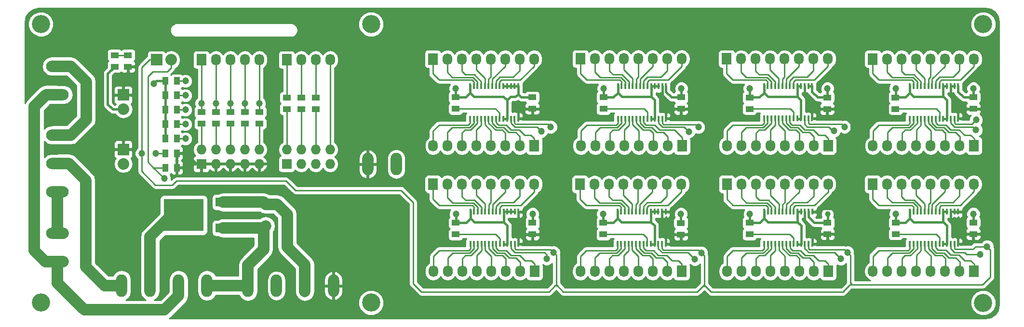
<source format=gbr>
G04 #@! TF.FileFunction,Copper,L1,Top,Signal*
%FSLAX46Y46*%
G04 Gerber Fmt 4.6, Leading zero omitted, Abs format (unit mm)*
G04 Created by KiCad (PCBNEW 0.201505162027+5655~23~ubuntu14.04.1-product) date Mo 29 Jun 2015 18:08:19 CEST*
%MOMM*%
G01*
G04 APERTURE LIST*
%ADD10C,0.100000*%
%ADD11C,3.200000*%
%ADD12R,0.400000X1.100000*%
%ADD13R,1.397000X1.000000*%
%ADD14R,1.727200X2.032000*%
%ADD15O,1.727200X2.032000*%
%ADD16O,1.981200X3.962400*%
%ADD17R,2.032000X2.032000*%
%ADD18O,2.032000X2.032000*%
%ADD19O,3.962400X1.981200*%
%ADD20R,1.000000X1.397000*%
%ADD21R,1.727200X1.727200*%
%ADD22O,1.727200X1.727200*%
%ADD23C,1.501140*%
%ADD24R,2.499360X1.501140*%
%ADD25R,7.000240X5.690000*%
%ADD26C,1.200000*%
%ADD27C,1.000000*%
%ADD28C,0.400000*%
%ADD29C,0.250000*%
%ADD30C,2.000000*%
%ADD31C,0.254000*%
G04 APERTURE END LIST*
D10*
D11*
X87071200Y-78282800D03*
D12*
X164515800Y-40157400D03*
X163865800Y-40157400D03*
X163215800Y-40157400D03*
X162565800Y-40157400D03*
X161915800Y-40157400D03*
X161265800Y-40157400D03*
X160615800Y-40157400D03*
X159965800Y-40157400D03*
X159315800Y-40157400D03*
X158665800Y-40157400D03*
X158015800Y-40157400D03*
X157365800Y-40157400D03*
X156715800Y-40157400D03*
X156065800Y-40157400D03*
X156065800Y-45857400D03*
X156715800Y-45857400D03*
X157365800Y-45857400D03*
X158015800Y-45857400D03*
X158665800Y-45857400D03*
X159315800Y-45857400D03*
X159965800Y-45857400D03*
X160615800Y-45857400D03*
X161265800Y-45857400D03*
X161915800Y-45857400D03*
X162565800Y-45857400D03*
X163215800Y-45857400D03*
X163865800Y-45857400D03*
X164515800Y-45857400D03*
D11*
X29083000Y-78282800D03*
X194576700Y-78295500D03*
X87071200Y-29260800D03*
X194576700Y-29248100D03*
D13*
X115379500Y-44132500D03*
X115379500Y-42100500D03*
X115417600Y-66243200D03*
X115417600Y-64211200D03*
X141503400Y-44145200D03*
X141503400Y-42113200D03*
X141478000Y-66268600D03*
X141478000Y-64236600D03*
X167182800Y-44170600D03*
X167182800Y-42138600D03*
X167233600Y-66217800D03*
X167233600Y-64185800D03*
X192836800Y-44145200D03*
X192836800Y-42113200D03*
X192836800Y-66192400D03*
X192836800Y-64160400D03*
D12*
X112911600Y-40164900D03*
X112261600Y-40164900D03*
X111611600Y-40164900D03*
X110961600Y-40164900D03*
X110311600Y-40164900D03*
X109661600Y-40164900D03*
X109011600Y-40164900D03*
X108361600Y-40164900D03*
X107711600Y-40164900D03*
X107061600Y-40164900D03*
X106411600Y-40164900D03*
X105761600Y-40164900D03*
X105111600Y-40164900D03*
X104461600Y-40164900D03*
X104461600Y-45864900D03*
X105111600Y-45864900D03*
X105761600Y-45864900D03*
X106411600Y-45864900D03*
X107061600Y-45864900D03*
X107711600Y-45864900D03*
X108361600Y-45864900D03*
X109011600Y-45864900D03*
X109661600Y-45864900D03*
X110311600Y-45864900D03*
X110961600Y-45864900D03*
X111611600Y-45864900D03*
X112261600Y-45864900D03*
X112911600Y-45864900D03*
X112948000Y-62255400D03*
X112298000Y-62255400D03*
X111648000Y-62255400D03*
X110998000Y-62255400D03*
X110348000Y-62255400D03*
X109698000Y-62255400D03*
X109048000Y-62255400D03*
X108398000Y-62255400D03*
X107748000Y-62255400D03*
X107098000Y-62255400D03*
X106448000Y-62255400D03*
X105798000Y-62255400D03*
X105148000Y-62255400D03*
X104498000Y-62255400D03*
X104498000Y-67955400D03*
X105148000Y-67955400D03*
X105798000Y-67955400D03*
X106448000Y-67955400D03*
X107098000Y-67955400D03*
X107748000Y-67955400D03*
X108398000Y-67955400D03*
X109048000Y-67955400D03*
X109698000Y-67955400D03*
X110348000Y-67955400D03*
X110998000Y-67955400D03*
X111648000Y-67955400D03*
X112298000Y-67955400D03*
X112948000Y-67955400D03*
X138870400Y-40177600D03*
X138220400Y-40177600D03*
X137570400Y-40177600D03*
X136920400Y-40177600D03*
X136270400Y-40177600D03*
X135620400Y-40177600D03*
X134970400Y-40177600D03*
X134320400Y-40177600D03*
X133670400Y-40177600D03*
X133020400Y-40177600D03*
X132370400Y-40177600D03*
X131720400Y-40177600D03*
X131070400Y-40177600D03*
X130420400Y-40177600D03*
X130420400Y-45877600D03*
X131070400Y-45877600D03*
X131720400Y-45877600D03*
X132370400Y-45877600D03*
X133020400Y-45877600D03*
X133670400Y-45877600D03*
X134320400Y-45877600D03*
X134970400Y-45877600D03*
X135620400Y-45877600D03*
X136270400Y-45877600D03*
X136920400Y-45877600D03*
X137570400Y-45877600D03*
X138220400Y-45877600D03*
X138870400Y-45877600D03*
X138794200Y-62250200D03*
X138144200Y-62250200D03*
X137494200Y-62250200D03*
X136844200Y-62250200D03*
X136194200Y-62250200D03*
X135544200Y-62250200D03*
X134894200Y-62250200D03*
X134244200Y-62250200D03*
X133594200Y-62250200D03*
X132944200Y-62250200D03*
X132294200Y-62250200D03*
X131644200Y-62250200D03*
X130994200Y-62250200D03*
X130344200Y-62250200D03*
X130344200Y-67950200D03*
X130994200Y-67950200D03*
X131644200Y-67950200D03*
X132294200Y-67950200D03*
X132944200Y-67950200D03*
X133594200Y-67950200D03*
X134244200Y-67950200D03*
X134894200Y-67950200D03*
X135544200Y-67950200D03*
X136194200Y-67950200D03*
X136844200Y-67950200D03*
X137494200Y-67950200D03*
X138144200Y-67950200D03*
X138794200Y-67950200D03*
X164549800Y-62255400D03*
X163899800Y-62255400D03*
X163249800Y-62255400D03*
X162599800Y-62255400D03*
X161949800Y-62255400D03*
X161299800Y-62255400D03*
X160649800Y-62255400D03*
X159999800Y-62255400D03*
X159349800Y-62255400D03*
X158699800Y-62255400D03*
X158049800Y-62255400D03*
X157399800Y-62255400D03*
X156749800Y-62255400D03*
X156099800Y-62255400D03*
X156099800Y-67955400D03*
X156749800Y-67955400D03*
X157399800Y-67955400D03*
X158049800Y-67955400D03*
X158699800Y-67955400D03*
X159349800Y-67955400D03*
X159999800Y-67955400D03*
X160649800Y-67955400D03*
X161299800Y-67955400D03*
X161949800Y-67955400D03*
X162599800Y-67955400D03*
X163249800Y-67955400D03*
X163899800Y-67955400D03*
X164549800Y-67955400D03*
X190153000Y-40177600D03*
X189503000Y-40177600D03*
X188853000Y-40177600D03*
X188203000Y-40177600D03*
X187553000Y-40177600D03*
X186903000Y-40177600D03*
X186253000Y-40177600D03*
X185603000Y-40177600D03*
X184953000Y-40177600D03*
X184303000Y-40177600D03*
X183653000Y-40177600D03*
X183003000Y-40177600D03*
X182353000Y-40177600D03*
X181703000Y-40177600D03*
X181703000Y-45877600D03*
X182353000Y-45877600D03*
X183003000Y-45877600D03*
X183653000Y-45877600D03*
X184303000Y-45877600D03*
X184953000Y-45877600D03*
X185603000Y-45877600D03*
X186253000Y-45877600D03*
X186903000Y-45877600D03*
X187553000Y-45877600D03*
X188203000Y-45877600D03*
X188853000Y-45877600D03*
X189503000Y-45877600D03*
X190153000Y-45877600D03*
X190153000Y-62250200D03*
X189503000Y-62250200D03*
X188853000Y-62250200D03*
X188203000Y-62250200D03*
X187553000Y-62250200D03*
X186903000Y-62250200D03*
X186253000Y-62250200D03*
X185603000Y-62250200D03*
X184953000Y-62250200D03*
X184303000Y-62250200D03*
X183653000Y-62250200D03*
X183003000Y-62250200D03*
X182353000Y-62250200D03*
X181703000Y-62250200D03*
X181703000Y-67950200D03*
X182353000Y-67950200D03*
X183003000Y-67950200D03*
X183653000Y-67950200D03*
X184303000Y-67950200D03*
X184953000Y-67950200D03*
X185603000Y-67950200D03*
X186253000Y-67950200D03*
X186903000Y-67950200D03*
X187553000Y-67950200D03*
X188203000Y-67950200D03*
X188853000Y-67950200D03*
X189503000Y-67950200D03*
X190153000Y-67950200D03*
D14*
X97917000Y-35369500D03*
D15*
X100457000Y-35369500D03*
X102997000Y-35369500D03*
X105537000Y-35369500D03*
X108077000Y-35369500D03*
X110617000Y-35369500D03*
X113157000Y-35369500D03*
X115697000Y-35369500D03*
D14*
X115735100Y-50673000D03*
D15*
X113195100Y-50673000D03*
X110655100Y-50673000D03*
X108115100Y-50673000D03*
X105575100Y-50673000D03*
X103035100Y-50673000D03*
X100495100Y-50673000D03*
X97955100Y-50673000D03*
D14*
X97955100Y-57416700D03*
D15*
X100495100Y-57416700D03*
X103035100Y-57416700D03*
X105575100Y-57416700D03*
X108115100Y-57416700D03*
X110655100Y-57416700D03*
X113195100Y-57416700D03*
X115735100Y-57416700D03*
D14*
X115773200Y-72771000D03*
D15*
X113233200Y-72771000D03*
X110693200Y-72771000D03*
X108153200Y-72771000D03*
X105613200Y-72771000D03*
X103073200Y-72771000D03*
X100533200Y-72771000D03*
X97993200Y-72771000D03*
D14*
X123837700Y-35344100D03*
D15*
X126377700Y-35344100D03*
X128917700Y-35344100D03*
X131457700Y-35344100D03*
X133997700Y-35344100D03*
X136537700Y-35344100D03*
X139077700Y-35344100D03*
X141617700Y-35344100D03*
D14*
X141693900Y-50673000D03*
D15*
X139153900Y-50673000D03*
X136613900Y-50673000D03*
X134073900Y-50673000D03*
X131533900Y-50673000D03*
X128993900Y-50673000D03*
X126453900Y-50673000D03*
X123913900Y-50673000D03*
D14*
X123786900Y-57429400D03*
D15*
X126326900Y-57429400D03*
X128866900Y-57429400D03*
X131406900Y-57429400D03*
X133946900Y-57429400D03*
X136486900Y-57429400D03*
X139026900Y-57429400D03*
X141566900Y-57429400D03*
D14*
X141617700Y-72771000D03*
D15*
X139077700Y-72771000D03*
X136537700Y-72771000D03*
X133997700Y-72771000D03*
X131457700Y-72771000D03*
X128917700Y-72771000D03*
X126377700Y-72771000D03*
X123837700Y-72771000D03*
D14*
X149517100Y-35356800D03*
D15*
X152057100Y-35356800D03*
X154597100Y-35356800D03*
X157137100Y-35356800D03*
X159677100Y-35356800D03*
X162217100Y-35356800D03*
X164757100Y-35356800D03*
X167297100Y-35356800D03*
D14*
X167335200Y-50647600D03*
D15*
X164795200Y-50647600D03*
X162255200Y-50647600D03*
X159715200Y-50647600D03*
X157175200Y-50647600D03*
X154635200Y-50647600D03*
X152095200Y-50647600D03*
X149555200Y-50647600D03*
D14*
X149542500Y-57416700D03*
D15*
X152082500Y-57416700D03*
X154622500Y-57416700D03*
X157162500Y-57416700D03*
X159702500Y-57416700D03*
X162242500Y-57416700D03*
X164782500Y-57416700D03*
X167322500Y-57416700D03*
D14*
X167360600Y-72745600D03*
D15*
X164820600Y-72745600D03*
X162280600Y-72745600D03*
X159740600Y-72745600D03*
X157200600Y-72745600D03*
X154660600Y-72745600D03*
X152120600Y-72745600D03*
X149580600Y-72745600D03*
D14*
X175171100Y-35382200D03*
D15*
X177711100Y-35382200D03*
X180251100Y-35382200D03*
X182791100Y-35382200D03*
X185331100Y-35382200D03*
X187871100Y-35382200D03*
X190411100Y-35382200D03*
X192951100Y-35382200D03*
D14*
X192963800Y-50647600D03*
D15*
X190423800Y-50647600D03*
X187883800Y-50647600D03*
X185343800Y-50647600D03*
X182803800Y-50647600D03*
X180263800Y-50647600D03*
X177723800Y-50647600D03*
X175183800Y-50647600D03*
D14*
X175145700Y-57416700D03*
D15*
X177685700Y-57416700D03*
X180225700Y-57416700D03*
X182765700Y-57416700D03*
X185305700Y-57416700D03*
X187845700Y-57416700D03*
X190385700Y-57416700D03*
X192925700Y-57416700D03*
D14*
X192938400Y-72720200D03*
D15*
X190398400Y-72720200D03*
X187858400Y-72720200D03*
X185318400Y-72720200D03*
X182778400Y-72720200D03*
X180238400Y-72720200D03*
X177698400Y-72720200D03*
X175158400Y-72720200D03*
D16*
X86499700Y-53898800D03*
X91499700Y-53898800D03*
D17*
X43561000Y-41706800D03*
D18*
X43561000Y-44246800D03*
D19*
X32004000Y-36656000D03*
X32004000Y-41656000D03*
D13*
X67437000Y-46748700D03*
X67437000Y-44716700D03*
D20*
X52959000Y-49415700D03*
X50927000Y-49415700D03*
D13*
X64897000Y-46748700D03*
X64897000Y-44716700D03*
D20*
X52959000Y-46875700D03*
X50927000Y-46875700D03*
D13*
X62357000Y-46748700D03*
X62357000Y-44716700D03*
D20*
X52959000Y-44335700D03*
X50927000Y-44335700D03*
D13*
X59817000Y-46748700D03*
X59817000Y-44716700D03*
D20*
X52959000Y-41795700D03*
X50927000Y-41795700D03*
D13*
X57277000Y-46748700D03*
X57277000Y-44716700D03*
D20*
X52959000Y-39255700D03*
X50927000Y-39255700D03*
D13*
X72263000Y-42176700D03*
X72263000Y-44208700D03*
X74803000Y-42176700D03*
X74803000Y-44208700D03*
X77343000Y-42176700D03*
X77343000Y-44208700D03*
D21*
X57277000Y-53860700D03*
D22*
X57277000Y-51320700D03*
X59817000Y-53860700D03*
X59817000Y-51320700D03*
X62357000Y-53860700D03*
X62357000Y-51320700D03*
X64897000Y-53860700D03*
X64897000Y-51320700D03*
X67437000Y-53860700D03*
X67437000Y-51320700D03*
D21*
X72263000Y-53860700D03*
D22*
X72263000Y-51320700D03*
X74803000Y-53860700D03*
X74803000Y-51320700D03*
X77343000Y-53860700D03*
X77343000Y-51320700D03*
X79883000Y-53860700D03*
X79883000Y-51320700D03*
D11*
X29083000Y-29235400D03*
D19*
X32004000Y-66040000D03*
X32004000Y-71040000D03*
D23*
X68554600Y-64770000D03*
X68554600Y-60960000D03*
D13*
X42037000Y-36728400D03*
X42037000Y-34696400D03*
D19*
X32004000Y-48768000D03*
X32004000Y-53768000D03*
X32004000Y-58768000D03*
D16*
X65455800Y-75285600D03*
X70455800Y-75285600D03*
X80455800Y-75285600D03*
X75455800Y-75285600D03*
D24*
X61061600Y-65143380D03*
X61061600Y-60591700D03*
D25*
X54162960Y-62867540D03*
D13*
X101917500Y-44132500D03*
X101917500Y-42100500D03*
X101930200Y-66243200D03*
X101930200Y-64211200D03*
X127889000Y-44145200D03*
X127889000Y-42113200D03*
X127863600Y-66243200D03*
X127863600Y-64211200D03*
X153543000Y-44170600D03*
X153543000Y-42138600D03*
X153543000Y-66243200D03*
X153543000Y-64211200D03*
X179171600Y-44170600D03*
X179171600Y-42138600D03*
X179197000Y-66217800D03*
X179197000Y-64185800D03*
X44373800Y-36728400D03*
X44373800Y-34696400D03*
D20*
X50927000Y-51968400D03*
X52959000Y-51968400D03*
X50927000Y-54508400D03*
X52959000Y-54508400D03*
D14*
X72263000Y-35521900D03*
D15*
X74803000Y-35521900D03*
X77343000Y-35521900D03*
X79883000Y-35521900D03*
D16*
X43256200Y-75260200D03*
X48256200Y-75260200D03*
X58256200Y-75260200D03*
X53256200Y-75260200D03*
D14*
X57277000Y-35521900D03*
D15*
X59817000Y-35521900D03*
X62357000Y-35521900D03*
X64897000Y-35521900D03*
X67437000Y-35521900D03*
D17*
X49403000Y-35521900D03*
D18*
X51943000Y-35521900D03*
D17*
X43561000Y-51308000D03*
D18*
X43561000Y-53848000D03*
D26*
X48895000Y-39712900D03*
X101917500Y-40576500D03*
X127901700Y-40576500D03*
X141566900Y-40576500D03*
X153555700Y-40576500D03*
X167220900Y-40576500D03*
X192849500Y-40576500D03*
X179184300Y-40576500D03*
X115430300Y-62674500D03*
X141490700Y-62674500D03*
X127825500Y-62674500D03*
X153581100Y-62674500D03*
D27*
X167246300Y-62674500D03*
D26*
X179184300Y-62649100D03*
X192849500Y-62649100D03*
X101968300Y-62674500D03*
X50749200Y-56438800D03*
X168351200Y-48056800D03*
X116992400Y-48107600D03*
X142900400Y-48183800D03*
X117932200Y-70535800D03*
X143891000Y-70637400D03*
X169545000Y-70561200D03*
X193294000Y-47879000D03*
X194005200Y-69748400D03*
X118618000Y-47345600D03*
X144576800Y-47371000D03*
X170230800Y-47345600D03*
X49225200Y-51968400D03*
X46786800Y-51990836D03*
X119126000Y-69443600D03*
X145084800Y-69494400D03*
X170738800Y-69418200D03*
X193319400Y-46101000D03*
X195240695Y-68391058D03*
X54483000Y-39255700D03*
X57277000Y-43192700D03*
X67437000Y-43192700D03*
X54483000Y-49415700D03*
X54483000Y-46875700D03*
X64897000Y-43192700D03*
X54483000Y-44335700D03*
X62357000Y-43192700D03*
X54483000Y-41795700D03*
X59817000Y-43192700D03*
D28*
X115379500Y-44132500D02*
X113538000Y-44132500D01*
X112911600Y-44758900D02*
X112911600Y-45864900D01*
X113538000Y-44132500D02*
X112911600Y-44758900D01*
X148314474Y-33274000D02*
X169037000Y-33274000D01*
X145923000Y-35687000D02*
X145923000Y-35665474D01*
X145923000Y-35665474D02*
X148314474Y-33274000D01*
X169037000Y-33274000D02*
X171450000Y-35687000D01*
X120116600Y-35560000D02*
X119875265Y-35318665D01*
X120142000Y-35560000D02*
X120394763Y-35307237D01*
X120394763Y-35307237D02*
X122428000Y-33274000D01*
X120383335Y-35318665D02*
X120394763Y-35307237D01*
X119875265Y-35318665D02*
X120383335Y-35318665D01*
X143510000Y-33274000D02*
X145923000Y-35687000D01*
X122428000Y-33274000D02*
X143510000Y-33274000D01*
X120116600Y-35560000D02*
X120142000Y-35560000D01*
X52959000Y-54508400D02*
X52959000Y-51968400D01*
X57162700Y-53746400D02*
X57277000Y-53860700D01*
X56388000Y-53746400D02*
X57162700Y-53746400D01*
X52959000Y-51968400D02*
X54610000Y-51968400D01*
X54610000Y-51968400D02*
X56388000Y-53746400D01*
X139652800Y-44145200D02*
X141503400Y-44145200D01*
X138870400Y-44927600D02*
X139652800Y-44145200D01*
X138870400Y-45877600D02*
X138870400Y-44927600D01*
X138220400Y-44277600D02*
X138870400Y-44927600D01*
X138220400Y-40177600D02*
X138220400Y-44277600D01*
X164524400Y-44927600D02*
X165306800Y-44145200D01*
X165306800Y-44145200D02*
X167157400Y-44145200D01*
X164524400Y-45877600D02*
X164524400Y-44927600D01*
X163874400Y-44277600D02*
X164524400Y-44927600D01*
X163215800Y-40157400D02*
X163215800Y-41524400D01*
X163874400Y-42183000D02*
X163874400Y-44277600D01*
X163215800Y-41524400D02*
X163874400Y-42183000D01*
X190153000Y-44927600D02*
X190935400Y-44145200D01*
X189503000Y-44277600D02*
X190153000Y-44927600D01*
X190153000Y-45877600D02*
X190153000Y-44927600D01*
X189503000Y-42183000D02*
X189503000Y-44277600D01*
X188844400Y-40157400D02*
X188844400Y-41524400D01*
X188844400Y-41524400D02*
X189503000Y-42183000D01*
X190935400Y-44145200D02*
X192786000Y-44145200D01*
X189503000Y-40177600D02*
X188853000Y-40177600D01*
X115430300Y-66230500D02*
X113588800Y-66230500D01*
X113588800Y-66230500D02*
X112962400Y-66856900D01*
X112962400Y-66856900D02*
X112962400Y-67962900D01*
X112948000Y-67955400D02*
X112948000Y-62255400D01*
X138794200Y-67975600D02*
X138794200Y-67025600D01*
X138144200Y-66375600D02*
X138794200Y-67025600D01*
X138144200Y-62275600D02*
X138144200Y-66375600D01*
X139576600Y-66243200D02*
X141427200Y-66243200D01*
X138794200Y-67025600D02*
X139576600Y-66243200D01*
X138144200Y-62250200D02*
X138794200Y-62250200D01*
X165332200Y-66243200D02*
X167182800Y-66243200D01*
X164549800Y-67975600D02*
X164549800Y-67025600D01*
X164549800Y-67025600D02*
X165332200Y-66243200D01*
X165149800Y-62255400D02*
X165708600Y-61696600D01*
X164549800Y-62255400D02*
X165149800Y-62255400D01*
X165708600Y-61696600D02*
X167944800Y-61696600D01*
X167944800Y-61696600D02*
X168706800Y-62458600D01*
X168706800Y-62458600D02*
X168706800Y-65887600D01*
X168376600Y-66217800D02*
X167233600Y-66217800D01*
X164549800Y-65388200D02*
X164549800Y-67025600D01*
X163249800Y-64088200D02*
X164549800Y-65388200D01*
X163249800Y-62255400D02*
X163249800Y-64088200D01*
X188844400Y-63597000D02*
X189503000Y-64255600D01*
X189503000Y-62250200D02*
X188853000Y-62250200D01*
X188844400Y-62230000D02*
X188844400Y-63597000D01*
X189503000Y-64255600D02*
X189503000Y-66350200D01*
X190153000Y-67950200D02*
X190153000Y-67000200D01*
X189503000Y-66350200D02*
X190153000Y-67000200D01*
X190153000Y-67000200D02*
X190935400Y-66217800D01*
X190935400Y-66217800D02*
X192786000Y-66217800D01*
X189503000Y-62250200D02*
X190153000Y-62250200D01*
X118694200Y-66243200D02*
X115417600Y-66243200D01*
X120116600Y-64820800D02*
X118694200Y-66243200D01*
X120116600Y-47324533D02*
X120116600Y-64820800D01*
X118745499Y-44132500D02*
X120116600Y-42761399D01*
X115379500Y-44132500D02*
X118745499Y-44132500D01*
X120116600Y-42761399D02*
X120116600Y-35560000D01*
X118789785Y-44132500D02*
X120116600Y-45459315D01*
X118745499Y-44132500D02*
X118789785Y-44132500D01*
X120116600Y-47324533D02*
X120116600Y-45459315D01*
X141185900Y-44132500D02*
X144551899Y-44132500D01*
X144735349Y-44132500D02*
X145923000Y-42944849D01*
X144596185Y-44132500D02*
X144735349Y-44132500D01*
X145923000Y-35687000D02*
X145923000Y-42944849D01*
X144735349Y-44132500D02*
X144735349Y-44151349D01*
X144735349Y-44151349D02*
X145897600Y-45313600D01*
X145897600Y-45313600D02*
X145897600Y-65074800D01*
X144703800Y-66268600D02*
X141478000Y-66268600D01*
X145897600Y-65074800D02*
X144703800Y-66268600D01*
X170149714Y-44170600D02*
X171450000Y-42870314D01*
X167182800Y-44170600D02*
X170149714Y-44170600D01*
X171450000Y-35687000D02*
X171450000Y-42870314D01*
X171450000Y-65049400D02*
X170281600Y-66217800D01*
X171450000Y-45405109D02*
X171450000Y-65049400D01*
X170215491Y-44170600D02*
X171450000Y-45405109D01*
X170149714Y-44170600D02*
X170215491Y-44170600D01*
X168706800Y-65887600D02*
X168376600Y-66217800D01*
X169037000Y-66217800D02*
X168706800Y-65887600D01*
X169113338Y-66217800D02*
X169037000Y-66217800D01*
X170281600Y-66217800D02*
X169113338Y-66217800D01*
X169113338Y-66217800D02*
X168376600Y-66217800D01*
X194411600Y-66192400D02*
X192836800Y-66192400D01*
X195453000Y-65151000D02*
X194411600Y-66192400D01*
X194965112Y-44145200D02*
X195453000Y-44633088D01*
X194962065Y-44145200D02*
X194965112Y-44145200D01*
X195453000Y-44633088D02*
X195453000Y-65151000D01*
X194962065Y-44145200D02*
X192836800Y-44145200D01*
X117678200Y-33121600D02*
X96545400Y-33121600D01*
X96545400Y-33121600D02*
X95250000Y-34417000D01*
X119875265Y-35318665D02*
X117678200Y-33121600D01*
X130420400Y-41329900D02*
X130420400Y-40164900D01*
X130420400Y-40164900D02*
X130420400Y-39945600D01*
X136920400Y-45864900D02*
X136270400Y-45864900D01*
X136920400Y-42622900D02*
X136296400Y-41998900D01*
X136920400Y-45864900D02*
X136920400Y-42622900D01*
X136920400Y-42622900D02*
X136920400Y-42619500D01*
X136296400Y-41998900D02*
X131089400Y-41998900D01*
X131089400Y-41998900D02*
X130420400Y-41329900D01*
X136920400Y-40164900D02*
X137570400Y-40164900D01*
X136270400Y-40164900D02*
X136920400Y-40164900D01*
X50927000Y-39255700D02*
X49352200Y-39255700D01*
X49352200Y-39255700D02*
X48895000Y-39712900D01*
X110311600Y-40164900D02*
X110961600Y-40164900D01*
X101917500Y-42100500D02*
X101917500Y-40576500D01*
X115379500Y-42100500D02*
X113453600Y-42100500D01*
X113453600Y-42100500D02*
X112911600Y-41558500D01*
X104461600Y-41329900D02*
X104461600Y-41334400D01*
X103695500Y-42100500D02*
X101917500Y-42100500D01*
X104461600Y-41334400D02*
X103695500Y-42100500D01*
X110961600Y-45864900D02*
X110311600Y-45864900D01*
X110961600Y-42622900D02*
X110961600Y-42619500D01*
X112911600Y-41558500D02*
X112911600Y-40164900D01*
X112433100Y-42037000D02*
X112911600Y-41558500D01*
X111544100Y-42037000D02*
X112433100Y-42037000D01*
X110961600Y-42619500D02*
X111544100Y-42037000D01*
X112261600Y-40164900D02*
X112911600Y-40164900D01*
X111611600Y-40164900D02*
X112261600Y-40164900D01*
X110961600Y-40164900D02*
X111611600Y-40164900D01*
X104461600Y-40164900D02*
X104461600Y-39945600D01*
X50927000Y-46875700D02*
X50927000Y-49415700D01*
X50927000Y-44335700D02*
X50927000Y-46875700D01*
X50927000Y-41795700D02*
X50927000Y-44335700D01*
X50927000Y-39255700D02*
X50927000Y-41795700D01*
X110961600Y-45864900D02*
X110961600Y-42622900D01*
X104461600Y-41329900D02*
X104461600Y-40164900D01*
X105130600Y-41998900D02*
X104461600Y-41329900D01*
X110337600Y-41998900D02*
X105130600Y-41998900D01*
X110961600Y-42622900D02*
X110337600Y-41998900D01*
X70455800Y-74295000D02*
X70455800Y-75285600D01*
X136270400Y-41972900D02*
X136296400Y-41998900D01*
X136270400Y-40177600D02*
X136270400Y-41972900D01*
X138870400Y-41127600D02*
X139856000Y-42113200D01*
X138870400Y-40177600D02*
X138870400Y-41127600D01*
X139856000Y-42113200D02*
X141503400Y-42113200D01*
X129641600Y-42113200D02*
X127889000Y-42113200D01*
X130420400Y-41334400D02*
X129641600Y-42113200D01*
X130420400Y-41329900D02*
X130420400Y-41334400D01*
X127901700Y-42100500D02*
X127901700Y-40576500D01*
X141566900Y-42100500D02*
X141566900Y-40576500D01*
X164524400Y-41127600D02*
X165510000Y-42113200D01*
X164524400Y-40177600D02*
X164524400Y-41127600D01*
X165510000Y-42113200D02*
X167157400Y-42113200D01*
X167220900Y-42100500D02*
X167220900Y-40576500D01*
X161924400Y-40164900D02*
X162574400Y-40164900D01*
X162574400Y-45864900D02*
X161924400Y-45864900D01*
X162574400Y-45864900D02*
X162574400Y-42622900D01*
X162574400Y-42622900D02*
X161950400Y-41998900D01*
X162574400Y-42622900D02*
X162574400Y-42619500D01*
X161950400Y-41998900D02*
X156743400Y-41998900D01*
X161924400Y-41972900D02*
X161950400Y-41998900D01*
X161924400Y-40177600D02*
X161924400Y-41972900D01*
X156074400Y-40164900D02*
X156074400Y-39945600D01*
X156074400Y-41329900D02*
X156074400Y-40164900D01*
X156743400Y-41998900D02*
X156074400Y-41329900D01*
X156074400Y-41334400D02*
X155295600Y-42113200D01*
X155295600Y-42113200D02*
X153543000Y-42113200D01*
X156074400Y-41329900D02*
X156074400Y-41334400D01*
X153555700Y-42100500D02*
X153555700Y-40576500D01*
X163865800Y-40157400D02*
X164515800Y-40157400D01*
X188203000Y-45864900D02*
X188203000Y-42622900D01*
X188203000Y-45864900D02*
X187553000Y-45864900D01*
X190153000Y-40177600D02*
X190153000Y-41127600D01*
X187553000Y-41972900D02*
X187579000Y-41998900D01*
X188203000Y-42622900D02*
X188203000Y-42619500D01*
X187553000Y-40164900D02*
X188203000Y-40164900D01*
X187553000Y-40177600D02*
X187553000Y-41972900D01*
X188203000Y-42622900D02*
X187579000Y-41998900D01*
X182372000Y-41998900D02*
X181703000Y-41329900D01*
X180924200Y-42113200D02*
X179171600Y-42113200D01*
X181703000Y-41334400D02*
X180924200Y-42113200D01*
X181703000Y-41329900D02*
X181703000Y-40164900D01*
X179184300Y-42100500D02*
X179184300Y-40576500D01*
X181703000Y-41329900D02*
X181703000Y-41334400D01*
X181703000Y-40164900D02*
X181703000Y-39945600D01*
X190153000Y-41127600D02*
X191138600Y-42113200D01*
X192849500Y-42100500D02*
X192849500Y-40576500D01*
X191138600Y-42113200D02*
X192786000Y-42113200D01*
X187579000Y-41998900D02*
X182372000Y-41998900D01*
X104512400Y-62262900D02*
X104512400Y-62043600D01*
X104512400Y-63427900D02*
X104512400Y-62262900D01*
X110388400Y-64096900D02*
X105181400Y-64096900D01*
X105181400Y-64096900D02*
X104512400Y-63427900D01*
X110362400Y-62262900D02*
X111012400Y-62262900D01*
X111012400Y-64720900D02*
X110388400Y-64096900D01*
X111012400Y-67962900D02*
X111012400Y-64720900D01*
X111012400Y-67962900D02*
X110362400Y-67962900D01*
X111012400Y-64720900D02*
X111012400Y-64717500D01*
X101968300Y-64198500D02*
X101968300Y-62674500D01*
X103746300Y-64198500D02*
X101968300Y-64198500D01*
X104512400Y-63432400D02*
X103746300Y-64198500D01*
X104512400Y-63427900D02*
X104512400Y-63432400D01*
X111012400Y-62262900D02*
X111662400Y-62262900D01*
X115430300Y-64198500D02*
X115430300Y-62674500D01*
X110348000Y-64056500D02*
X110388400Y-64096900D01*
X110348000Y-62255400D02*
X110348000Y-64056500D01*
X111648000Y-62255400D02*
X112298000Y-62255400D01*
X130344200Y-63427900D02*
X130344200Y-63432400D01*
X130344200Y-63432400D02*
X129565400Y-64211200D01*
X129565400Y-64211200D02*
X127812800Y-64211200D01*
X130344200Y-63427900D02*
X130344200Y-62262900D01*
X127825500Y-64198500D02*
X127825500Y-62674500D01*
X131013200Y-64096900D02*
X130344200Y-63427900D01*
X130344200Y-62262900D02*
X130344200Y-62043600D01*
X136194200Y-62262900D02*
X136844200Y-62262900D01*
X136844200Y-62262900D02*
X137494200Y-62262900D01*
X136194200Y-62275600D02*
X136194200Y-64070900D01*
X136194200Y-64070900D02*
X136220200Y-64096900D01*
X136844200Y-67962900D02*
X136194200Y-67962900D01*
X136844200Y-67962900D02*
X136844200Y-64720900D01*
X136220200Y-64096900D02*
X131013200Y-64096900D01*
X136844200Y-64720900D02*
X136844200Y-64717500D01*
X136844200Y-64720900D02*
X136220200Y-64096900D01*
X141490700Y-64198500D02*
X141490700Y-62674500D01*
X167246300Y-64198500D02*
X167246300Y-62674500D01*
X161949800Y-64070900D02*
X161975800Y-64096900D01*
X162599800Y-64720900D02*
X161975800Y-64096900D01*
X162599800Y-67962900D02*
X162599800Y-64720900D01*
X162599800Y-67962900D02*
X161949800Y-67962900D01*
X162599800Y-64720900D02*
X162599800Y-64717500D01*
X156099800Y-63427900D02*
X156099800Y-62262900D01*
X156099800Y-63427900D02*
X156099800Y-63432400D01*
X156099800Y-62262900D02*
X156099800Y-62043600D01*
X156768800Y-64096900D02*
X156099800Y-63427900D01*
X156099800Y-63432400D02*
X155321000Y-64211200D01*
X161975800Y-64096900D02*
X156768800Y-64096900D01*
X161949800Y-62275600D02*
X161949800Y-64070900D01*
X161949800Y-62262900D02*
X162599800Y-62262900D01*
X153581100Y-64198500D02*
X153581100Y-62674500D01*
X155321000Y-64211200D02*
X153568400Y-64211200D01*
X166135100Y-64185800D02*
X167233600Y-64185800D01*
X164880200Y-64185800D02*
X166135100Y-64185800D01*
X163899800Y-63205400D02*
X164880200Y-64185800D01*
X163899800Y-62255400D02*
X163899800Y-63205400D01*
X181703000Y-63402500D02*
X181703000Y-63407000D01*
X182372000Y-64071500D02*
X181703000Y-63402500D01*
X192849500Y-64173100D02*
X192849500Y-62649100D01*
X187553000Y-62237500D02*
X188203000Y-62237500D01*
X187553000Y-62250200D02*
X187553000Y-64045500D01*
X188203000Y-64695500D02*
X187579000Y-64071500D01*
X187553000Y-64045500D02*
X187579000Y-64071500D01*
X188203000Y-64695500D02*
X188203000Y-64692100D01*
X188203000Y-67937500D02*
X188203000Y-64695500D01*
X188203000Y-67937500D02*
X187553000Y-67937500D01*
X187579000Y-64071500D02*
X182372000Y-64071500D01*
X180924200Y-64185800D02*
X179171600Y-64185800D01*
X181703000Y-62237500D02*
X181703000Y-62018200D01*
X181703000Y-63402500D02*
X181703000Y-62237500D01*
X181703000Y-63407000D02*
X180924200Y-64185800D01*
X179184300Y-64173100D02*
X179184300Y-62649100D01*
X41732200Y-44246800D02*
X40817800Y-43332400D01*
X40817800Y-43332400D02*
X40817800Y-37947600D01*
X40817800Y-37947600D02*
X42037000Y-36728400D01*
X43561000Y-44246800D02*
X41732200Y-44246800D01*
D29*
X115697000Y-35369500D02*
X115697000Y-36635500D01*
X115697000Y-36635500D02*
X113280000Y-39052500D01*
X113280000Y-39052500D02*
X109974000Y-39052500D01*
X109974000Y-39052500D02*
X109661600Y-39364900D01*
X109661600Y-39364900D02*
X109661600Y-40164900D01*
X113157000Y-35369500D02*
X113157000Y-37401500D01*
X113157000Y-37401500D02*
X112014000Y-38544500D01*
X112014000Y-38544500D02*
X109664500Y-38544500D01*
X109664500Y-38544500D02*
X109011600Y-39197400D01*
X109011600Y-39197400D02*
X109011600Y-40164900D01*
X110617000Y-35369500D02*
X110617000Y-36640910D01*
X110617000Y-36640910D02*
X108361600Y-38896310D01*
X108361600Y-38896310D02*
X108361600Y-40164900D01*
X107711600Y-38909900D02*
X108077000Y-38544500D01*
X108077000Y-38544500D02*
X108077000Y-35369500D01*
X107711600Y-40164900D02*
X107711600Y-38909900D01*
X107061000Y-38798500D02*
X105537000Y-37274500D01*
X105537000Y-37274500D02*
X105537000Y-35369500D01*
X107061000Y-39364300D02*
X107061000Y-38798500D01*
X107061600Y-40164900D02*
X107061600Y-39364900D01*
X107061600Y-39364900D02*
X107061000Y-39364300D01*
X106411600Y-40164900D02*
X106411600Y-39364900D01*
X106411600Y-39364900D02*
X105199180Y-38152480D01*
X105199180Y-38152480D02*
X103620980Y-38152480D01*
X103620980Y-38152480D02*
X102997000Y-37528500D01*
X102997000Y-37528500D02*
X102997000Y-35369500D01*
X105761600Y-40164900D02*
X105761600Y-39364900D01*
X105761600Y-39364900D02*
X104999190Y-38602490D01*
X104999190Y-38602490D02*
X101340490Y-38602490D01*
X100457000Y-37719000D02*
X100457000Y-35369500D01*
X101340490Y-38602490D02*
X100457000Y-37719000D01*
X98996500Y-39052500D02*
X97917000Y-37973000D01*
X97917000Y-37973000D02*
X97917000Y-35369500D01*
X104799200Y-39052500D02*
X98996500Y-39052500D01*
X105111600Y-40164900D02*
X105111600Y-39364900D01*
X105111600Y-39364900D02*
X104799200Y-39052500D01*
X98996500Y-46990000D02*
X97955100Y-48031400D01*
X97955100Y-48031400D02*
X97955100Y-50673000D01*
X104136500Y-46990000D02*
X98996500Y-46990000D01*
X104461600Y-45864900D02*
X104461600Y-46664900D01*
X104461600Y-46664900D02*
X104136500Y-46990000D01*
X105111600Y-45864900D02*
X105111600Y-46664900D01*
X105111600Y-46664900D02*
X104336490Y-47440010D01*
X104336490Y-47440010D02*
X101340490Y-47440010D01*
X101340490Y-47440010D02*
X100495100Y-48285400D01*
X100495100Y-48285400D02*
X100495100Y-50673000D01*
X105761600Y-45864900D02*
X105761600Y-46664900D01*
X105761600Y-46664900D02*
X104536480Y-47890020D01*
X104536480Y-47890020D02*
X103557480Y-47890020D01*
X103557480Y-47890020D02*
X103035100Y-48412400D01*
X103035100Y-48412400D02*
X103035100Y-50673000D01*
X106411600Y-47004400D02*
X105575100Y-47840900D01*
X105575100Y-47840900D02*
X105575100Y-50673000D01*
X106411600Y-45864900D02*
X106411600Y-47004400D01*
X107061000Y-46926500D02*
X108115100Y-47980600D01*
X108115100Y-47980600D02*
X108115100Y-50673000D01*
X107061000Y-46665500D02*
X107061000Y-46926500D01*
X107061600Y-45864900D02*
X107061600Y-46664900D01*
X107061600Y-46664900D02*
X107061000Y-46665500D01*
X110109000Y-47879000D02*
X110655100Y-48425100D01*
X110655100Y-48425100D02*
X110655100Y-50673000D01*
X108925700Y-47879000D02*
X110109000Y-47879000D01*
X107711600Y-45864900D02*
X107711600Y-46664900D01*
X107711600Y-46664900D02*
X108925700Y-47879000D01*
X112458500Y-48260000D02*
X113195100Y-48996600D01*
X113195100Y-48996600D02*
X113195100Y-50673000D01*
X111252000Y-48260000D02*
X112458500Y-48260000D01*
X110420990Y-47428990D02*
X111252000Y-48260000D01*
X108361600Y-45864900D02*
X108361600Y-46664900D01*
X108361600Y-46664900D02*
X109125690Y-47428990D01*
X109125690Y-47428990D02*
X110420990Y-47428990D01*
X115125500Y-48768000D02*
X115735100Y-49377600D01*
X115735100Y-49377600D02*
X115735100Y-50673000D01*
X114046000Y-48768000D02*
X115125500Y-48768000D01*
X113087990Y-47809990D02*
X114046000Y-48768000D01*
X111627490Y-47809990D02*
X113087990Y-47809990D01*
X110796480Y-46978980D02*
X111627490Y-47809990D01*
X109011600Y-45864900D02*
X109011600Y-46549902D01*
X109011600Y-46549902D02*
X109440678Y-46978980D01*
X109440678Y-46978980D02*
X110796480Y-46978980D01*
X101917500Y-44132500D02*
X108902500Y-44132500D01*
X109661600Y-44891600D02*
X109661600Y-45864900D01*
X108902500Y-44132500D02*
X109661600Y-44891600D01*
X50749200Y-56438800D02*
X48818800Y-54508400D01*
X111611600Y-45864900D02*
X111611600Y-46664900D01*
X111611600Y-46664900D02*
X112306680Y-47359980D01*
X111662400Y-68762900D02*
X112357480Y-69457980D01*
X111662400Y-67962900D02*
X111662400Y-68762900D01*
X163249800Y-68755400D02*
X163950865Y-69456465D01*
X163249800Y-67955400D02*
X163249800Y-68755400D01*
X188853000Y-45864900D02*
X188853000Y-46664900D01*
X188853000Y-46664900D02*
X189548080Y-47359980D01*
X188853000Y-67955400D02*
X188853000Y-68755400D01*
X188853000Y-68755400D02*
X189530180Y-69432580D01*
X137583990Y-46690300D02*
X138232100Y-47338410D01*
X137570400Y-46690300D02*
X137583990Y-46690300D01*
X137570400Y-45890300D02*
X137570400Y-46690300D01*
X51943000Y-36958740D02*
X51309740Y-37592000D01*
X51943000Y-35521900D02*
X51943000Y-36958740D01*
X51309740Y-37592000D02*
X48768000Y-37592000D01*
X47869999Y-38490001D02*
X47869999Y-53559599D01*
X48768000Y-37592000D02*
X47869999Y-38490001D01*
X48818800Y-54508400D02*
X50927000Y-54508400D01*
X47869999Y-53559599D02*
X48818800Y-54508400D01*
X163215800Y-45857400D02*
X163215800Y-46858400D01*
X163670409Y-47313009D02*
X165905609Y-47313009D01*
X163215800Y-46858400D02*
X163670409Y-47313009D01*
X168165000Y-48056800D02*
X168351200Y-48056800D01*
X167421209Y-47313009D02*
X168165000Y-48056800D01*
X165905609Y-47313009D02*
X167421209Y-47313009D01*
X116244780Y-47359980D02*
X116992400Y-48107600D01*
X112306680Y-47359980D02*
X116244780Y-47359980D01*
X138232100Y-47338410D02*
X139319000Y-47338410D01*
X142055010Y-47338410D02*
X142900400Y-48183800D01*
X139319000Y-47338410D02*
X142055010Y-47338410D01*
X117561486Y-69457980D02*
X112357480Y-69457980D01*
X117932200Y-69828694D02*
X117561486Y-69457980D01*
X117932200Y-70535800D02*
X117932200Y-69828694D01*
X142711580Y-69457980D02*
X143891000Y-70637400D01*
X138201980Y-69457980D02*
X142711580Y-69457980D01*
X137494200Y-68750200D02*
X138201980Y-69457980D01*
X137494200Y-67950200D02*
X137494200Y-68750200D01*
X168440265Y-69456465D02*
X169545000Y-70561200D01*
X163950865Y-69456465D02*
X168440265Y-69456465D01*
X192774980Y-47359980D02*
X193294000Y-47879000D01*
X189548080Y-47359980D02*
X192774980Y-47359980D01*
X189530180Y-69432580D02*
X191352580Y-69432580D01*
X191668400Y-69748400D02*
X194005200Y-69748400D01*
X191352580Y-69432580D02*
X191668400Y-69748400D01*
X193979800Y-69748400D02*
X194005200Y-69748400D01*
X194005200Y-69748400D02*
X193979800Y-69748400D01*
X73796186Y-58496200D02*
X92349454Y-58496200D01*
X49165830Y-57547830D02*
X52168414Y-57547830D01*
X52168414Y-57547830D02*
X52894254Y-56821990D01*
X46786800Y-51990836D02*
X46786800Y-55168800D01*
X52894254Y-56821990D02*
X72121976Y-56821990D01*
X72121976Y-56821990D02*
X73796186Y-58496200D01*
X46786800Y-55168800D02*
X49165830Y-57547830D01*
X195840694Y-68991057D02*
X195840694Y-69921120D01*
X195840694Y-69921120D02*
X195840694Y-70124000D01*
X171512665Y-75082400D02*
X194487800Y-75082400D01*
X194487800Y-75082400D02*
X195840694Y-73729506D01*
X195840694Y-73729506D02*
X195840694Y-69921120D01*
X195240695Y-68391058D02*
X195840694Y-68991057D01*
X94462600Y-60609346D02*
X94462600Y-74904600D01*
X92349454Y-58496200D02*
X94462600Y-60609346D01*
X118313200Y-76352400D02*
X119371062Y-75294538D01*
X94462600Y-74904600D02*
X95910400Y-76352400D01*
X95910400Y-76352400D02*
X118313200Y-76352400D01*
X112459700Y-46863000D02*
X117030500Y-46863000D01*
X112261600Y-45864900D02*
X112261600Y-46664900D01*
X112261600Y-46664900D02*
X112459700Y-46863000D01*
X118135400Y-46863000D02*
X118618000Y-47345600D01*
X117030500Y-46863000D02*
X118135400Y-46863000D01*
X138220400Y-45890300D02*
X138220400Y-46690300D01*
X138418500Y-46888400D02*
X142989300Y-46888400D01*
X138220400Y-46690300D02*
X138418500Y-46888400D01*
X142989300Y-46888400D02*
X144094200Y-46888400D01*
X144094200Y-46888400D02*
X144576800Y-47371000D01*
X138144200Y-68750200D02*
X138144200Y-67950200D01*
X138380400Y-68986400D02*
X138144200Y-68750200D01*
X144560282Y-68986400D02*
X138380400Y-68986400D01*
X119583200Y-75082400D02*
X119583200Y-69942718D01*
X119583200Y-75082400D02*
X119583200Y-75107800D01*
X119371062Y-75294538D02*
X119769938Y-75294538D01*
X119769938Y-75294538D02*
X119783540Y-75308140D01*
X119583200Y-75107800D02*
X119783540Y-75308140D01*
X119371062Y-75294538D02*
X119583200Y-75082400D01*
X145567400Y-75107800D02*
X145567400Y-69968118D01*
X120827800Y-76352400D02*
X144322800Y-76352400D01*
X119783540Y-75308140D02*
X120827800Y-76352400D01*
X163874400Y-45864900D02*
X163874400Y-46664900D01*
X163874400Y-46664900D02*
X164072500Y-46863000D01*
X164072500Y-46863000D02*
X168643300Y-46863000D01*
X168643300Y-46863000D02*
X169748200Y-46863000D01*
X169748200Y-46863000D02*
X170230800Y-47345600D01*
X169951400Y-76352400D02*
X170930807Y-75372993D01*
X169976800Y-76327000D02*
X170930807Y-75372993D01*
X145567400Y-75107800D02*
X145567400Y-75119903D01*
X146799897Y-76352400D02*
X169951400Y-76352400D01*
X145341025Y-75334175D02*
X145781672Y-75334175D01*
X145803976Y-75356479D02*
X146799897Y-76352400D01*
X145781672Y-75334175D02*
X145803976Y-75356479D01*
X145567400Y-75119903D02*
X145803976Y-75356479D01*
X144322800Y-76352400D02*
X145341025Y-75334175D01*
X145341025Y-75334175D02*
X145567400Y-75107800D01*
X189503000Y-45864900D02*
X189503000Y-46664900D01*
X189503000Y-46664900D02*
X189701100Y-46863000D01*
X170930807Y-75372993D02*
X171065882Y-75237918D01*
X171065882Y-75237918D02*
X171221400Y-75082400D01*
X46786800Y-36872100D02*
X48137000Y-35521900D01*
X48137000Y-35521900D02*
X49403000Y-35521900D01*
X50927000Y-51968400D02*
X49225200Y-51968400D01*
X46786800Y-51990836D02*
X46786800Y-36872100D01*
X119583200Y-69900800D02*
X119583200Y-69942718D01*
X119126000Y-69443600D02*
X119583200Y-69900800D01*
X112312400Y-67962900D02*
X112312400Y-68762900D01*
X112493101Y-68943601D02*
X112312400Y-68762900D01*
X118626001Y-68943601D02*
X112493101Y-68943601D01*
X119126000Y-69443600D02*
X118626001Y-68943601D01*
X145558518Y-69968118D02*
X145567400Y-69968118D01*
X145084800Y-69494400D02*
X145558518Y-69968118D01*
X144576800Y-68986400D02*
X144560282Y-68986400D01*
X145084800Y-69494400D02*
X144576800Y-68986400D01*
X171238799Y-69925319D02*
X171221400Y-69942718D01*
X171238799Y-69918199D02*
X171238799Y-69925319D01*
X170738800Y-69418200D02*
X171238799Y-69918199D01*
X170265082Y-68944482D02*
X170738800Y-69418200D01*
X164088882Y-68944482D02*
X170265082Y-68944482D01*
X163899800Y-68755400D02*
X164088882Y-68944482D01*
X163899800Y-67955400D02*
X163899800Y-68755400D01*
X192557400Y-46863000D02*
X193319400Y-46101000D01*
X189701100Y-46863000D02*
X192557400Y-46863000D01*
X189503000Y-67950200D02*
X189503000Y-68750200D01*
X189503000Y-68750200D02*
X189637600Y-68884800D01*
X189637600Y-68884800D02*
X192735200Y-68884800D01*
X171512665Y-75053117D02*
X171221400Y-74761852D01*
X171221400Y-74761852D02*
X171221400Y-69942718D01*
X171512665Y-75082400D02*
X171512665Y-75053117D01*
X171221400Y-75082400D02*
X171221400Y-74761852D01*
X171512665Y-75082400D02*
X171221400Y-75082400D01*
X193228942Y-68391058D02*
X195240695Y-68391058D01*
X192735200Y-68884800D02*
X193228942Y-68391058D01*
X109712400Y-61462900D02*
X109712400Y-62262900D01*
X115747800Y-57467500D02*
X115747800Y-58733500D01*
X115747800Y-58733500D02*
X113330800Y-61150500D01*
X113330800Y-61150500D02*
X110024800Y-61150500D01*
X110024800Y-61150500D02*
X109712400Y-61462900D01*
X113207800Y-57467500D02*
X113207800Y-59499500D01*
X109715300Y-60642500D02*
X109062400Y-61295400D01*
X109062400Y-61295400D02*
X109062400Y-62262900D01*
X112064800Y-60642500D02*
X109715300Y-60642500D01*
X113207800Y-59499500D02*
X112064800Y-60642500D01*
X110667800Y-58738910D02*
X108412400Y-60994310D01*
X108412400Y-60994310D02*
X108412400Y-62262900D01*
X110667800Y-57467500D02*
X110667800Y-58738910D01*
X107762400Y-61007900D02*
X108127800Y-60642500D01*
X108127800Y-60642500D02*
X108127800Y-57467500D01*
X107762400Y-62262900D02*
X107762400Y-61007900D01*
X107112400Y-62262900D02*
X107112400Y-61462900D01*
X105587800Y-59372500D02*
X105587800Y-57467500D01*
X107112400Y-61462900D02*
X107111800Y-61462300D01*
X107111800Y-61462300D02*
X107111800Y-60896500D01*
X107111800Y-60896500D02*
X105587800Y-59372500D01*
X106462400Y-62262900D02*
X106462400Y-61462900D01*
X105249980Y-60250480D02*
X103671780Y-60250480D01*
X103047800Y-59626500D02*
X103047800Y-57467500D01*
X103671780Y-60250480D02*
X103047800Y-59626500D01*
X106462400Y-61462900D02*
X105249980Y-60250480D01*
X105812400Y-61462900D02*
X105049990Y-60700490D01*
X105049990Y-60700490D02*
X101391290Y-60700490D01*
X105812400Y-62262900D02*
X105812400Y-61462900D01*
X101391290Y-60700490D02*
X100507800Y-59817000D01*
X100507800Y-59817000D02*
X100507800Y-57467500D01*
X105162400Y-61462900D02*
X104850000Y-61150500D01*
X105162400Y-62262900D02*
X105162400Y-61462900D01*
X97967800Y-60071000D02*
X97967800Y-57467500D01*
X99047300Y-61150500D02*
X97967800Y-60071000D01*
X104850000Y-61150500D02*
X99047300Y-61150500D01*
X104512400Y-68762900D02*
X104187300Y-69088000D01*
X104512400Y-67962900D02*
X104512400Y-68762900D01*
X99047300Y-69088000D02*
X98005900Y-70129400D01*
X98005900Y-70129400D02*
X98005900Y-72771000D01*
X104187300Y-69088000D02*
X99047300Y-69088000D01*
X104387290Y-69538010D02*
X101391290Y-69538010D01*
X105162400Y-67962900D02*
X105162400Y-68762900D01*
X105162400Y-68762900D02*
X104387290Y-69538010D01*
X101391290Y-69538010D02*
X100545900Y-70383400D01*
X100545900Y-70383400D02*
X100545900Y-72771000D01*
X104587280Y-69988020D02*
X103608280Y-69988020D01*
X103085900Y-70510400D02*
X103085900Y-72771000D01*
X103608280Y-69988020D02*
X103085900Y-70510400D01*
X105812400Y-68762900D02*
X104587280Y-69988020D01*
X105812400Y-67962900D02*
X105812400Y-68762900D01*
X105625900Y-69938900D02*
X105625900Y-72771000D01*
X106462400Y-67962900D02*
X106462400Y-69102400D01*
X106462400Y-69102400D02*
X105625900Y-69938900D01*
X107112400Y-68762900D02*
X107111800Y-68763500D01*
X107112400Y-67962900D02*
X107112400Y-68762900D01*
X107111800Y-68763500D02*
X107111800Y-69024500D01*
X107111800Y-69024500D02*
X108165900Y-70078600D01*
X108165900Y-70078600D02*
X108165900Y-72771000D01*
X107762400Y-68762900D02*
X108976500Y-69977000D01*
X107762400Y-67962900D02*
X107762400Y-68762900D01*
X108976500Y-69977000D02*
X110159800Y-69977000D01*
X110705900Y-70523100D02*
X110705900Y-72771000D01*
X110159800Y-69977000D02*
X110705900Y-70523100D01*
X108412400Y-68762900D02*
X109176490Y-69526990D01*
X108412400Y-67962900D02*
X108412400Y-68762900D01*
X109176490Y-69526990D02*
X110471790Y-69526990D01*
X113245900Y-71094600D02*
X113245900Y-72771000D01*
X112509300Y-70358000D02*
X113245900Y-71094600D01*
X110471790Y-69526990D02*
X111302800Y-70358000D01*
X111302800Y-70358000D02*
X112509300Y-70358000D01*
X109062400Y-68647902D02*
X109491478Y-69076980D01*
X109062400Y-67962900D02*
X109062400Y-68647902D01*
X109491478Y-69076980D02*
X110847280Y-69076980D01*
X115785900Y-71475600D02*
X115785900Y-72771000D01*
X114096800Y-70866000D02*
X115176300Y-70866000D01*
X113138790Y-69907990D02*
X114096800Y-70866000D01*
X115176300Y-70866000D02*
X115785900Y-71475600D01*
X111678290Y-69907990D02*
X113138790Y-69907990D01*
X110847280Y-69076980D02*
X111678290Y-69907990D01*
X101930200Y-66243200D02*
X108940600Y-66243200D01*
X109698000Y-67000600D02*
X109698000Y-67955400D01*
X108940600Y-66243200D02*
X109698000Y-67000600D01*
X141655800Y-35369500D02*
X141655800Y-36635500D01*
X139238800Y-39052500D02*
X135932800Y-39052500D01*
X141655800Y-36635500D02*
X139238800Y-39052500D01*
X135620400Y-39364900D02*
X135620400Y-40164900D01*
X135932800Y-39052500D02*
X135620400Y-39364900D01*
X137972800Y-38544500D02*
X135623300Y-38544500D01*
X139115800Y-37401500D02*
X137972800Y-38544500D01*
X139115800Y-35369500D02*
X139115800Y-37401500D01*
X134970400Y-39197400D02*
X134970400Y-40164900D01*
X135623300Y-38544500D02*
X134970400Y-39197400D01*
X136575800Y-35369500D02*
X136575800Y-36640910D01*
X134320400Y-38896310D02*
X134320400Y-40164900D01*
X136575800Y-36640910D02*
X134320400Y-38896310D01*
X133670400Y-40164900D02*
X133670400Y-38909900D01*
X133670400Y-38909900D02*
X134035800Y-38544500D01*
X134035800Y-38544500D02*
X134035800Y-35369500D01*
X133019800Y-39364300D02*
X133019800Y-38798500D01*
X133020400Y-39364900D02*
X133019800Y-39364300D01*
X133020400Y-40164900D02*
X133020400Y-39364900D01*
X131495800Y-37274500D02*
X131495800Y-35369500D01*
X133019800Y-38798500D02*
X131495800Y-37274500D01*
X129579780Y-38152480D02*
X128955800Y-37528500D01*
X132370400Y-40164900D02*
X132370400Y-39364900D01*
X132370400Y-39364900D02*
X131157980Y-38152480D01*
X131157980Y-38152480D02*
X129579780Y-38152480D01*
X128955800Y-37528500D02*
X128955800Y-35369500D01*
X131720400Y-40164900D02*
X131720400Y-39364900D01*
X131720400Y-39364900D02*
X130957990Y-38602490D01*
X130957990Y-38602490D02*
X127299290Y-38602490D01*
X126415800Y-37719000D02*
X126415800Y-35369500D01*
X127299290Y-38602490D02*
X126415800Y-37719000D01*
X124955300Y-39052500D02*
X123875800Y-37973000D01*
X131070400Y-40164900D02*
X131070400Y-39364900D01*
X131070400Y-39364900D02*
X130758000Y-39052500D01*
X130758000Y-39052500D02*
X124955300Y-39052500D01*
X123875800Y-37973000D02*
X123875800Y-35369500D01*
X130095300Y-46990000D02*
X124955300Y-46990000D01*
X124955300Y-46990000D02*
X123913900Y-48031400D01*
X130420400Y-45864900D02*
X130420400Y-46664900D01*
X130420400Y-46664900D02*
X130095300Y-46990000D01*
X123913900Y-48031400D02*
X123913900Y-50673000D01*
X127299290Y-47440010D02*
X126453900Y-48285400D01*
X126453900Y-48285400D02*
X126453900Y-50673000D01*
X130295290Y-47440010D02*
X127299290Y-47440010D01*
X131070400Y-45864900D02*
X131070400Y-46664900D01*
X131070400Y-46664900D02*
X130295290Y-47440010D01*
X129516280Y-47890020D02*
X128993900Y-48412400D01*
X130495280Y-47890020D02*
X129516280Y-47890020D01*
X128993900Y-48412400D02*
X128993900Y-50673000D01*
X131720400Y-46664900D02*
X130495280Y-47890020D01*
X131720400Y-45864900D02*
X131720400Y-46664900D01*
X132370400Y-47004400D02*
X131533900Y-47840900D01*
X132370400Y-45864900D02*
X132370400Y-47004400D01*
X131533900Y-47840900D02*
X131533900Y-50673000D01*
X133020400Y-45864900D02*
X133020400Y-46664900D01*
X133019800Y-46926500D02*
X134073900Y-47980600D01*
X133019800Y-46665500D02*
X133019800Y-46926500D01*
X133020400Y-46664900D02*
X133019800Y-46665500D01*
X134073900Y-47980600D02*
X134073900Y-50673000D01*
X133670400Y-46664900D02*
X134884500Y-47879000D01*
X133670400Y-45864900D02*
X133670400Y-46664900D01*
X136613900Y-48425100D02*
X136613900Y-50673000D01*
X134884500Y-47879000D02*
X136067800Y-47879000D01*
X136067800Y-47879000D02*
X136613900Y-48425100D01*
X134320400Y-45864900D02*
X134320400Y-46664900D01*
X134320400Y-46664900D02*
X135084490Y-47428990D01*
X136379790Y-47428990D02*
X137210800Y-48260000D01*
X135084490Y-47428990D02*
X136379790Y-47428990D01*
X139153900Y-48996600D02*
X139153900Y-50673000D01*
X138417300Y-48260000D02*
X139153900Y-48996600D01*
X137210800Y-48260000D02*
X138417300Y-48260000D01*
X135386778Y-46978980D02*
X136869580Y-46978980D01*
X134970400Y-46562602D02*
X135386778Y-46978980D01*
X134970400Y-45877600D02*
X134970400Y-46562602D01*
X137700590Y-47809990D02*
X140316790Y-47809990D01*
X136869580Y-46978980D02*
X137700590Y-47809990D01*
X141693900Y-49187100D02*
X141693900Y-50673000D01*
X140316790Y-47809990D02*
X141693900Y-49187100D01*
X127889000Y-44145200D02*
X135026400Y-44145200D01*
X135620400Y-44739200D02*
X135620400Y-45877600D01*
X135026400Y-44145200D02*
X135620400Y-44739200D01*
X141579600Y-58733500D02*
X139162600Y-61150500D01*
X141579600Y-57467500D02*
X141579600Y-58733500D01*
X135544200Y-61462900D02*
X135544200Y-62262900D01*
X139162600Y-61150500D02*
X135856600Y-61150500D01*
X135856600Y-61150500D02*
X135544200Y-61462900D01*
X134894200Y-61295400D02*
X134894200Y-62262900D01*
X135547100Y-60642500D02*
X134894200Y-61295400D01*
X137896600Y-60642500D02*
X135547100Y-60642500D01*
X139039600Y-59499500D02*
X137896600Y-60642500D01*
X139039600Y-57467500D02*
X139039600Y-59499500D01*
X134244200Y-60994310D02*
X134244200Y-62262900D01*
X136499600Y-58738910D02*
X134244200Y-60994310D01*
X136499600Y-57467500D02*
X136499600Y-58738910D01*
X133594200Y-61007900D02*
X133959600Y-60642500D01*
X133594200Y-62262900D02*
X133594200Y-61007900D01*
X133959600Y-60642500D02*
X133959600Y-57467500D01*
X132944200Y-62262900D02*
X132944200Y-61462900D01*
X132944200Y-61462900D02*
X132943600Y-61462300D01*
X132943600Y-61462300D02*
X132943600Y-60896500D01*
X132943600Y-60896500D02*
X131419600Y-59372500D01*
X131419600Y-59372500D02*
X131419600Y-57467500D01*
X132294200Y-62262900D02*
X132294200Y-61462900D01*
X132294200Y-61462900D02*
X131081780Y-60250480D01*
X128879600Y-59626500D02*
X128879600Y-57467500D01*
X131081780Y-60250480D02*
X129503580Y-60250480D01*
X129503580Y-60250480D02*
X128879600Y-59626500D01*
X131644200Y-62262900D02*
X131644200Y-61462900D01*
X131644200Y-61462900D02*
X130881790Y-60700490D01*
X130881790Y-60700490D02*
X127223090Y-60700490D01*
X126339600Y-59817000D02*
X126339600Y-57467500D01*
X127223090Y-60700490D02*
X126339600Y-59817000D01*
X130994200Y-62262900D02*
X130994200Y-61462900D01*
X130994200Y-61462900D02*
X130681800Y-61150500D01*
X124879100Y-61150500D02*
X123799600Y-60071000D01*
X130681800Y-61150500D02*
X124879100Y-61150500D01*
X123799600Y-60071000D02*
X123799600Y-57467500D01*
X130344200Y-67962900D02*
X130344200Y-68762900D01*
X130344200Y-68762900D02*
X130019100Y-69088000D01*
X124879100Y-69088000D02*
X123837700Y-70129400D01*
X123837700Y-70129400D02*
X123837700Y-72771000D01*
X130019100Y-69088000D02*
X124879100Y-69088000D01*
X130994200Y-67962900D02*
X130994200Y-68762900D01*
X130994200Y-68762900D02*
X130219090Y-69538010D01*
X130219090Y-69538010D02*
X127223090Y-69538010D01*
X127223090Y-69538010D02*
X126377700Y-70383400D01*
X126377700Y-70383400D02*
X126377700Y-72771000D01*
X131644200Y-68762900D02*
X130419080Y-69988020D01*
X131644200Y-67962900D02*
X131644200Y-68762900D01*
X129440080Y-69988020D02*
X128917700Y-70510400D01*
X128917700Y-70510400D02*
X128917700Y-72771000D01*
X130419080Y-69988020D02*
X129440080Y-69988020D01*
X132294200Y-67962900D02*
X132294200Y-69102400D01*
X132294200Y-69102400D02*
X131457700Y-69938900D01*
X131457700Y-69938900D02*
X131457700Y-72771000D01*
X132944200Y-67962900D02*
X132944200Y-68762900D01*
X132943600Y-68763500D02*
X132943600Y-69024500D01*
X132944200Y-68762900D02*
X132943600Y-68763500D01*
X132943600Y-69024500D02*
X133997700Y-70078600D01*
X133997700Y-70078600D02*
X133997700Y-72771000D01*
X133594200Y-68762900D02*
X134808300Y-69977000D01*
X136537700Y-70523100D02*
X136537700Y-72771000D01*
X135991600Y-69977000D02*
X136537700Y-70523100D01*
X134808300Y-69977000D02*
X135991600Y-69977000D01*
X133594200Y-67962900D02*
X133594200Y-68762900D01*
X134244200Y-68762900D02*
X135008290Y-69526990D01*
X135008290Y-69526990D02*
X136303590Y-69526990D01*
X134244200Y-67962900D02*
X134244200Y-68762900D01*
X139077700Y-71094600D02*
X139077700Y-72771000D01*
X138341100Y-70358000D02*
X139077700Y-71094600D01*
X136303590Y-69526990D02*
X137134600Y-70358000D01*
X137134600Y-70358000D02*
X138341100Y-70358000D01*
X141617700Y-71475600D02*
X141617700Y-72771000D01*
X141008100Y-70866000D02*
X141617700Y-71475600D01*
X134894200Y-68647902D02*
X135323278Y-69076980D01*
X134894200Y-67962900D02*
X134894200Y-68647902D01*
X139928600Y-70866000D02*
X141008100Y-70866000D01*
X135323278Y-69076980D02*
X136679080Y-69076980D01*
X138970590Y-69907990D02*
X139928600Y-70866000D01*
X137510090Y-69907990D02*
X138970590Y-69907990D01*
X136679080Y-69076980D02*
X137510090Y-69907990D01*
X127863600Y-66243200D02*
X134848600Y-66243200D01*
X135544200Y-66938800D02*
X135544200Y-67950200D01*
X134848600Y-66243200D02*
X135544200Y-66938800D01*
X164892800Y-39052500D02*
X161586800Y-39052500D01*
X167309800Y-35369500D02*
X167309800Y-36635500D01*
X167309800Y-36635500D02*
X164892800Y-39052500D01*
X161586800Y-39052500D02*
X161274400Y-39364900D01*
X161274400Y-39364900D02*
X161274400Y-40164900D01*
X163626800Y-38544500D02*
X161277300Y-38544500D01*
X164769800Y-35369500D02*
X164769800Y-37401500D01*
X164769800Y-37401500D02*
X163626800Y-38544500D01*
X160624400Y-39197400D02*
X160624400Y-40164900D01*
X161277300Y-38544500D02*
X160624400Y-39197400D01*
X159974400Y-38896310D02*
X159974400Y-40164900D01*
X162229800Y-36640910D02*
X159974400Y-38896310D01*
X162229800Y-35369500D02*
X162229800Y-36640910D01*
X159324400Y-38909900D02*
X159689800Y-38544500D01*
X159324400Y-40164900D02*
X159324400Y-38909900D01*
X159689800Y-38544500D02*
X159689800Y-35369500D01*
X157149800Y-37274500D02*
X157149800Y-35369500D01*
X158673800Y-38798500D02*
X157149800Y-37274500D01*
X158674400Y-39364900D02*
X158673800Y-39364300D01*
X158674400Y-40164900D02*
X158674400Y-39364900D01*
X158673800Y-39364300D02*
X158673800Y-38798500D01*
X155233780Y-38152480D02*
X154609800Y-37528500D01*
X156811980Y-38152480D02*
X155233780Y-38152480D01*
X154609800Y-37528500D02*
X154609800Y-35369500D01*
X158024400Y-40164900D02*
X158024400Y-39364900D01*
X158024400Y-39364900D02*
X156811980Y-38152480D01*
X157374400Y-39364900D02*
X156611990Y-38602490D01*
X157374400Y-40164900D02*
X157374400Y-39364900D01*
X152953290Y-38602490D02*
X152069800Y-37719000D01*
X156611990Y-38602490D02*
X152953290Y-38602490D01*
X152069800Y-37719000D02*
X152069800Y-35369500D01*
X156724400Y-39364900D02*
X156412000Y-39052500D01*
X156724400Y-40164900D02*
X156724400Y-39364900D01*
X149529800Y-37973000D02*
X149529800Y-35369500D01*
X156412000Y-39052500D02*
X150609300Y-39052500D01*
X150609300Y-39052500D02*
X149529800Y-37973000D01*
X156074400Y-45864900D02*
X156074400Y-46664900D01*
X155749300Y-46990000D02*
X150609300Y-46990000D01*
X149567900Y-48031400D02*
X149567900Y-50673000D01*
X150609300Y-46990000D02*
X149567900Y-48031400D01*
X156074400Y-46664900D02*
X155749300Y-46990000D01*
X155949290Y-47440010D02*
X152953290Y-47440010D01*
X156724400Y-45864900D02*
X156724400Y-46664900D01*
X152107900Y-48285400D02*
X152107900Y-50673000D01*
X152953290Y-47440010D02*
X152107900Y-48285400D01*
X156724400Y-46664900D02*
X155949290Y-47440010D01*
X155170280Y-47890020D02*
X154647900Y-48412400D01*
X154647900Y-48412400D02*
X154647900Y-50673000D01*
X156149280Y-47890020D02*
X155170280Y-47890020D01*
X157374400Y-45864900D02*
X157374400Y-46664900D01*
X157374400Y-46664900D02*
X156149280Y-47890020D01*
X157187900Y-47840900D02*
X157187900Y-50673000D01*
X158024400Y-47004400D02*
X157187900Y-47840900D01*
X158024400Y-45864900D02*
X158024400Y-47004400D01*
X158674400Y-46664900D02*
X158673800Y-46665500D01*
X158673800Y-46665500D02*
X158673800Y-46926500D01*
X158674400Y-45864900D02*
X158674400Y-46664900D01*
X158673800Y-46926500D02*
X159727900Y-47980600D01*
X159727900Y-47980600D02*
X159727900Y-50673000D01*
X161721800Y-47879000D02*
X162267900Y-48425100D01*
X159324400Y-45864900D02*
X159324400Y-46664900D01*
X159324400Y-46664900D02*
X160538500Y-47879000D01*
X162267900Y-48425100D02*
X162267900Y-50673000D01*
X160538500Y-47879000D02*
X161721800Y-47879000D01*
X162864800Y-48260000D02*
X164071300Y-48260000D01*
X162033790Y-47428990D02*
X162864800Y-48260000D01*
X164071300Y-48260000D02*
X164807900Y-48996600D01*
X159974400Y-45864900D02*
X159974400Y-46664900D01*
X159974400Y-46664900D02*
X160738490Y-47428990D01*
X160738490Y-47428990D02*
X162033790Y-47428990D01*
X164807900Y-48996600D02*
X164807900Y-50673000D01*
X165658800Y-48768000D02*
X166738300Y-48768000D01*
X163240290Y-47809990D02*
X164700790Y-47809990D01*
X164700790Y-47809990D02*
X165658800Y-48768000D01*
X162409280Y-46978980D02*
X163240290Y-47809990D01*
X160624400Y-45864900D02*
X160624400Y-46549902D01*
X160624400Y-46549902D02*
X161053478Y-46978980D01*
X161053478Y-46978980D02*
X162409280Y-46978980D01*
X166738300Y-48768000D02*
X167347900Y-49377600D01*
X167347900Y-49377600D02*
X167347900Y-50673000D01*
X153543000Y-44145200D02*
X160680400Y-44145200D01*
X161274400Y-44739200D02*
X161274400Y-45877600D01*
X160680400Y-44145200D02*
X161274400Y-44739200D01*
X167335200Y-57467500D02*
X167335200Y-58733500D01*
X167335200Y-58733500D02*
X164918200Y-61150500D01*
X161299800Y-61462900D02*
X161299800Y-62262900D01*
X161612200Y-61150500D02*
X161299800Y-61462900D01*
X164918200Y-61150500D02*
X161612200Y-61150500D01*
X164795200Y-59499500D02*
X163652200Y-60642500D01*
X164795200Y-57467500D02*
X164795200Y-59499500D01*
X163652200Y-60642500D02*
X161302700Y-60642500D01*
X161302700Y-60642500D02*
X160649800Y-61295400D01*
X160649800Y-61295400D02*
X160649800Y-62262900D01*
X162255200Y-57467500D02*
X162255200Y-58738910D01*
X162255200Y-58738910D02*
X159999800Y-60994310D01*
X159999800Y-60994310D02*
X159999800Y-62262900D01*
X159349800Y-61007900D02*
X159715200Y-60642500D01*
X159715200Y-60642500D02*
X159715200Y-57467500D01*
X159349800Y-62262900D02*
X159349800Y-61007900D01*
X157175200Y-59372500D02*
X157175200Y-57467500D01*
X158699200Y-60896500D02*
X157175200Y-59372500D01*
X158699200Y-61462300D02*
X158699200Y-60896500D01*
X158699800Y-62262900D02*
X158699800Y-61462900D01*
X158699800Y-61462900D02*
X158699200Y-61462300D01*
X158049800Y-61462900D02*
X156837380Y-60250480D01*
X156837380Y-60250480D02*
X155259180Y-60250480D01*
X158049800Y-62262900D02*
X158049800Y-61462900D01*
X154635200Y-59626500D02*
X154635200Y-57467500D01*
X155259180Y-60250480D02*
X154635200Y-59626500D01*
X157399800Y-61462900D02*
X156637390Y-60700490D01*
X157399800Y-62262900D02*
X157399800Y-61462900D01*
X152978690Y-60700490D02*
X152095200Y-59817000D01*
X152095200Y-59817000D02*
X152095200Y-57467500D01*
X156637390Y-60700490D02*
X152978690Y-60700490D01*
X156749800Y-61462900D02*
X156437400Y-61150500D01*
X156749800Y-62262900D02*
X156749800Y-61462900D01*
X149555200Y-60071000D02*
X149555200Y-57467500D01*
X150634700Y-61150500D02*
X149555200Y-60071000D01*
X156437400Y-61150500D02*
X150634700Y-61150500D01*
X156099800Y-68762900D02*
X155774700Y-69088000D01*
X156099800Y-67962900D02*
X156099800Y-68762900D01*
X155774700Y-69088000D02*
X150634700Y-69088000D01*
X150634700Y-69088000D02*
X149593300Y-70129400D01*
X149593300Y-70129400D02*
X149593300Y-72771000D01*
X156749800Y-67962900D02*
X156749800Y-68762900D01*
X156749800Y-68762900D02*
X155974690Y-69538010D01*
X152978690Y-69538010D02*
X152133300Y-70383400D01*
X155974690Y-69538010D02*
X152978690Y-69538010D01*
X152133300Y-70383400D02*
X152133300Y-72771000D01*
X157399800Y-67962900D02*
X157399800Y-68762900D01*
X155195680Y-69988020D02*
X154673300Y-70510400D01*
X157399800Y-68762900D02*
X156174680Y-69988020D01*
X156174680Y-69988020D02*
X155195680Y-69988020D01*
X154673300Y-70510400D02*
X154673300Y-72771000D01*
X158049800Y-67962900D02*
X158049800Y-69102400D01*
X158049800Y-69102400D02*
X157213300Y-69938900D01*
X157213300Y-69938900D02*
X157213300Y-72771000D01*
X158699800Y-67962900D02*
X158699800Y-68762900D01*
X158699200Y-69024500D02*
X159753300Y-70078600D01*
X158699200Y-68763500D02*
X158699200Y-69024500D01*
X158699800Y-68762900D02*
X158699200Y-68763500D01*
X159753300Y-70078600D02*
X159753300Y-72771000D01*
X162293300Y-70523100D02*
X162293300Y-72771000D01*
X160563900Y-69977000D02*
X161747200Y-69977000D01*
X159349800Y-67962900D02*
X159349800Y-68762900D01*
X159349800Y-68762900D02*
X160563900Y-69977000D01*
X161747200Y-69977000D02*
X162293300Y-70523100D01*
X164096700Y-70358000D02*
X164833300Y-71094600D01*
X162890200Y-70358000D02*
X164096700Y-70358000D01*
X159999800Y-67962900D02*
X159999800Y-68762900D01*
X159999800Y-68762900D02*
X160763890Y-69526990D01*
X160763890Y-69526990D02*
X162059190Y-69526990D01*
X162059190Y-69526990D02*
X162890200Y-70358000D01*
X164833300Y-71094600D02*
X164833300Y-72771000D01*
X163265690Y-69907990D02*
X164726190Y-69907990D01*
X164726190Y-69907990D02*
X165684200Y-70866000D01*
X165684200Y-70866000D02*
X166763700Y-70866000D01*
X160649800Y-67962900D02*
X160649800Y-68647902D01*
X160649800Y-68647902D02*
X161078878Y-69076980D01*
X162434680Y-69076980D02*
X163265690Y-69907990D01*
X161078878Y-69076980D02*
X162434680Y-69076980D01*
X167373300Y-71475600D02*
X167373300Y-72771000D01*
X166763700Y-70866000D02*
X167373300Y-71475600D01*
X160604200Y-66243200D02*
X161299800Y-66938800D01*
X161299800Y-66938800D02*
X161299800Y-67950200D01*
X153619200Y-66243200D02*
X160604200Y-66243200D01*
X187215400Y-39052500D02*
X186903000Y-39364900D01*
X186903000Y-39364900D02*
X186903000Y-40164900D01*
X192938400Y-36635500D02*
X190521400Y-39052500D01*
X190521400Y-39052500D02*
X187215400Y-39052500D01*
X192938400Y-35369500D02*
X192938400Y-36635500D01*
X186905900Y-38544500D02*
X186253000Y-39197400D01*
X186253000Y-39197400D02*
X186253000Y-40164900D01*
X189255400Y-38544500D02*
X186905900Y-38544500D01*
X190398400Y-35369500D02*
X190398400Y-37401500D01*
X190398400Y-37401500D02*
X189255400Y-38544500D01*
X187858400Y-36640910D02*
X185603000Y-38896310D01*
X187858400Y-35369500D02*
X187858400Y-36640910D01*
X185603000Y-38896310D02*
X185603000Y-40164900D01*
X185318400Y-38544500D02*
X185318400Y-35369500D01*
X184953000Y-38909900D02*
X185318400Y-38544500D01*
X184953000Y-40164900D02*
X184953000Y-38909900D01*
X182778400Y-37274500D02*
X182778400Y-35369500D01*
X184302400Y-39364300D02*
X184302400Y-38798500D01*
X184303000Y-40164900D02*
X184303000Y-39364900D01*
X184303000Y-39364900D02*
X184302400Y-39364300D01*
X184302400Y-38798500D02*
X182778400Y-37274500D01*
X183653000Y-39364900D02*
X182440580Y-38152480D01*
X182440580Y-38152480D02*
X180862380Y-38152480D01*
X183653000Y-40164900D02*
X183653000Y-39364900D01*
X180862380Y-38152480D02*
X180238400Y-37528500D01*
X180238400Y-37528500D02*
X180238400Y-35369500D01*
X183003000Y-39364900D02*
X182240590Y-38602490D01*
X183003000Y-40164900D02*
X183003000Y-39364900D01*
X177698400Y-37719000D02*
X177698400Y-35369500D01*
X182240590Y-38602490D02*
X178581890Y-38602490D01*
X178581890Y-38602490D02*
X177698400Y-37719000D01*
X182353000Y-40164900D02*
X182353000Y-39364900D01*
X182353000Y-39364900D02*
X182040600Y-39052500D01*
X182040600Y-39052500D02*
X176237900Y-39052500D01*
X176237900Y-39052500D02*
X175158400Y-37973000D01*
X175158400Y-37973000D02*
X175158400Y-35369500D01*
X181703000Y-45864900D02*
X181703000Y-46664900D01*
X175196500Y-48031400D02*
X175196500Y-50673000D01*
X176237900Y-46990000D02*
X175196500Y-48031400D01*
X181703000Y-46664900D02*
X181377900Y-46990000D01*
X181377900Y-46990000D02*
X176237900Y-46990000D01*
X182353000Y-46664900D02*
X181577890Y-47440010D01*
X182353000Y-45864900D02*
X182353000Y-46664900D01*
X178581890Y-47440010D02*
X177736500Y-48285400D01*
X177736500Y-48285400D02*
X177736500Y-50673000D01*
X181577890Y-47440010D02*
X178581890Y-47440010D01*
X183003000Y-45864900D02*
X183003000Y-46664900D01*
X183003000Y-46664900D02*
X181777880Y-47890020D01*
X180276500Y-48412400D02*
X180276500Y-50673000D01*
X180798880Y-47890020D02*
X180276500Y-48412400D01*
X181777880Y-47890020D02*
X180798880Y-47890020D01*
X182816500Y-47840900D02*
X182816500Y-50673000D01*
X183653000Y-45864900D02*
X183653000Y-47004400D01*
X183653000Y-47004400D02*
X182816500Y-47840900D01*
X185356500Y-47980600D02*
X185356500Y-50673000D01*
X184302400Y-46926500D02*
X185356500Y-47980600D01*
X184302400Y-46665500D02*
X184302400Y-46926500D01*
X184303000Y-46664900D02*
X184302400Y-46665500D01*
X184303000Y-45864900D02*
X184303000Y-46664900D01*
X186167100Y-47879000D02*
X187350400Y-47879000D01*
X187350400Y-47879000D02*
X187896500Y-48425100D01*
X187896500Y-48425100D02*
X187896500Y-50673000D01*
X184953000Y-46664900D02*
X186167100Y-47879000D01*
X184953000Y-45864900D02*
X184953000Y-46664900D01*
X186367090Y-47428990D02*
X187662390Y-47428990D01*
X187662390Y-47428990D02*
X188493400Y-48260000D01*
X190436500Y-48996600D02*
X190436500Y-50673000D01*
X189699900Y-48260000D02*
X190436500Y-48996600D01*
X185603000Y-46664900D02*
X186367090Y-47428990D01*
X188493400Y-48260000D02*
X189699900Y-48260000D01*
X185603000Y-45864900D02*
X185603000Y-46664900D01*
X186682078Y-46978980D02*
X188037880Y-46978980D01*
X188037880Y-46978980D02*
X188868890Y-47809990D01*
X192976500Y-49377600D02*
X192976500Y-50673000D01*
X191287400Y-48768000D02*
X192366900Y-48768000D01*
X190329390Y-47809990D02*
X191287400Y-48768000D01*
X192366900Y-48768000D02*
X192976500Y-49377600D01*
X186253000Y-46549902D02*
X186682078Y-46978980D01*
X188868890Y-47809990D02*
X190329390Y-47809990D01*
X186253000Y-45864900D02*
X186253000Y-46549902D01*
X186309000Y-44145200D02*
X186903000Y-44739200D01*
X186903000Y-44739200D02*
X186903000Y-45877600D01*
X179171600Y-44145200D02*
X186309000Y-44145200D01*
X190521400Y-61125100D02*
X187215400Y-61125100D01*
X187215400Y-61125100D02*
X186903000Y-61437500D01*
X186903000Y-61437500D02*
X186903000Y-62237500D01*
X192938400Y-58708100D02*
X190521400Y-61125100D01*
X192938400Y-57442100D02*
X192938400Y-58708100D01*
X189255400Y-60617100D02*
X186905900Y-60617100D01*
X190398400Y-59474100D02*
X189255400Y-60617100D01*
X190398400Y-57442100D02*
X190398400Y-59474100D01*
X186905900Y-60617100D02*
X186253000Y-61270000D01*
X186253000Y-61270000D02*
X186253000Y-62237500D01*
X185603000Y-60968910D02*
X185603000Y-62237500D01*
X187858400Y-57442100D02*
X187858400Y-58713510D01*
X187858400Y-58713510D02*
X185603000Y-60968910D01*
X184953000Y-62237500D02*
X184953000Y-60982500D01*
X184953000Y-60982500D02*
X185318400Y-60617100D01*
X185318400Y-60617100D02*
X185318400Y-57442100D01*
X184303000Y-62237500D02*
X184303000Y-61437500D01*
X184302400Y-60871100D02*
X182778400Y-59347100D01*
X184303000Y-61437500D02*
X184302400Y-61436900D01*
X184302400Y-61436900D02*
X184302400Y-60871100D01*
X182778400Y-59347100D02*
X182778400Y-57442100D01*
X183653000Y-62237500D02*
X183653000Y-61437500D01*
X183653000Y-61437500D02*
X182440580Y-60225080D01*
X180862380Y-60225080D02*
X180238400Y-59601100D01*
X180238400Y-59601100D02*
X180238400Y-57442100D01*
X182440580Y-60225080D02*
X180862380Y-60225080D01*
X183003000Y-62237500D02*
X183003000Y-61437500D01*
X178581890Y-60675090D02*
X177698400Y-59791600D01*
X177698400Y-59791600D02*
X177698400Y-57442100D01*
X182240590Y-60675090D02*
X178581890Y-60675090D01*
X183003000Y-61437500D02*
X182240590Y-60675090D01*
X182353000Y-62237500D02*
X182353000Y-61437500D01*
X175158400Y-60045600D02*
X175158400Y-57442100D01*
X176237900Y-61125100D02*
X175158400Y-60045600D01*
X182040600Y-61125100D02*
X176237900Y-61125100D01*
X182353000Y-61437500D02*
X182040600Y-61125100D01*
X181377900Y-69062600D02*
X176237900Y-69062600D01*
X181703000Y-68737500D02*
X181377900Y-69062600D01*
X181703000Y-67937500D02*
X181703000Y-68737500D01*
X175196500Y-70104000D02*
X175196500Y-72745600D01*
X176237900Y-69062600D02*
X175196500Y-70104000D01*
X181577890Y-69512610D02*
X178581890Y-69512610D01*
X182353000Y-67937500D02*
X182353000Y-68737500D01*
X182353000Y-68737500D02*
X181577890Y-69512610D01*
X177736500Y-70358000D02*
X177736500Y-72745600D01*
X178581890Y-69512610D02*
X177736500Y-70358000D01*
X180798880Y-69962620D02*
X180276500Y-70485000D01*
X180276500Y-70485000D02*
X180276500Y-72745600D01*
X181777880Y-69962620D02*
X180798880Y-69962620D01*
X183003000Y-68737500D02*
X181777880Y-69962620D01*
X183003000Y-67937500D02*
X183003000Y-68737500D01*
X182816500Y-69913500D02*
X182816500Y-72745600D01*
X183653000Y-69077000D02*
X182816500Y-69913500D01*
X183653000Y-67937500D02*
X183653000Y-69077000D01*
X184303000Y-68737500D02*
X184302400Y-68738100D01*
X184303000Y-67937500D02*
X184303000Y-68737500D01*
X184302400Y-68738100D02*
X184302400Y-68999100D01*
X184302400Y-68999100D02*
X185356500Y-70053200D01*
X185356500Y-70053200D02*
X185356500Y-72745600D01*
X184953000Y-67937500D02*
X184953000Y-68737500D01*
X184953000Y-68737500D02*
X186167100Y-69951600D01*
X187350400Y-69951600D02*
X187896500Y-70497700D01*
X186167100Y-69951600D02*
X187350400Y-69951600D01*
X187896500Y-70497700D02*
X187896500Y-72745600D01*
X189699900Y-70332600D02*
X190436500Y-71069200D01*
X190436500Y-71069200D02*
X190436500Y-72745600D01*
X188493400Y-70332600D02*
X189699900Y-70332600D01*
X187662390Y-69501590D02*
X188493400Y-70332600D01*
X185603000Y-67937500D02*
X185603000Y-68737500D01*
X185603000Y-68737500D02*
X186367090Y-69501590D01*
X186367090Y-69501590D02*
X187662390Y-69501590D01*
X190329390Y-69882590D02*
X191287400Y-70840600D01*
X192366900Y-70840600D02*
X192976500Y-71450200D01*
X191287400Y-70840600D02*
X192366900Y-70840600D01*
X192976500Y-71450200D02*
X192976500Y-72745600D01*
X188868890Y-69882590D02*
X190329390Y-69882590D01*
X188037880Y-69051580D02*
X188868890Y-69882590D01*
X186682078Y-69051580D02*
X188037880Y-69051580D01*
X186253000Y-67937500D02*
X186253000Y-68622502D01*
X186253000Y-68622502D02*
X186682078Y-69051580D01*
X179171600Y-66217800D02*
X186309000Y-66217800D01*
X186903000Y-66811800D02*
X186903000Y-67950200D01*
X186309000Y-66217800D02*
X186903000Y-66811800D01*
D30*
X32004000Y-36656000D02*
X32994600Y-36656000D01*
X31013400Y-48768000D02*
X32004000Y-48768000D01*
X32004000Y-36656000D02*
X31013400Y-36656000D01*
X32994600Y-48768000D02*
X32004000Y-48768000D01*
X34340800Y-48768000D02*
X37033200Y-46075600D01*
X37033200Y-46075600D02*
X37033200Y-39370000D01*
X37033200Y-39370000D02*
X34319200Y-36656000D01*
X34319200Y-36656000D02*
X32004000Y-36656000D01*
X32004000Y-48768000D02*
X34340800Y-48768000D01*
D29*
X57277000Y-39624000D02*
X57277000Y-43192700D01*
X57277000Y-35445700D02*
X57277000Y-39624000D01*
X57277000Y-39624000D02*
X57277000Y-39636700D01*
X57277000Y-41668700D02*
X57277000Y-43192700D01*
X52959000Y-39255700D02*
X53683560Y-39255700D01*
X54483000Y-39255700D02*
X53683560Y-39255700D01*
X57277000Y-44716700D02*
X57277000Y-43192700D01*
X72263000Y-35445700D02*
X72263000Y-42176700D01*
X67437000Y-35521900D02*
X67437000Y-41668700D01*
X67437000Y-41668700D02*
X67437000Y-43192700D01*
X67437000Y-43192700D02*
X67437000Y-44716700D01*
X52959000Y-49415700D02*
X53891374Y-49415700D01*
X53891374Y-49415700D02*
X54483000Y-49415700D01*
X64897000Y-41668700D02*
X64897000Y-39636700D01*
X64897000Y-35445700D02*
X64897000Y-39636700D01*
X64897000Y-41668700D02*
X64897000Y-43192700D01*
X64897000Y-43192700D02*
X64897000Y-44716700D01*
X52959000Y-46875700D02*
X53799030Y-46875700D01*
X54483000Y-46875700D02*
X53799030Y-46875700D01*
X62357000Y-41668700D02*
X62357000Y-39636700D01*
X62357000Y-35445700D02*
X62357000Y-39636700D01*
X62357000Y-41668700D02*
X62357000Y-43192700D01*
X62357000Y-43192700D02*
X62357000Y-44716700D01*
X53691296Y-44335700D02*
X54483000Y-44335700D01*
X52959000Y-44335700D02*
X53691296Y-44335700D01*
X59817000Y-41783000D02*
X59817000Y-39370000D01*
X59817000Y-43192700D02*
X59817000Y-44716700D01*
X59817000Y-41668700D02*
X59817000Y-41783000D01*
X59817000Y-41783000D02*
X59817000Y-43192700D01*
X52959000Y-41795700D02*
X53652876Y-41795700D01*
X54483000Y-41795700D02*
X53652876Y-41795700D01*
X59817000Y-35445700D02*
X59817000Y-39370000D01*
X59817000Y-39370000D02*
X59817000Y-39636700D01*
X74803000Y-35445700D02*
X74803000Y-42176700D01*
X77343000Y-35445700D02*
X77343000Y-42176700D01*
X79883000Y-37363400D02*
X79883000Y-51320700D01*
X79883000Y-36588700D02*
X79883000Y-37363400D01*
X79883000Y-37363400D02*
X79883000Y-35445700D01*
X57277000Y-46748700D02*
X57277000Y-51320700D01*
X59817000Y-47498700D02*
X59817000Y-51320700D01*
X59817000Y-46748700D02*
X59817000Y-47498700D01*
X62357000Y-46748700D02*
X62357000Y-51320700D01*
X64897000Y-46748700D02*
X64897000Y-51320700D01*
X67437000Y-46748700D02*
X67437000Y-51320700D01*
X72263000Y-44208700D02*
X72263000Y-51320700D01*
X74803000Y-44208700D02*
X74803000Y-51320700D01*
X77343000Y-44208700D02*
X77343000Y-51320700D01*
D30*
X32004000Y-66040000D02*
X33020000Y-66040000D01*
X32004000Y-58768000D02*
X32860000Y-58768000D01*
X32004000Y-58768000D02*
X32004000Y-66040000D01*
X65455800Y-75285600D02*
X65455800Y-71653400D01*
X68181220Y-68927980D02*
X68181220Y-65143380D01*
X65455800Y-71653400D02*
X68181220Y-68927980D01*
X68181220Y-65143380D02*
X68554600Y-64770000D01*
X61061600Y-65143380D02*
X68181220Y-65143380D01*
X68181220Y-65143380D02*
X68554600Y-64770000D01*
X65430400Y-75260200D02*
X65455800Y-75285600D01*
X65430400Y-75260200D02*
X65455800Y-75285600D01*
X58256200Y-75260200D02*
X65430400Y-75260200D01*
X58420000Y-75096400D02*
X58256200Y-75260200D01*
X68554600Y-60960000D02*
X70586600Y-60960000D01*
X75455800Y-71595000D02*
X75455800Y-75285600D01*
X72339200Y-68478400D02*
X75455800Y-71595000D01*
X72339200Y-62712600D02*
X72339200Y-68478400D01*
X70586600Y-60960000D02*
X72339200Y-62712600D01*
X61061600Y-60591700D02*
X68186300Y-60591700D01*
X68186300Y-60591700D02*
X68554600Y-60960000D01*
X75455800Y-75285600D02*
X75455800Y-76276200D01*
X75441800Y-76276200D02*
X75441800Y-75285600D01*
X75455800Y-74295000D02*
X75455800Y-75285600D01*
D29*
X44373800Y-34696400D02*
X42037000Y-34696400D01*
D30*
X50800000Y-79552800D02*
X36728400Y-79552800D01*
X32004000Y-41656000D02*
X31013400Y-41656000D01*
X32004000Y-71040000D02*
X32994600Y-71040000D01*
X31013400Y-71040000D02*
X32004000Y-71040000D01*
X53256200Y-76250800D02*
X53256200Y-75260200D01*
X30022800Y-41656000D02*
X27940000Y-43738800D01*
X27940000Y-43738800D02*
X27940000Y-69138800D01*
X27940000Y-69138800D02*
X29841200Y-71040000D01*
X29841200Y-71040000D02*
X32004000Y-71040000D01*
X32004000Y-41656000D02*
X30022800Y-41656000D01*
X36728400Y-79552800D02*
X32004000Y-74828400D01*
X32004000Y-74828400D02*
X32004000Y-71040000D01*
X53256200Y-77096600D02*
X50800000Y-79552800D01*
X53256200Y-75260200D02*
X53256200Y-77096600D01*
X43256200Y-75260200D02*
X40265600Y-75260200D01*
X40265600Y-75260200D02*
X36982400Y-71977000D01*
X36982400Y-71977000D02*
X36982400Y-56743600D01*
X36982400Y-56743600D02*
X34006800Y-53768000D01*
X34006800Y-53768000D02*
X32004000Y-53768000D01*
X52054760Y-62867540D02*
X54162960Y-62867540D01*
X48256200Y-66666100D02*
X52054760Y-62867540D01*
X48256200Y-75260200D02*
X48256200Y-66666100D01*
D31*
G36*
X197343000Y-78637154D02*
X197154097Y-79630377D01*
X196812087Y-80151661D01*
X196812087Y-77852881D01*
X196812087Y-28805481D01*
X196472545Y-27983728D01*
X195844379Y-27354464D01*
X195023219Y-27013489D01*
X194134081Y-27012713D01*
X193312328Y-27352255D01*
X192683064Y-27980421D01*
X192342089Y-28801581D01*
X192341313Y-29690719D01*
X192680855Y-30512472D01*
X193309021Y-31141736D01*
X194130181Y-31482711D01*
X195019319Y-31483487D01*
X195841072Y-31143945D01*
X196470336Y-30515779D01*
X196811311Y-29694619D01*
X196812087Y-28805481D01*
X196812087Y-77852881D01*
X196600694Y-77341271D01*
X196600694Y-73729506D01*
X196600694Y-70124000D01*
X196600694Y-69921120D01*
X196600694Y-68991057D01*
X196542842Y-68700218D01*
X196475513Y-68599453D01*
X196475909Y-68146479D01*
X196288287Y-67692401D01*
X195941180Y-67344687D01*
X195487429Y-67156273D01*
X194996116Y-67155844D01*
X194554614Y-67338269D01*
X194554614Y-45856421D01*
X194366992Y-45402343D01*
X194021888Y-45056636D01*
X194073627Y-45004898D01*
X194170300Y-44771509D01*
X194170300Y-44430950D01*
X194011550Y-44272200D01*
X192963800Y-44272200D01*
X192963800Y-44292200D01*
X192709800Y-44292200D01*
X192709800Y-44272200D01*
X191662050Y-44272200D01*
X191503300Y-44430950D01*
X191503300Y-44771509D01*
X191599973Y-45004898D01*
X191778601Y-45183527D01*
X192011990Y-45280200D01*
X192264609Y-45280200D01*
X192393554Y-45280200D01*
X192273029Y-45400515D01*
X192084615Y-45854266D01*
X192084397Y-46103000D01*
X190927650Y-46103000D01*
X190829250Y-46004600D01*
X190350440Y-46004600D01*
X190350440Y-45750600D01*
X190829250Y-45750600D01*
X190988000Y-45591850D01*
X190988000Y-45201291D01*
X190891327Y-44967902D01*
X190712699Y-44789273D01*
X190479310Y-44692600D01*
X190411750Y-44692600D01*
X190253000Y-44851350D01*
X190253000Y-45008656D01*
X190163673Y-44872673D01*
X189952640Y-44730223D01*
X189926663Y-44725013D01*
X189894250Y-44692600D01*
X189826690Y-44692600D01*
X189806576Y-44700931D01*
X189703000Y-44680160D01*
X189303000Y-44680160D01*
X189175934Y-44704813D01*
X189053000Y-44680160D01*
X189038000Y-44680160D01*
X189038000Y-42622900D01*
X189038000Y-42619500D01*
X188974439Y-42299959D01*
X188793434Y-42029066D01*
X188783187Y-42022219D01*
X188388000Y-41627032D01*
X188388000Y-41375040D01*
X188403000Y-41375040D01*
X188507686Y-41354728D01*
X188526690Y-41362600D01*
X188594250Y-41362600D01*
X188624854Y-41331995D01*
X188645123Y-41328063D01*
X188857927Y-41188273D01*
X188861038Y-41183663D01*
X188943301Y-41265927D01*
X189065830Y-41316680D01*
X189111750Y-41362600D01*
X189176690Y-41362600D01*
X189179310Y-41362600D01*
X189244250Y-41362600D01*
X189290169Y-41316680D01*
X189350629Y-41291637D01*
X189364744Y-41362600D01*
X189381561Y-41447141D01*
X189562566Y-41718034D01*
X190548166Y-42703634D01*
X190819059Y-42884639D01*
X190819060Y-42884639D01*
X191138600Y-42948200D01*
X191598847Y-42948200D01*
X191677627Y-43068127D01*
X191761041Y-43124432D01*
X191599973Y-43285502D01*
X191503300Y-43518891D01*
X191503300Y-43859450D01*
X191662050Y-44018200D01*
X192709800Y-44018200D01*
X192709800Y-43998200D01*
X192963800Y-43998200D01*
X192963800Y-44018200D01*
X194011550Y-44018200D01*
X194170300Y-43859450D01*
X194170300Y-43518891D01*
X194073627Y-43285502D01*
X193912836Y-43124710D01*
X193990227Y-43073873D01*
X194132677Y-42862840D01*
X194182740Y-42613200D01*
X194182740Y-41613200D01*
X194135763Y-41371077D01*
X193995973Y-41158273D01*
X193956287Y-41131485D01*
X194084285Y-40823234D01*
X194084714Y-40331921D01*
X193897092Y-39877843D01*
X193549985Y-39530129D01*
X193096234Y-39341715D01*
X192604921Y-39341286D01*
X192150843Y-39528908D01*
X191803129Y-39876015D01*
X191614715Y-40329766D01*
X191614286Y-40821079D01*
X191736750Y-41117463D01*
X191683373Y-41152527D01*
X191598542Y-41278200D01*
X191484468Y-41278200D01*
X190989319Y-40783051D01*
X191000440Y-40727600D01*
X191000440Y-39628896D01*
X191058801Y-39589901D01*
X193475801Y-37172901D01*
X193640548Y-36926340D01*
X193640548Y-36926339D01*
X193652557Y-36865965D01*
X194010770Y-36626615D01*
X194335626Y-36140434D01*
X194449700Y-35566945D01*
X194449700Y-35197455D01*
X194335626Y-34623966D01*
X194010770Y-34137785D01*
X193524589Y-33812929D01*
X192951100Y-33698855D01*
X192377611Y-33812929D01*
X191891430Y-34137785D01*
X191681100Y-34452565D01*
X191470770Y-34137785D01*
X190984589Y-33812929D01*
X190411100Y-33698855D01*
X189837611Y-33812929D01*
X189351430Y-34137785D01*
X189141100Y-34452565D01*
X188930770Y-34137785D01*
X188444589Y-33812929D01*
X187871100Y-33698855D01*
X187297611Y-33812929D01*
X186811430Y-34137785D01*
X186601100Y-34452565D01*
X186390770Y-34137785D01*
X185904589Y-33812929D01*
X185331100Y-33698855D01*
X184757611Y-33812929D01*
X184271430Y-34137785D01*
X184061100Y-34452565D01*
X183850770Y-34137785D01*
X183364589Y-33812929D01*
X182791100Y-33698855D01*
X182217611Y-33812929D01*
X181731430Y-34137785D01*
X181521100Y-34452565D01*
X181310770Y-34137785D01*
X180824589Y-33812929D01*
X180251100Y-33698855D01*
X179677611Y-33812929D01*
X179191430Y-34137785D01*
X178981100Y-34452565D01*
X178770770Y-34137785D01*
X178284589Y-33812929D01*
X177711100Y-33698855D01*
X177137611Y-33812929D01*
X176651430Y-34137785D01*
X176640884Y-34153567D01*
X176635163Y-34124077D01*
X176495373Y-33911273D01*
X176284340Y-33768823D01*
X176034700Y-33718760D01*
X174307500Y-33718760D01*
X174065377Y-33765737D01*
X173852573Y-33905527D01*
X173710123Y-34116560D01*
X173660060Y-34366200D01*
X173660060Y-36398200D01*
X173707037Y-36640323D01*
X173846827Y-36853127D01*
X174057860Y-36995577D01*
X174307500Y-37045640D01*
X174398400Y-37045640D01*
X174398400Y-37973000D01*
X174456252Y-38263839D01*
X174620999Y-38510401D01*
X175700499Y-39589901D01*
X175947061Y-39754648D01*
X176237900Y-39812500D01*
X178201555Y-39812500D01*
X178137929Y-39876015D01*
X177949515Y-40329766D01*
X177949086Y-40821079D01*
X178079804Y-41137441D01*
X178018173Y-41177927D01*
X177875723Y-41388960D01*
X177825660Y-41638600D01*
X177825660Y-42638600D01*
X177872637Y-42880723D01*
X178012427Y-43093527D01*
X178102654Y-43154431D01*
X178018173Y-43209927D01*
X177875723Y-43420960D01*
X177825660Y-43670600D01*
X177825660Y-44670600D01*
X177872637Y-44912723D01*
X178012427Y-45125527D01*
X178223460Y-45267977D01*
X178473100Y-45318040D01*
X179870100Y-45318040D01*
X180112223Y-45271063D01*
X180325027Y-45131273D01*
X180467477Y-44920240D01*
X180470493Y-44905200D01*
X181022238Y-44905200D01*
X180905623Y-45077960D01*
X180855560Y-45327600D01*
X180855560Y-46230000D01*
X176237900Y-46230000D01*
X175947061Y-46287852D01*
X175700499Y-46452599D01*
X174659099Y-47493999D01*
X174494352Y-47740561D01*
X174436500Y-48031400D01*
X174436500Y-49194465D01*
X174124130Y-49403185D01*
X173799274Y-49889366D01*
X173685200Y-50462855D01*
X173685200Y-50832345D01*
X173799274Y-51405834D01*
X174124130Y-51892015D01*
X174610311Y-52216871D01*
X175183800Y-52330945D01*
X175757289Y-52216871D01*
X176243470Y-51892015D01*
X176453800Y-51577234D01*
X176664130Y-51892015D01*
X177150311Y-52216871D01*
X177723800Y-52330945D01*
X178297289Y-52216871D01*
X178783470Y-51892015D01*
X178993800Y-51577234D01*
X179204130Y-51892015D01*
X179690311Y-52216871D01*
X180263800Y-52330945D01*
X180837289Y-52216871D01*
X181323470Y-51892015D01*
X181533800Y-51577234D01*
X181744130Y-51892015D01*
X182230311Y-52216871D01*
X182803800Y-52330945D01*
X183377289Y-52216871D01*
X183863470Y-51892015D01*
X184073800Y-51577234D01*
X184284130Y-51892015D01*
X184770311Y-52216871D01*
X185343800Y-52330945D01*
X185917289Y-52216871D01*
X186403470Y-51892015D01*
X186613800Y-51577234D01*
X186824130Y-51892015D01*
X187310311Y-52216871D01*
X187883800Y-52330945D01*
X188457289Y-52216871D01*
X188943470Y-51892015D01*
X189153800Y-51577234D01*
X189364130Y-51892015D01*
X189850311Y-52216871D01*
X190423800Y-52330945D01*
X190997289Y-52216871D01*
X191483470Y-51892015D01*
X191494015Y-51876232D01*
X191499737Y-51905723D01*
X191639527Y-52118527D01*
X191850560Y-52260977D01*
X192100200Y-52311040D01*
X193827400Y-52311040D01*
X194069523Y-52264063D01*
X194282327Y-52124273D01*
X194424777Y-51913240D01*
X194474840Y-51663600D01*
X194474840Y-49631600D01*
X194427863Y-49389477D01*
X194288073Y-49176673D01*
X194077040Y-49034223D01*
X193844858Y-48987661D01*
X193992657Y-48926592D01*
X194340371Y-48579485D01*
X194528785Y-48125734D01*
X194529214Y-47634421D01*
X194341592Y-47180343D01*
X194164231Y-47002672D01*
X194365771Y-46801485D01*
X194554185Y-46347734D01*
X194554614Y-45856421D01*
X194554614Y-67338269D01*
X194542038Y-67343466D01*
X194253943Y-67631058D01*
X194182740Y-67631058D01*
X194182740Y-64660400D01*
X194182740Y-63660400D01*
X194135763Y-63418277D01*
X193995973Y-63205473D01*
X193964525Y-63184245D01*
X194084285Y-62895834D01*
X194084714Y-62404521D01*
X193897092Y-61950443D01*
X193549985Y-61602729D01*
X193096234Y-61414315D01*
X192604921Y-61413886D01*
X192150843Y-61601508D01*
X191803129Y-61948615D01*
X191614715Y-62402366D01*
X191614286Y-62893679D01*
X191728495Y-63170086D01*
X191683373Y-63199727D01*
X191540923Y-63410760D01*
X191490860Y-63660400D01*
X191490860Y-64660400D01*
X191537837Y-64902523D01*
X191677627Y-65115327D01*
X191761041Y-65171632D01*
X191599973Y-65332702D01*
X191503300Y-65566091D01*
X191503300Y-65906650D01*
X191662050Y-66065400D01*
X192709800Y-66065400D01*
X192709800Y-66045400D01*
X192963800Y-66045400D01*
X192963800Y-66065400D01*
X194011550Y-66065400D01*
X194170300Y-65906650D01*
X194170300Y-65566091D01*
X194073627Y-65332702D01*
X193912836Y-65171910D01*
X193990227Y-65121073D01*
X194132677Y-64910040D01*
X194182740Y-64660400D01*
X194182740Y-67631058D01*
X194170300Y-67631058D01*
X194170300Y-66818709D01*
X194170300Y-66478150D01*
X194011550Y-66319400D01*
X192963800Y-66319400D01*
X192963800Y-67168650D01*
X193122550Y-67327400D01*
X193408991Y-67327400D01*
X193661610Y-67327400D01*
X193894999Y-67230727D01*
X194073627Y-67052098D01*
X194170300Y-66818709D01*
X194170300Y-67631058D01*
X193228942Y-67631058D01*
X192938103Y-67688910D01*
X192709800Y-67841456D01*
X192709800Y-67168650D01*
X192709800Y-66319400D01*
X191662050Y-66319400D01*
X191503300Y-66478150D01*
X191503300Y-66818709D01*
X191599973Y-67052098D01*
X191778601Y-67230727D01*
X192011990Y-67327400D01*
X192264609Y-67327400D01*
X192551050Y-67327400D01*
X192709800Y-67168650D01*
X192709800Y-67841456D01*
X192691541Y-67853657D01*
X192420398Y-68124800D01*
X190876850Y-68124800D01*
X190829250Y-68077200D01*
X190350440Y-68077200D01*
X190350440Y-67823200D01*
X190829250Y-67823200D01*
X190988000Y-67664450D01*
X190988000Y-67273891D01*
X190891327Y-67040502D01*
X190712699Y-66861873D01*
X190479310Y-66765200D01*
X190411750Y-66765200D01*
X190253000Y-66923950D01*
X190253000Y-67081256D01*
X190163673Y-66945273D01*
X189952640Y-66802823D01*
X189926663Y-66797613D01*
X189894250Y-66765200D01*
X189826690Y-66765200D01*
X189806576Y-66773531D01*
X189703000Y-66752760D01*
X189303000Y-66752760D01*
X189175934Y-66777413D01*
X189053000Y-66752760D01*
X189038000Y-66752760D01*
X189038000Y-64695500D01*
X189038000Y-64692100D01*
X188974439Y-64372559D01*
X188793434Y-64101666D01*
X188783187Y-64094819D01*
X188388000Y-63699632D01*
X188388000Y-63447640D01*
X188403000Y-63447640D01*
X188507686Y-63427328D01*
X188526690Y-63435200D01*
X188594250Y-63435200D01*
X188624854Y-63404595D01*
X188645123Y-63400663D01*
X188857927Y-63260873D01*
X188861038Y-63256263D01*
X188943301Y-63338527D01*
X189065830Y-63389280D01*
X189111750Y-63435200D01*
X189176690Y-63435200D01*
X189179310Y-63435200D01*
X189244250Y-63435200D01*
X189290169Y-63389280D01*
X189412699Y-63338527D01*
X189503000Y-63248225D01*
X189593301Y-63338527D01*
X189715830Y-63389280D01*
X189761750Y-63435200D01*
X189826690Y-63435200D01*
X189829310Y-63435200D01*
X189894250Y-63435200D01*
X189940169Y-63389280D01*
X190062699Y-63338527D01*
X190241327Y-63159898D01*
X190253000Y-63131716D01*
X190253000Y-63276450D01*
X190411750Y-63435200D01*
X190479310Y-63435200D01*
X190712699Y-63338527D01*
X190891327Y-63159898D01*
X190988000Y-62926509D01*
X190988000Y-62535950D01*
X190829250Y-62377200D01*
X190253000Y-62377200D01*
X190253000Y-62450950D01*
X190179250Y-62377200D01*
X190053000Y-62377200D01*
X189603000Y-62377200D01*
X189529250Y-62377200D01*
X189476750Y-62377200D01*
X189403000Y-62377200D01*
X189356000Y-62377200D01*
X189356000Y-62123200D01*
X189403000Y-62123200D01*
X189476750Y-62123200D01*
X189529250Y-62123200D01*
X189603000Y-62123200D01*
X190053000Y-62123200D01*
X190179250Y-62123200D01*
X190199250Y-62103200D01*
X190253000Y-62103200D01*
X190253000Y-62123200D01*
X190829250Y-62123200D01*
X190988000Y-61964450D01*
X190988000Y-61709808D01*
X191058801Y-61662501D01*
X193475801Y-59245501D01*
X193640548Y-58998940D01*
X193640548Y-58998939D01*
X193665190Y-58875052D01*
X193665191Y-58875051D01*
X193985370Y-58661115D01*
X194310226Y-58174934D01*
X194424300Y-57601445D01*
X194424300Y-57231955D01*
X194310226Y-56658466D01*
X193985370Y-56172285D01*
X193499189Y-55847429D01*
X192925700Y-55733355D01*
X192352211Y-55847429D01*
X191866030Y-56172285D01*
X191655700Y-56487065D01*
X191445370Y-56172285D01*
X190959189Y-55847429D01*
X190385700Y-55733355D01*
X189812211Y-55847429D01*
X189326030Y-56172285D01*
X189115700Y-56487065D01*
X188905370Y-56172285D01*
X188419189Y-55847429D01*
X187845700Y-55733355D01*
X187272211Y-55847429D01*
X186786030Y-56172285D01*
X186575700Y-56487065D01*
X186365370Y-56172285D01*
X185879189Y-55847429D01*
X185305700Y-55733355D01*
X184732211Y-55847429D01*
X184246030Y-56172285D01*
X184035700Y-56487065D01*
X183825370Y-56172285D01*
X183339189Y-55847429D01*
X182765700Y-55733355D01*
X182192211Y-55847429D01*
X181706030Y-56172285D01*
X181495700Y-56487065D01*
X181285370Y-56172285D01*
X180799189Y-55847429D01*
X180225700Y-55733355D01*
X179652211Y-55847429D01*
X179166030Y-56172285D01*
X178955700Y-56487065D01*
X178745370Y-56172285D01*
X178259189Y-55847429D01*
X177685700Y-55733355D01*
X177112211Y-55847429D01*
X176626030Y-56172285D01*
X176615484Y-56188067D01*
X176609763Y-56158577D01*
X176469973Y-55945773D01*
X176258940Y-55803323D01*
X176009300Y-55753260D01*
X174282100Y-55753260D01*
X174039977Y-55800237D01*
X173827173Y-55940027D01*
X173684723Y-56151060D01*
X173634660Y-56400700D01*
X173634660Y-58432700D01*
X173681637Y-58674823D01*
X173821427Y-58887627D01*
X174032460Y-59030077D01*
X174282100Y-59080140D01*
X174398400Y-59080140D01*
X174398400Y-60045600D01*
X174456252Y-60336439D01*
X174620999Y-60583001D01*
X175700499Y-61662501D01*
X175947061Y-61827248D01*
X176237900Y-61885100D01*
X178201555Y-61885100D01*
X178137929Y-61948615D01*
X177949515Y-62402366D01*
X177949086Y-62893679D01*
X178076972Y-63203186D01*
X178043573Y-63225127D01*
X177901123Y-63436160D01*
X177851060Y-63685800D01*
X177851060Y-64685800D01*
X177898037Y-64927923D01*
X178037827Y-65140727D01*
X178128054Y-65201631D01*
X178043573Y-65257127D01*
X177901123Y-65468160D01*
X177851060Y-65717800D01*
X177851060Y-66717800D01*
X177898037Y-66959923D01*
X178037827Y-67172727D01*
X178248860Y-67315177D01*
X178498500Y-67365240D01*
X179895500Y-67365240D01*
X180137623Y-67318263D01*
X180350427Y-67178473D01*
X180485883Y-66977800D01*
X181022238Y-66977800D01*
X180905623Y-67150560D01*
X180855560Y-67400200D01*
X180855560Y-68302600D01*
X176237900Y-68302600D01*
X175947061Y-68360452D01*
X175700499Y-68525199D01*
X174659099Y-69566599D01*
X174494352Y-69813161D01*
X174436500Y-70104000D01*
X174436500Y-71250094D01*
X174098730Y-71475785D01*
X173773874Y-71961966D01*
X173659800Y-72535455D01*
X173659800Y-72904945D01*
X173773874Y-73478434D01*
X174098730Y-73964615D01*
X174584911Y-74289471D01*
X174750456Y-74322400D01*
X171981400Y-74322400D01*
X171981400Y-70012788D01*
X171998799Y-69925319D01*
X171998799Y-69918199D01*
X171956571Y-69705907D01*
X171973585Y-69664934D01*
X171974014Y-69173621D01*
X171786392Y-68719543D01*
X171466014Y-68398604D01*
X171466014Y-47101021D01*
X171278392Y-46646943D01*
X170931285Y-46299229D01*
X170477534Y-46110815D01*
X169986221Y-46110386D01*
X169920938Y-46137360D01*
X169748200Y-46103000D01*
X168643300Y-46103000D01*
X168516300Y-46103000D01*
X168516300Y-44796909D01*
X168516300Y-44456350D01*
X168357550Y-44297600D01*
X167309800Y-44297600D01*
X167309800Y-45146850D01*
X167468550Y-45305600D01*
X167754991Y-45305600D01*
X168007610Y-45305600D01*
X168240999Y-45208927D01*
X168419627Y-45030298D01*
X168516300Y-44796909D01*
X168516300Y-46103000D01*
X167055800Y-46103000D01*
X167055800Y-45146850D01*
X167055800Y-44297600D01*
X166008050Y-44297600D01*
X165849300Y-44456350D01*
X165849300Y-44796909D01*
X165945973Y-45030298D01*
X166124601Y-45208927D01*
X166357990Y-45305600D01*
X166610609Y-45305600D01*
X166897050Y-45305600D01*
X167055800Y-45146850D01*
X167055800Y-46103000D01*
X165310650Y-46103000D01*
X165192050Y-45984400D01*
X164713240Y-45984400D01*
X164713240Y-45730400D01*
X165192050Y-45730400D01*
X165350800Y-45571650D01*
X165350800Y-45181091D01*
X165254127Y-44947702D01*
X165075499Y-44769073D01*
X164842110Y-44672400D01*
X164774550Y-44672400D01*
X164615800Y-44831150D01*
X164615800Y-44988456D01*
X164526473Y-44852473D01*
X164315440Y-44710023D01*
X164289463Y-44704813D01*
X164257050Y-44672400D01*
X164189490Y-44672400D01*
X164169376Y-44680731D01*
X164065800Y-44659960D01*
X163665800Y-44659960D01*
X163538734Y-44684613D01*
X163415800Y-44659960D01*
X163409400Y-44659960D01*
X163409400Y-42622900D01*
X163409400Y-42619500D01*
X163345839Y-42299959D01*
X163164834Y-42029066D01*
X163154587Y-42022219D01*
X162759400Y-41627032D01*
X162759400Y-41354840D01*
X162765800Y-41354840D01*
X162870486Y-41334528D01*
X162889490Y-41342400D01*
X162957050Y-41342400D01*
X162987654Y-41311795D01*
X163007923Y-41307863D01*
X163217135Y-41170432D01*
X163416160Y-41304777D01*
X163442136Y-41309986D01*
X163474550Y-41342400D01*
X163542110Y-41342400D01*
X163562223Y-41334068D01*
X163665800Y-41354840D01*
X163734601Y-41354840D01*
X163752961Y-41447141D01*
X163933966Y-41718034D01*
X164919566Y-42703634D01*
X165190459Y-42884639D01*
X165190460Y-42884639D01*
X165510000Y-42948200D01*
X165928162Y-42948200D01*
X166023627Y-43093527D01*
X166107041Y-43149832D01*
X165945973Y-43310902D01*
X165849300Y-43544291D01*
X165849300Y-43884850D01*
X166008050Y-44043600D01*
X167055800Y-44043600D01*
X167055800Y-44023600D01*
X167309800Y-44023600D01*
X167309800Y-44043600D01*
X168357550Y-44043600D01*
X168516300Y-43884850D01*
X168516300Y-43544291D01*
X168419627Y-43310902D01*
X168258836Y-43150110D01*
X168336227Y-43099273D01*
X168478677Y-42888240D01*
X168528740Y-42638600D01*
X168528740Y-41638600D01*
X168481763Y-41396477D01*
X168341973Y-41183673D01*
X168313889Y-41164716D01*
X168455685Y-40823234D01*
X168456114Y-40331921D01*
X168268492Y-39877843D01*
X167921385Y-39530129D01*
X167467634Y-39341715D01*
X166976321Y-39341286D01*
X166522243Y-39528908D01*
X166174529Y-39876015D01*
X165986115Y-40329766D01*
X165985686Y-40821079D01*
X166110982Y-41124318D01*
X166029373Y-41177927D01*
X165961687Y-41278200D01*
X165855868Y-41278200D01*
X165359400Y-40781732D01*
X165359400Y-40726548D01*
X165363240Y-40707400D01*
X165363240Y-39634642D01*
X165430201Y-39589901D01*
X167847201Y-37172901D01*
X168011948Y-36926340D01*
X168011948Y-36926339D01*
X168033677Y-36817098D01*
X168356770Y-36601215D01*
X168681626Y-36115034D01*
X168795700Y-35541545D01*
X168795700Y-35172055D01*
X168681626Y-34598566D01*
X168356770Y-34112385D01*
X167870589Y-33787529D01*
X167297100Y-33673455D01*
X166723611Y-33787529D01*
X166237430Y-34112385D01*
X166027100Y-34427165D01*
X165816770Y-34112385D01*
X165330589Y-33787529D01*
X164757100Y-33673455D01*
X164183611Y-33787529D01*
X163697430Y-34112385D01*
X163487100Y-34427165D01*
X163276770Y-34112385D01*
X162790589Y-33787529D01*
X162217100Y-33673455D01*
X161643611Y-33787529D01*
X161157430Y-34112385D01*
X160947100Y-34427165D01*
X160736770Y-34112385D01*
X160250589Y-33787529D01*
X159677100Y-33673455D01*
X159103611Y-33787529D01*
X158617430Y-34112385D01*
X158407100Y-34427165D01*
X158196770Y-34112385D01*
X157710589Y-33787529D01*
X157137100Y-33673455D01*
X156563611Y-33787529D01*
X156077430Y-34112385D01*
X155867100Y-34427165D01*
X155656770Y-34112385D01*
X155170589Y-33787529D01*
X154597100Y-33673455D01*
X154023611Y-33787529D01*
X153537430Y-34112385D01*
X153327100Y-34427165D01*
X153116770Y-34112385D01*
X152630589Y-33787529D01*
X152057100Y-33673455D01*
X151483611Y-33787529D01*
X150997430Y-34112385D01*
X150986884Y-34128167D01*
X150981163Y-34098677D01*
X150841373Y-33885873D01*
X150630340Y-33743423D01*
X150380700Y-33693360D01*
X148653500Y-33693360D01*
X148411377Y-33740337D01*
X148198573Y-33880127D01*
X148056123Y-34091160D01*
X148006060Y-34340800D01*
X148006060Y-36372800D01*
X148053037Y-36614923D01*
X148192827Y-36827727D01*
X148403860Y-36970177D01*
X148653500Y-37020240D01*
X148769800Y-37020240D01*
X148769800Y-37973000D01*
X148827652Y-38263839D01*
X148992399Y-38510401D01*
X150071899Y-39589901D01*
X150318461Y-39754648D01*
X150609300Y-39812500D01*
X152572955Y-39812500D01*
X152509329Y-39876015D01*
X152320915Y-40329766D01*
X152320486Y-40821079D01*
X152451204Y-41137441D01*
X152389573Y-41177927D01*
X152247123Y-41388960D01*
X152197060Y-41638600D01*
X152197060Y-42638600D01*
X152244037Y-42880723D01*
X152383827Y-43093527D01*
X152474054Y-43154431D01*
X152389573Y-43209927D01*
X152247123Y-43420960D01*
X152197060Y-43670600D01*
X152197060Y-44670600D01*
X152244037Y-44912723D01*
X152383827Y-45125527D01*
X152594860Y-45267977D01*
X152844500Y-45318040D01*
X154241500Y-45318040D01*
X154483623Y-45271063D01*
X154696427Y-45131273D01*
X154838877Y-44920240D01*
X154841893Y-44905200D01*
X155371402Y-44905200D01*
X155268423Y-45057760D01*
X155218360Y-45307400D01*
X155218360Y-46230000D01*
X150609300Y-46230000D01*
X150318461Y-46287852D01*
X150071899Y-46452599D01*
X149030499Y-47493999D01*
X148865752Y-47740561D01*
X148807900Y-48031400D01*
X148807900Y-49194465D01*
X148495530Y-49403185D01*
X148170674Y-49889366D01*
X148056600Y-50462855D01*
X148056600Y-50832345D01*
X148170674Y-51405834D01*
X148495530Y-51892015D01*
X148981711Y-52216871D01*
X149555200Y-52330945D01*
X150128689Y-52216871D01*
X150614870Y-51892015D01*
X150825200Y-51577234D01*
X151035530Y-51892015D01*
X151521711Y-52216871D01*
X152095200Y-52330945D01*
X152668689Y-52216871D01*
X153154870Y-51892015D01*
X153365200Y-51577234D01*
X153575530Y-51892015D01*
X154061711Y-52216871D01*
X154635200Y-52330945D01*
X155208689Y-52216871D01*
X155694870Y-51892015D01*
X155905200Y-51577234D01*
X156115530Y-51892015D01*
X156601711Y-52216871D01*
X157175200Y-52330945D01*
X157748689Y-52216871D01*
X158234870Y-51892015D01*
X158445200Y-51577234D01*
X158655530Y-51892015D01*
X159141711Y-52216871D01*
X159715200Y-52330945D01*
X160288689Y-52216871D01*
X160774870Y-51892015D01*
X160985200Y-51577234D01*
X161195530Y-51892015D01*
X161681711Y-52216871D01*
X162255200Y-52330945D01*
X162828689Y-52216871D01*
X163314870Y-51892015D01*
X163525200Y-51577234D01*
X163735530Y-51892015D01*
X164221711Y-52216871D01*
X164795200Y-52330945D01*
X165368689Y-52216871D01*
X165854870Y-51892015D01*
X165865415Y-51876232D01*
X165871137Y-51905723D01*
X166010927Y-52118527D01*
X166221960Y-52260977D01*
X166471600Y-52311040D01*
X168198800Y-52311040D01*
X168440923Y-52264063D01*
X168653727Y-52124273D01*
X168796177Y-51913240D01*
X168846240Y-51663600D01*
X168846240Y-49631600D01*
X168799263Y-49389477D01*
X168705467Y-49246691D01*
X169049857Y-49104392D01*
X169397571Y-48757285D01*
X169546476Y-48398681D01*
X169984066Y-48580385D01*
X170475379Y-48580814D01*
X170929457Y-48393192D01*
X171277171Y-48046085D01*
X171465585Y-47592334D01*
X171466014Y-47101021D01*
X171466014Y-68398604D01*
X171439285Y-68371829D01*
X170985534Y-68183415D01*
X170494221Y-68182986D01*
X170417314Y-68214763D01*
X170265082Y-68184482D01*
X168567100Y-68184482D01*
X168567100Y-66844109D01*
X168567100Y-66503550D01*
X168408350Y-66344800D01*
X167360600Y-66344800D01*
X167360600Y-67194050D01*
X167519350Y-67352800D01*
X167805791Y-67352800D01*
X168058410Y-67352800D01*
X168291799Y-67256127D01*
X168470427Y-67077498D01*
X168567100Y-66844109D01*
X168567100Y-68184482D01*
X167106600Y-68184482D01*
X167106600Y-67194050D01*
X167106600Y-66344800D01*
X166058850Y-66344800D01*
X165900100Y-66503550D01*
X165900100Y-66844109D01*
X165996773Y-67077498D01*
X166175401Y-67256127D01*
X166408790Y-67352800D01*
X166661409Y-67352800D01*
X166947850Y-67352800D01*
X167106600Y-67194050D01*
X167106600Y-68184482D01*
X165328132Y-68184482D01*
X165226050Y-68082400D01*
X164747240Y-68082400D01*
X164747240Y-67828400D01*
X165226050Y-67828400D01*
X165384800Y-67669650D01*
X165384800Y-67279091D01*
X165288127Y-67045702D01*
X165109499Y-66867073D01*
X164876110Y-66770400D01*
X164808550Y-66770400D01*
X164649800Y-66929150D01*
X164649800Y-67086456D01*
X164560473Y-66950473D01*
X164349440Y-66808023D01*
X164323463Y-66802813D01*
X164291050Y-66770400D01*
X164223490Y-66770400D01*
X164203376Y-66778731D01*
X164099800Y-66757960D01*
X163699800Y-66757960D01*
X163572734Y-66782613D01*
X163449800Y-66757960D01*
X163434800Y-66757960D01*
X163434800Y-64720900D01*
X163434800Y-64717500D01*
X163371239Y-64397959D01*
X163190234Y-64127066D01*
X163179987Y-64120219D01*
X162784800Y-63725032D01*
X162784800Y-63452840D01*
X162799800Y-63452840D01*
X162904486Y-63432528D01*
X162923490Y-63440400D01*
X162991050Y-63440400D01*
X163021654Y-63409795D01*
X163041923Y-63405863D01*
X163097422Y-63369405D01*
X163111544Y-63440400D01*
X163128361Y-63524941D01*
X163309366Y-63795834D01*
X164289766Y-64776234D01*
X164560659Y-64957239D01*
X164560660Y-64957239D01*
X164880200Y-65020800D01*
X165995647Y-65020800D01*
X166074427Y-65140727D01*
X166157841Y-65197032D01*
X165996773Y-65358102D01*
X165900100Y-65591491D01*
X165900100Y-65932050D01*
X166058850Y-66090800D01*
X167106600Y-66090800D01*
X167106600Y-66070800D01*
X167360600Y-66070800D01*
X167360600Y-66090800D01*
X168408350Y-66090800D01*
X168567100Y-65932050D01*
X168567100Y-65591491D01*
X168470427Y-65358102D01*
X168309636Y-65197310D01*
X168387027Y-65146473D01*
X168529477Y-64935440D01*
X168579540Y-64685800D01*
X168579540Y-63685800D01*
X168532563Y-63443677D01*
X168392773Y-63230873D01*
X168276752Y-63152557D01*
X168381103Y-62901256D01*
X168381497Y-62449725D01*
X168209067Y-62032414D01*
X167890065Y-61712855D01*
X167473056Y-61539697D01*
X167021525Y-61539303D01*
X166604214Y-61711733D01*
X166284655Y-62030735D01*
X166111497Y-62447744D01*
X166111103Y-62899275D01*
X166210396Y-63139583D01*
X166080173Y-63225127D01*
X165995342Y-63350800D01*
X165226068Y-63350800D01*
X165164246Y-63288978D01*
X165288127Y-63165098D01*
X165384800Y-62931709D01*
X165384800Y-62541150D01*
X165226050Y-62382400D01*
X164747240Y-62382400D01*
X164747240Y-62128400D01*
X165226050Y-62128400D01*
X165384800Y-61969650D01*
X165384800Y-61735208D01*
X165455601Y-61687901D01*
X167872601Y-59270901D01*
X168037348Y-59024340D01*
X168037348Y-59024339D01*
X168067817Y-58871158D01*
X168382170Y-58661115D01*
X168707026Y-58174934D01*
X168821100Y-57601445D01*
X168821100Y-57231955D01*
X168707026Y-56658466D01*
X168382170Y-56172285D01*
X167895989Y-55847429D01*
X167322500Y-55733355D01*
X166749011Y-55847429D01*
X166262830Y-56172285D01*
X166052500Y-56487065D01*
X165842170Y-56172285D01*
X165355989Y-55847429D01*
X164782500Y-55733355D01*
X164209011Y-55847429D01*
X163722830Y-56172285D01*
X163512500Y-56487065D01*
X163302170Y-56172285D01*
X162815989Y-55847429D01*
X162242500Y-55733355D01*
X161669011Y-55847429D01*
X161182830Y-56172285D01*
X160972500Y-56487065D01*
X160762170Y-56172285D01*
X160275989Y-55847429D01*
X159702500Y-55733355D01*
X159129011Y-55847429D01*
X158642830Y-56172285D01*
X158432500Y-56487065D01*
X158222170Y-56172285D01*
X157735989Y-55847429D01*
X157162500Y-55733355D01*
X156589011Y-55847429D01*
X156102830Y-56172285D01*
X155892500Y-56487065D01*
X155682170Y-56172285D01*
X155195989Y-55847429D01*
X154622500Y-55733355D01*
X154049011Y-55847429D01*
X153562830Y-56172285D01*
X153352500Y-56487065D01*
X153142170Y-56172285D01*
X152655989Y-55847429D01*
X152082500Y-55733355D01*
X151509011Y-55847429D01*
X151022830Y-56172285D01*
X151012284Y-56188067D01*
X151006563Y-56158577D01*
X150866773Y-55945773D01*
X150655740Y-55803323D01*
X150406100Y-55753260D01*
X148678900Y-55753260D01*
X148436777Y-55800237D01*
X148223973Y-55940027D01*
X148081523Y-56151060D01*
X148031460Y-56400700D01*
X148031460Y-58432700D01*
X148078437Y-58674823D01*
X148218227Y-58887627D01*
X148429260Y-59030077D01*
X148678900Y-59080140D01*
X148795200Y-59080140D01*
X148795200Y-60071000D01*
X148853052Y-60361839D01*
X149017799Y-60608401D01*
X150097299Y-61687901D01*
X150343861Y-61852648D01*
X150634700Y-61910500D01*
X152598355Y-61910500D01*
X152534729Y-61974015D01*
X152346315Y-62427766D01*
X152345886Y-62919079D01*
X152462927Y-63202340D01*
X152389573Y-63250527D01*
X152247123Y-63461560D01*
X152197060Y-63711200D01*
X152197060Y-64711200D01*
X152244037Y-64953323D01*
X152383827Y-65166127D01*
X152474054Y-65227031D01*
X152389573Y-65282527D01*
X152247123Y-65493560D01*
X152197060Y-65743200D01*
X152197060Y-66743200D01*
X152244037Y-66985323D01*
X152383827Y-67198127D01*
X152594860Y-67340577D01*
X152844500Y-67390640D01*
X154241500Y-67390640D01*
X154483623Y-67343663D01*
X154696427Y-67203873D01*
X154831883Y-67003200D01*
X155405402Y-67003200D01*
X155302423Y-67155760D01*
X155252360Y-67405400D01*
X155252360Y-68328000D01*
X150634700Y-68328000D01*
X150343861Y-68385852D01*
X150097299Y-68550599D01*
X149055899Y-69591999D01*
X148891152Y-69838561D01*
X148833300Y-70129400D01*
X148833300Y-71292465D01*
X148520930Y-71501185D01*
X148196074Y-71987366D01*
X148082000Y-72560855D01*
X148082000Y-72930345D01*
X148196074Y-73503834D01*
X148520930Y-73990015D01*
X149007111Y-74314871D01*
X149580600Y-74428945D01*
X150154089Y-74314871D01*
X150640270Y-73990015D01*
X150850600Y-73675234D01*
X151060930Y-73990015D01*
X151547111Y-74314871D01*
X152120600Y-74428945D01*
X152694089Y-74314871D01*
X153180270Y-73990015D01*
X153390600Y-73675234D01*
X153600930Y-73990015D01*
X154087111Y-74314871D01*
X154660600Y-74428945D01*
X155234089Y-74314871D01*
X155720270Y-73990015D01*
X155930600Y-73675234D01*
X156140930Y-73990015D01*
X156627111Y-74314871D01*
X157200600Y-74428945D01*
X157774089Y-74314871D01*
X158260270Y-73990015D01*
X158470600Y-73675234D01*
X158680930Y-73990015D01*
X159167111Y-74314871D01*
X159740600Y-74428945D01*
X160314089Y-74314871D01*
X160800270Y-73990015D01*
X161010600Y-73675234D01*
X161220930Y-73990015D01*
X161707111Y-74314871D01*
X162280600Y-74428945D01*
X162854089Y-74314871D01*
X163340270Y-73990015D01*
X163550600Y-73675234D01*
X163760930Y-73990015D01*
X164247111Y-74314871D01*
X164820600Y-74428945D01*
X165394089Y-74314871D01*
X165880270Y-73990015D01*
X165890815Y-73974232D01*
X165896537Y-74003723D01*
X166036327Y-74216527D01*
X166247360Y-74358977D01*
X166497000Y-74409040D01*
X168224200Y-74409040D01*
X168466323Y-74362063D01*
X168679127Y-74222273D01*
X168821577Y-74011240D01*
X168871640Y-73761600D01*
X168871640Y-71729600D01*
X168848265Y-71609128D01*
X169298266Y-71795985D01*
X169789579Y-71796414D01*
X170243657Y-71608792D01*
X170461400Y-71391429D01*
X170461400Y-74761852D01*
X170461400Y-74767598D01*
X170393406Y-74835592D01*
X169636598Y-75592400D01*
X147114698Y-75592400D01*
X146341377Y-74819078D01*
X146327400Y-74805101D01*
X146327400Y-69968118D01*
X146294342Y-69801925D01*
X146319585Y-69741134D01*
X146320014Y-69249821D01*
X146132392Y-68795743D01*
X145812014Y-68474804D01*
X145812014Y-47126421D01*
X145624392Y-46672343D01*
X145277285Y-46324629D01*
X144823534Y-46136215D01*
X144332221Y-46135786D01*
X144266938Y-46162760D01*
X144094200Y-46128400D01*
X142989300Y-46128400D01*
X142836900Y-46128400D01*
X142836900Y-44771509D01*
X142836900Y-44430950D01*
X142678150Y-44272200D01*
X141630400Y-44272200D01*
X141630400Y-45121450D01*
X141789150Y-45280200D01*
X142075591Y-45280200D01*
X142328210Y-45280200D01*
X142561599Y-45183527D01*
X142740227Y-45004898D01*
X142836900Y-44771509D01*
X142836900Y-46128400D01*
X141376400Y-46128400D01*
X141376400Y-45121450D01*
X141376400Y-44272200D01*
X140328650Y-44272200D01*
X140169900Y-44430950D01*
X140169900Y-44771509D01*
X140266573Y-45004898D01*
X140445201Y-45183527D01*
X140678590Y-45280200D01*
X140931209Y-45280200D01*
X141217650Y-45280200D01*
X141376400Y-45121450D01*
X141376400Y-46128400D01*
X139670450Y-46128400D01*
X139546650Y-46004600D01*
X139067840Y-46004600D01*
X139067840Y-45750600D01*
X139546650Y-45750600D01*
X139705400Y-45591850D01*
X139705400Y-45201291D01*
X139608727Y-44967902D01*
X139430099Y-44789273D01*
X139196710Y-44692600D01*
X139129150Y-44692600D01*
X138970400Y-44851350D01*
X138970400Y-45008656D01*
X138881073Y-44872673D01*
X138670040Y-44730223D01*
X138644063Y-44725013D01*
X138611650Y-44692600D01*
X138544090Y-44692600D01*
X138523976Y-44700931D01*
X138420400Y-44680160D01*
X138020400Y-44680160D01*
X137893334Y-44704813D01*
X137770400Y-44680160D01*
X137755400Y-44680160D01*
X137755400Y-42622900D01*
X137755400Y-42619500D01*
X137691839Y-42299959D01*
X137510834Y-42029066D01*
X137500587Y-42022219D01*
X137105400Y-41627032D01*
X137105400Y-41375040D01*
X137120400Y-41375040D01*
X137247465Y-41350386D01*
X137370400Y-41375040D01*
X137770400Y-41375040D01*
X137875086Y-41354728D01*
X137894090Y-41362600D01*
X137961650Y-41362600D01*
X137992254Y-41331995D01*
X138012523Y-41328063D01*
X138068022Y-41291605D01*
X138082144Y-41362600D01*
X138098961Y-41447141D01*
X138279966Y-41718034D01*
X139265566Y-42703634D01*
X139536459Y-42884639D01*
X139536460Y-42884639D01*
X139856000Y-42948200D01*
X140265447Y-42948200D01*
X140344227Y-43068127D01*
X140427641Y-43124432D01*
X140266573Y-43285502D01*
X140169900Y-43518891D01*
X140169900Y-43859450D01*
X140328650Y-44018200D01*
X141376400Y-44018200D01*
X141376400Y-43998200D01*
X141630400Y-43998200D01*
X141630400Y-44018200D01*
X142678150Y-44018200D01*
X142836900Y-43859450D01*
X142836900Y-43518891D01*
X142740227Y-43285502D01*
X142579436Y-43124710D01*
X142656827Y-43073873D01*
X142799277Y-42862840D01*
X142849340Y-42613200D01*
X142849340Y-41613200D01*
X142802363Y-41371077D01*
X142662573Y-41158273D01*
X142662566Y-41158268D01*
X142801685Y-40823234D01*
X142802114Y-40331921D01*
X142614492Y-39877843D01*
X142267385Y-39530129D01*
X141813634Y-39341715D01*
X141322321Y-39341286D01*
X140868243Y-39528908D01*
X140520529Y-39876015D01*
X140332115Y-40329766D01*
X140331686Y-40821079D01*
X140443305Y-41091217D01*
X140349973Y-41152527D01*
X140265142Y-41278200D01*
X140201868Y-41278200D01*
X139706719Y-40783051D01*
X139717840Y-40727600D01*
X139717840Y-39628896D01*
X139776201Y-39589901D01*
X142193201Y-37172901D01*
X142357948Y-36926340D01*
X142357948Y-36926339D01*
X142386484Y-36782878D01*
X142677370Y-36588515D01*
X143002226Y-36102334D01*
X143116300Y-35528845D01*
X143116300Y-35159355D01*
X143002226Y-34585866D01*
X142677370Y-34099685D01*
X142191189Y-33774829D01*
X141617700Y-33660755D01*
X141044211Y-33774829D01*
X140558030Y-34099685D01*
X140347700Y-34414465D01*
X140137370Y-34099685D01*
X139651189Y-33774829D01*
X139077700Y-33660755D01*
X138504211Y-33774829D01*
X138018030Y-34099685D01*
X137807700Y-34414465D01*
X137597370Y-34099685D01*
X137111189Y-33774829D01*
X136537700Y-33660755D01*
X135964211Y-33774829D01*
X135478030Y-34099685D01*
X135267700Y-34414465D01*
X135057370Y-34099685D01*
X134571189Y-33774829D01*
X133997700Y-33660755D01*
X133424211Y-33774829D01*
X132938030Y-34099685D01*
X132727700Y-34414465D01*
X132517370Y-34099685D01*
X132031189Y-33774829D01*
X131457700Y-33660755D01*
X130884211Y-33774829D01*
X130398030Y-34099685D01*
X130187700Y-34414465D01*
X129977370Y-34099685D01*
X129491189Y-33774829D01*
X128917700Y-33660755D01*
X128344211Y-33774829D01*
X127858030Y-34099685D01*
X127647700Y-34414465D01*
X127437370Y-34099685D01*
X126951189Y-33774829D01*
X126377700Y-33660755D01*
X125804211Y-33774829D01*
X125318030Y-34099685D01*
X125307484Y-34115467D01*
X125301763Y-34085977D01*
X125161973Y-33873173D01*
X124950940Y-33730723D01*
X124701300Y-33680660D01*
X122974100Y-33680660D01*
X122731977Y-33727637D01*
X122519173Y-33867427D01*
X122376723Y-34078460D01*
X122326660Y-34328100D01*
X122326660Y-36360100D01*
X122373637Y-36602223D01*
X122513427Y-36815027D01*
X122724460Y-36957477D01*
X122974100Y-37007540D01*
X123115800Y-37007540D01*
X123115800Y-37973000D01*
X123173652Y-38263839D01*
X123338399Y-38510401D01*
X124417899Y-39589901D01*
X124664461Y-39754648D01*
X124955300Y-39812500D01*
X126918955Y-39812500D01*
X126855329Y-39876015D01*
X126666915Y-40329766D01*
X126666486Y-40821079D01*
X126788950Y-41117463D01*
X126735573Y-41152527D01*
X126593123Y-41363560D01*
X126543060Y-41613200D01*
X126543060Y-42613200D01*
X126590037Y-42855323D01*
X126729827Y-43068127D01*
X126820054Y-43129031D01*
X126735573Y-43184527D01*
X126593123Y-43395560D01*
X126543060Y-43645200D01*
X126543060Y-44645200D01*
X126590037Y-44887323D01*
X126729827Y-45100127D01*
X126940860Y-45242577D01*
X127190500Y-45292640D01*
X128587500Y-45292640D01*
X128829623Y-45245663D01*
X129042427Y-45105873D01*
X129177883Y-44905200D01*
X129739638Y-44905200D01*
X129623023Y-45077960D01*
X129572960Y-45327600D01*
X129572960Y-46230000D01*
X124955300Y-46230000D01*
X124664461Y-46287852D01*
X124417899Y-46452599D01*
X123376499Y-47493999D01*
X123211752Y-47740561D01*
X123153900Y-48031400D01*
X123153900Y-49228351D01*
X122854230Y-49428585D01*
X122529374Y-49914766D01*
X122415300Y-50488255D01*
X122415300Y-50857745D01*
X122529374Y-51431234D01*
X122854230Y-51917415D01*
X123340411Y-52242271D01*
X123913900Y-52356345D01*
X124487389Y-52242271D01*
X124973570Y-51917415D01*
X125183900Y-51602634D01*
X125394230Y-51917415D01*
X125880411Y-52242271D01*
X126453900Y-52356345D01*
X127027389Y-52242271D01*
X127513570Y-51917415D01*
X127723900Y-51602634D01*
X127934230Y-51917415D01*
X128420411Y-52242271D01*
X128993900Y-52356345D01*
X129567389Y-52242271D01*
X130053570Y-51917415D01*
X130263900Y-51602634D01*
X130474230Y-51917415D01*
X130960411Y-52242271D01*
X131533900Y-52356345D01*
X132107389Y-52242271D01*
X132593570Y-51917415D01*
X132803900Y-51602634D01*
X133014230Y-51917415D01*
X133500411Y-52242271D01*
X134073900Y-52356345D01*
X134647389Y-52242271D01*
X135133570Y-51917415D01*
X135343900Y-51602634D01*
X135554230Y-51917415D01*
X136040411Y-52242271D01*
X136613900Y-52356345D01*
X137187389Y-52242271D01*
X137673570Y-51917415D01*
X137883900Y-51602634D01*
X138094230Y-51917415D01*
X138580411Y-52242271D01*
X139153900Y-52356345D01*
X139727389Y-52242271D01*
X140213570Y-51917415D01*
X140224115Y-51901632D01*
X140229837Y-51931123D01*
X140369627Y-52143927D01*
X140580660Y-52286377D01*
X140830300Y-52336440D01*
X142557500Y-52336440D01*
X142799623Y-52289463D01*
X143012427Y-52149673D01*
X143154877Y-51938640D01*
X143204940Y-51689000D01*
X143204940Y-49657000D01*
X143157963Y-49414877D01*
X143157328Y-49413911D01*
X143599057Y-49231392D01*
X143946771Y-48884285D01*
X144101776Y-48510990D01*
X144330066Y-48605785D01*
X144821379Y-48606214D01*
X145275457Y-48418592D01*
X145623171Y-48071485D01*
X145811585Y-47617734D01*
X145812014Y-47126421D01*
X145812014Y-68474804D01*
X145785285Y-68448029D01*
X145331534Y-68259615D01*
X144840221Y-68259186D01*
X144808180Y-68272424D01*
X144576800Y-68226400D01*
X144560282Y-68226400D01*
X142823940Y-68226400D01*
X142823940Y-64736600D01*
X142823940Y-63736600D01*
X142776963Y-63494477D01*
X142637173Y-63281673D01*
X142589249Y-63249324D01*
X142725485Y-62921234D01*
X142725914Y-62429921D01*
X142538292Y-61975843D01*
X142191185Y-61628129D01*
X141737434Y-61439715D01*
X141246121Y-61439286D01*
X140792043Y-61626908D01*
X140444329Y-61974015D01*
X140255915Y-62427766D01*
X140255486Y-62919079D01*
X140386204Y-63235441D01*
X140324573Y-63275927D01*
X140182123Y-63486960D01*
X140132060Y-63736600D01*
X140132060Y-64736600D01*
X140179037Y-64978723D01*
X140318827Y-65191527D01*
X140402241Y-65247832D01*
X140241173Y-65408902D01*
X140144500Y-65642291D01*
X140144500Y-65982850D01*
X140303250Y-66141600D01*
X141351000Y-66141600D01*
X141351000Y-66121600D01*
X141605000Y-66121600D01*
X141605000Y-66141600D01*
X142652750Y-66141600D01*
X142811500Y-65982850D01*
X142811500Y-65642291D01*
X142714827Y-65408902D01*
X142554036Y-65248110D01*
X142631427Y-65197273D01*
X142773877Y-64986240D01*
X142823940Y-64736600D01*
X142823940Y-68226400D01*
X142811500Y-68226400D01*
X142811500Y-66894909D01*
X142811500Y-66554350D01*
X142652750Y-66395600D01*
X141605000Y-66395600D01*
X141605000Y-67244850D01*
X141763750Y-67403600D01*
X142050191Y-67403600D01*
X142302810Y-67403600D01*
X142536199Y-67306927D01*
X142714827Y-67128298D01*
X142811500Y-66894909D01*
X142811500Y-68226400D01*
X141351000Y-68226400D01*
X141351000Y-67244850D01*
X141351000Y-66395600D01*
X140303250Y-66395600D01*
X140144500Y-66554350D01*
X140144500Y-66894909D01*
X140241173Y-67128298D01*
X140419801Y-67306927D01*
X140653190Y-67403600D01*
X140905809Y-67403600D01*
X141192250Y-67403600D01*
X141351000Y-67244850D01*
X141351000Y-68226400D01*
X139619650Y-68226400D01*
X139470450Y-68077200D01*
X138991640Y-68077200D01*
X138991640Y-67823200D01*
X139470450Y-67823200D01*
X139629200Y-67664450D01*
X139629200Y-67273891D01*
X139532527Y-67040502D01*
X139353899Y-66861873D01*
X139120510Y-66765200D01*
X139052950Y-66765200D01*
X138894200Y-66923950D01*
X138894200Y-67081256D01*
X138804873Y-66945273D01*
X138593840Y-66802823D01*
X138567863Y-66797613D01*
X138535450Y-66765200D01*
X138467890Y-66765200D01*
X138447776Y-66773531D01*
X138344200Y-66752760D01*
X137944200Y-66752760D01*
X137817134Y-66777413D01*
X137694200Y-66752760D01*
X137679200Y-66752760D01*
X137679200Y-64720900D01*
X137679200Y-64717500D01*
X137615639Y-64397959D01*
X137434634Y-64127066D01*
X137424387Y-64120219D01*
X137029200Y-63725032D01*
X137029200Y-63447640D01*
X137044200Y-63447640D01*
X137171265Y-63422986D01*
X137294200Y-63447640D01*
X137694200Y-63447640D01*
X137798886Y-63427328D01*
X137817890Y-63435200D01*
X137885450Y-63435200D01*
X137916054Y-63404595D01*
X137936323Y-63400663D01*
X138149127Y-63260873D01*
X138152238Y-63256263D01*
X138234501Y-63338527D01*
X138357030Y-63389280D01*
X138402950Y-63435200D01*
X138467890Y-63435200D01*
X138470510Y-63435200D01*
X138535450Y-63435200D01*
X138581369Y-63389280D01*
X138703899Y-63338527D01*
X138882527Y-63159898D01*
X138894200Y-63131716D01*
X138894200Y-63276450D01*
X139052950Y-63435200D01*
X139120510Y-63435200D01*
X139353899Y-63338527D01*
X139532527Y-63159898D01*
X139629200Y-62926509D01*
X139629200Y-62535950D01*
X139470450Y-62377200D01*
X138894200Y-62377200D01*
X138894200Y-62450950D01*
X138820450Y-62377200D01*
X138694200Y-62377200D01*
X138647200Y-62377200D01*
X138647200Y-62123200D01*
X138694200Y-62123200D01*
X138820450Y-62123200D01*
X138840450Y-62103200D01*
X138894200Y-62103200D01*
X138894200Y-62123200D01*
X139470450Y-62123200D01*
X139629200Y-61964450D01*
X139629200Y-61735208D01*
X139700001Y-61687901D01*
X142117001Y-59270901D01*
X142281748Y-59024340D01*
X142281748Y-59024339D01*
X142309304Y-58885805D01*
X142626570Y-58673815D01*
X142951426Y-58187634D01*
X143065500Y-57614145D01*
X143065500Y-57244655D01*
X142951426Y-56671166D01*
X142626570Y-56184985D01*
X142140389Y-55860129D01*
X141566900Y-55746055D01*
X140993411Y-55860129D01*
X140507230Y-56184985D01*
X140296900Y-56499765D01*
X140086570Y-56184985D01*
X139600389Y-55860129D01*
X139026900Y-55746055D01*
X138453411Y-55860129D01*
X137967230Y-56184985D01*
X137756900Y-56499765D01*
X137546570Y-56184985D01*
X137060389Y-55860129D01*
X136486900Y-55746055D01*
X135913411Y-55860129D01*
X135427230Y-56184985D01*
X135216900Y-56499765D01*
X135006570Y-56184985D01*
X134520389Y-55860129D01*
X133946900Y-55746055D01*
X133373411Y-55860129D01*
X132887230Y-56184985D01*
X132676900Y-56499765D01*
X132466570Y-56184985D01*
X131980389Y-55860129D01*
X131406900Y-55746055D01*
X130833411Y-55860129D01*
X130347230Y-56184985D01*
X130136900Y-56499765D01*
X129926570Y-56184985D01*
X129440389Y-55860129D01*
X128866900Y-55746055D01*
X128293411Y-55860129D01*
X127807230Y-56184985D01*
X127596900Y-56499765D01*
X127386570Y-56184985D01*
X126900389Y-55860129D01*
X126326900Y-55746055D01*
X125753411Y-55860129D01*
X125267230Y-56184985D01*
X125256684Y-56200767D01*
X125250963Y-56171277D01*
X125111173Y-55958473D01*
X124900140Y-55816023D01*
X124650500Y-55765960D01*
X122923300Y-55765960D01*
X122681177Y-55812937D01*
X122468373Y-55952727D01*
X122325923Y-56163760D01*
X122275860Y-56413400D01*
X122275860Y-58445400D01*
X122322837Y-58687523D01*
X122462627Y-58900327D01*
X122673660Y-59042777D01*
X122923300Y-59092840D01*
X123039600Y-59092840D01*
X123039600Y-60071000D01*
X123097452Y-60361839D01*
X123262199Y-60608401D01*
X124341699Y-61687901D01*
X124588261Y-61852648D01*
X124879100Y-61910500D01*
X126842755Y-61910500D01*
X126779129Y-61974015D01*
X126590715Y-62427766D01*
X126590286Y-62919079D01*
X126723595Y-63241710D01*
X126710173Y-63250527D01*
X126567723Y-63461560D01*
X126517660Y-63711200D01*
X126517660Y-64711200D01*
X126564637Y-64953323D01*
X126704427Y-65166127D01*
X126794654Y-65227031D01*
X126710173Y-65282527D01*
X126567723Y-65493560D01*
X126517660Y-65743200D01*
X126517660Y-66743200D01*
X126564637Y-66985323D01*
X126704427Y-67198127D01*
X126915460Y-67340577D01*
X127165100Y-67390640D01*
X128562100Y-67390640D01*
X128804223Y-67343663D01*
X129017027Y-67203873D01*
X129152483Y-67003200D01*
X129646292Y-67003200D01*
X129546823Y-67150560D01*
X129496760Y-67400200D01*
X129496760Y-68328000D01*
X124879100Y-68328000D01*
X124588261Y-68385852D01*
X124341699Y-68550599D01*
X123300299Y-69591999D01*
X123135552Y-69838561D01*
X123077700Y-70129400D01*
X123077700Y-71326351D01*
X122778030Y-71526585D01*
X122453174Y-72012766D01*
X122339100Y-72586255D01*
X122339100Y-72955745D01*
X122453174Y-73529234D01*
X122778030Y-74015415D01*
X123264211Y-74340271D01*
X123837700Y-74454345D01*
X124411189Y-74340271D01*
X124897370Y-74015415D01*
X125107700Y-73700634D01*
X125318030Y-74015415D01*
X125804211Y-74340271D01*
X126377700Y-74454345D01*
X126951189Y-74340271D01*
X127437370Y-74015415D01*
X127647700Y-73700634D01*
X127858030Y-74015415D01*
X128344211Y-74340271D01*
X128917700Y-74454345D01*
X129491189Y-74340271D01*
X129977370Y-74015415D01*
X130187700Y-73700634D01*
X130398030Y-74015415D01*
X130884211Y-74340271D01*
X131457700Y-74454345D01*
X132031189Y-74340271D01*
X132517370Y-74015415D01*
X132727700Y-73700634D01*
X132938030Y-74015415D01*
X133424211Y-74340271D01*
X133997700Y-74454345D01*
X134571189Y-74340271D01*
X135057370Y-74015415D01*
X135267700Y-73700634D01*
X135478030Y-74015415D01*
X135964211Y-74340271D01*
X136537700Y-74454345D01*
X137111189Y-74340271D01*
X137597370Y-74015415D01*
X137807700Y-73700634D01*
X138018030Y-74015415D01*
X138504211Y-74340271D01*
X139077700Y-74454345D01*
X139651189Y-74340271D01*
X140137370Y-74015415D01*
X140147915Y-73999632D01*
X140153637Y-74029123D01*
X140293427Y-74241927D01*
X140504460Y-74384377D01*
X140754100Y-74434440D01*
X142481300Y-74434440D01*
X142723423Y-74387463D01*
X142936227Y-74247673D01*
X143078677Y-74036640D01*
X143128740Y-73787000D01*
X143128740Y-71755000D01*
X143096682Y-71589774D01*
X143190515Y-71683771D01*
X143644266Y-71872185D01*
X144135579Y-71872614D01*
X144589657Y-71684992D01*
X144807400Y-71467629D01*
X144807400Y-74792998D01*
X144803624Y-74796774D01*
X144007998Y-75592400D01*
X121142602Y-75592400D01*
X120343200Y-74792998D01*
X120343200Y-69942718D01*
X120343200Y-69900800D01*
X120320590Y-69787133D01*
X120360785Y-69690334D01*
X120361214Y-69199021D01*
X120173592Y-68744943D01*
X119853214Y-68424004D01*
X119853214Y-47101021D01*
X119665592Y-46646943D01*
X119318485Y-46299229D01*
X118864734Y-46110815D01*
X118373421Y-46110386D01*
X118308138Y-46137360D01*
X118135400Y-46103000D01*
X117030500Y-46103000D01*
X116713000Y-46103000D01*
X116713000Y-44758809D01*
X116713000Y-44418250D01*
X116554250Y-44259500D01*
X115506500Y-44259500D01*
X115506500Y-45108750D01*
X115665250Y-45267500D01*
X115951691Y-45267500D01*
X116204310Y-45267500D01*
X116437699Y-45170827D01*
X116616327Y-44992198D01*
X116713000Y-44758809D01*
X116713000Y-46103000D01*
X115252500Y-46103000D01*
X115252500Y-45108750D01*
X115252500Y-44259500D01*
X114204750Y-44259500D01*
X114046000Y-44418250D01*
X114046000Y-44758809D01*
X114142673Y-44992198D01*
X114321301Y-45170827D01*
X114554690Y-45267500D01*
X114807309Y-45267500D01*
X115093750Y-45267500D01*
X115252500Y-45108750D01*
X115252500Y-46103000D01*
X113698950Y-46103000D01*
X113587850Y-45991900D01*
X113109040Y-45991900D01*
X113109040Y-45737900D01*
X113587850Y-45737900D01*
X113746600Y-45579150D01*
X113746600Y-45188591D01*
X113649927Y-44955202D01*
X113471299Y-44776573D01*
X113237910Y-44679900D01*
X113170350Y-44679900D01*
X113011600Y-44838650D01*
X113011600Y-44995956D01*
X112922273Y-44859973D01*
X112711240Y-44717523D01*
X112685263Y-44712313D01*
X112652850Y-44679900D01*
X112585290Y-44679900D01*
X112565176Y-44688231D01*
X112461600Y-44667460D01*
X112061600Y-44667460D01*
X111934534Y-44692113D01*
X111811600Y-44667460D01*
X111796600Y-44667460D01*
X111796600Y-42965368D01*
X111889968Y-42872000D01*
X112433100Y-42872000D01*
X112752640Y-42808439D01*
X112752641Y-42808439D01*
X112895832Y-42712761D01*
X113134059Y-42871939D01*
X113134060Y-42871940D01*
X113453600Y-42935500D01*
X114141547Y-42935500D01*
X114220327Y-43055427D01*
X114303741Y-43111732D01*
X114142673Y-43272802D01*
X114046000Y-43506191D01*
X114046000Y-43846750D01*
X114204750Y-44005500D01*
X115252500Y-44005500D01*
X115252500Y-43985500D01*
X115506500Y-43985500D01*
X115506500Y-44005500D01*
X116554250Y-44005500D01*
X116713000Y-43846750D01*
X116713000Y-43506191D01*
X116616327Y-43272802D01*
X116455536Y-43112010D01*
X116532927Y-43061173D01*
X116675377Y-42850140D01*
X116725440Y-42600500D01*
X116725440Y-41600500D01*
X116678463Y-41358377D01*
X116538673Y-41145573D01*
X116327640Y-41003123D01*
X116078000Y-40953060D01*
X114681000Y-40953060D01*
X114438877Y-41000037D01*
X114226073Y-41139827D01*
X114141242Y-41265500D01*
X113799468Y-41265500D01*
X113746600Y-41212632D01*
X113746600Y-40776932D01*
X113759040Y-40714900D01*
X113759040Y-39628896D01*
X113817401Y-39589901D01*
X116234401Y-37172901D01*
X116399148Y-36926340D01*
X116399148Y-36926339D01*
X116416017Y-36841532D01*
X116416017Y-36841531D01*
X116756670Y-36613915D01*
X117081526Y-36127734D01*
X117195600Y-35554245D01*
X117195600Y-35184755D01*
X117081526Y-34611266D01*
X116756670Y-34125085D01*
X116270489Y-33800229D01*
X115697000Y-33686155D01*
X115123511Y-33800229D01*
X114637330Y-34125085D01*
X114427000Y-34439865D01*
X114216670Y-34125085D01*
X113730489Y-33800229D01*
X113157000Y-33686155D01*
X112583511Y-33800229D01*
X112097330Y-34125085D01*
X111887000Y-34439865D01*
X111676670Y-34125085D01*
X111190489Y-33800229D01*
X110617000Y-33686155D01*
X110043511Y-33800229D01*
X109557330Y-34125085D01*
X109347000Y-34439865D01*
X109136670Y-34125085D01*
X108650489Y-33800229D01*
X108077000Y-33686155D01*
X107503511Y-33800229D01*
X107017330Y-34125085D01*
X106807000Y-34439865D01*
X106596670Y-34125085D01*
X106110489Y-33800229D01*
X105537000Y-33686155D01*
X104963511Y-33800229D01*
X104477330Y-34125085D01*
X104267000Y-34439865D01*
X104056670Y-34125085D01*
X103570489Y-33800229D01*
X102997000Y-33686155D01*
X102423511Y-33800229D01*
X101937330Y-34125085D01*
X101727000Y-34439865D01*
X101516670Y-34125085D01*
X101030489Y-33800229D01*
X100457000Y-33686155D01*
X99883511Y-33800229D01*
X99397330Y-34125085D01*
X99386784Y-34140867D01*
X99381063Y-34111377D01*
X99241273Y-33898573D01*
X99030240Y-33756123D01*
X98780600Y-33706060D01*
X97053400Y-33706060D01*
X96811277Y-33753037D01*
X96598473Y-33892827D01*
X96456023Y-34103860D01*
X96405960Y-34353500D01*
X96405960Y-36385500D01*
X96452937Y-36627623D01*
X96592727Y-36840427D01*
X96803760Y-36982877D01*
X97053400Y-37032940D01*
X97157000Y-37032940D01*
X97157000Y-37973000D01*
X97214852Y-38263839D01*
X97379599Y-38510401D01*
X98459099Y-39589901D01*
X98705661Y-39754648D01*
X98996500Y-39812500D01*
X100934755Y-39812500D01*
X100871129Y-39876015D01*
X100682715Y-40329766D01*
X100682286Y-40821079D01*
X100803334Y-41114036D01*
X100764073Y-41139827D01*
X100621623Y-41350860D01*
X100571560Y-41600500D01*
X100571560Y-42600500D01*
X100618537Y-42842623D01*
X100758327Y-43055427D01*
X100848554Y-43116331D01*
X100764073Y-43171827D01*
X100621623Y-43382860D01*
X100571560Y-43632500D01*
X100571560Y-44632500D01*
X100618537Y-44874623D01*
X100758327Y-45087427D01*
X100969360Y-45229877D01*
X101219000Y-45279940D01*
X102616000Y-45279940D01*
X102858123Y-45232963D01*
X103070927Y-45093173D01*
X103206383Y-44892500D01*
X103780838Y-44892500D01*
X103664223Y-45065260D01*
X103614160Y-45314900D01*
X103614160Y-46230000D01*
X98996500Y-46230000D01*
X98705661Y-46287852D01*
X98459099Y-46452599D01*
X97417699Y-47493999D01*
X97252952Y-47740561D01*
X97195100Y-48031400D01*
X97195100Y-49228351D01*
X96895430Y-49428585D01*
X96570574Y-49914766D01*
X96456500Y-50488255D01*
X96456500Y-50857745D01*
X96570574Y-51431234D01*
X96895430Y-51917415D01*
X97381611Y-52242271D01*
X97955100Y-52356345D01*
X98528589Y-52242271D01*
X99014770Y-51917415D01*
X99225100Y-51602634D01*
X99435430Y-51917415D01*
X99921611Y-52242271D01*
X100495100Y-52356345D01*
X101068589Y-52242271D01*
X101554770Y-51917415D01*
X101765100Y-51602634D01*
X101975430Y-51917415D01*
X102461611Y-52242271D01*
X103035100Y-52356345D01*
X103608589Y-52242271D01*
X104094770Y-51917415D01*
X104305100Y-51602634D01*
X104515430Y-51917415D01*
X105001611Y-52242271D01*
X105575100Y-52356345D01*
X106148589Y-52242271D01*
X106634770Y-51917415D01*
X106845100Y-51602634D01*
X107055430Y-51917415D01*
X107541611Y-52242271D01*
X108115100Y-52356345D01*
X108688589Y-52242271D01*
X109174770Y-51917415D01*
X109385100Y-51602634D01*
X109595430Y-51917415D01*
X110081611Y-52242271D01*
X110655100Y-52356345D01*
X111228589Y-52242271D01*
X111714770Y-51917415D01*
X111925100Y-51602634D01*
X112135430Y-51917415D01*
X112621611Y-52242271D01*
X113195100Y-52356345D01*
X113768589Y-52242271D01*
X114254770Y-51917415D01*
X114265315Y-51901632D01*
X114271037Y-51931123D01*
X114410827Y-52143927D01*
X114621860Y-52286377D01*
X114871500Y-52336440D01*
X116598700Y-52336440D01*
X116840823Y-52289463D01*
X117053627Y-52149673D01*
X117196077Y-51938640D01*
X117246140Y-51689000D01*
X117246140Y-49657000D01*
X117199163Y-49414877D01*
X117151776Y-49342739D01*
X117236979Y-49342814D01*
X117691057Y-49155192D01*
X118038771Y-48808085D01*
X118168313Y-48496111D01*
X118371266Y-48580385D01*
X118862579Y-48580814D01*
X119316657Y-48393192D01*
X119664371Y-48046085D01*
X119852785Y-47592334D01*
X119853214Y-47101021D01*
X119853214Y-68424004D01*
X119826485Y-68397229D01*
X119372734Y-68208815D01*
X118881421Y-68208386D01*
X118838909Y-68225951D01*
X118626001Y-68183601D01*
X116763540Y-68183601D01*
X116763540Y-64711200D01*
X116763540Y-63711200D01*
X116716563Y-63469077D01*
X116576773Y-63256273D01*
X116537087Y-63229485D01*
X116665085Y-62921234D01*
X116665514Y-62429921D01*
X116477892Y-61975843D01*
X116130785Y-61628129D01*
X115677034Y-61439715D01*
X115185721Y-61439286D01*
X114731643Y-61626908D01*
X114383929Y-61974015D01*
X114195515Y-62427766D01*
X114195086Y-62919079D01*
X114317550Y-63215463D01*
X114264173Y-63250527D01*
X114121723Y-63461560D01*
X114071660Y-63711200D01*
X114071660Y-64711200D01*
X114118637Y-64953323D01*
X114258427Y-65166127D01*
X114341841Y-65222432D01*
X114180773Y-65383502D01*
X114084100Y-65616891D01*
X114084100Y-65957450D01*
X114242850Y-66116200D01*
X115290600Y-66116200D01*
X115290600Y-66096200D01*
X115544600Y-66096200D01*
X115544600Y-66116200D01*
X116592350Y-66116200D01*
X116751100Y-65957450D01*
X116751100Y-65616891D01*
X116654427Y-65383502D01*
X116493636Y-65222710D01*
X116571027Y-65171873D01*
X116713477Y-64960840D01*
X116763540Y-64711200D01*
X116763540Y-68183601D01*
X116751100Y-68183601D01*
X116751100Y-66869509D01*
X116751100Y-66528950D01*
X116592350Y-66370200D01*
X115544600Y-66370200D01*
X115544600Y-67219450D01*
X115703350Y-67378200D01*
X115989791Y-67378200D01*
X116242410Y-67378200D01*
X116475799Y-67281527D01*
X116654427Y-67102898D01*
X116751100Y-66869509D01*
X116751100Y-68183601D01*
X115290600Y-68183601D01*
X115290600Y-67219450D01*
X115290600Y-66370200D01*
X114242850Y-66370200D01*
X114084100Y-66528950D01*
X114084100Y-66869509D01*
X114180773Y-67102898D01*
X114359401Y-67281527D01*
X114592790Y-67378200D01*
X114845409Y-67378200D01*
X115131850Y-67378200D01*
X115290600Y-67219450D01*
X115290600Y-68183601D01*
X113725451Y-68183601D01*
X113624250Y-68082400D01*
X113145440Y-68082400D01*
X113145440Y-67828400D01*
X113624250Y-67828400D01*
X113783000Y-67669650D01*
X113783000Y-67279091D01*
X113686327Y-67045702D01*
X113507699Y-66867073D01*
X113274310Y-66770400D01*
X113206750Y-66770400D01*
X113048000Y-66929150D01*
X113048000Y-67086456D01*
X112958673Y-66950473D01*
X112747640Y-66808023D01*
X112721663Y-66802813D01*
X112689250Y-66770400D01*
X112621690Y-66770400D01*
X112601576Y-66778731D01*
X112498000Y-66757960D01*
X112098000Y-66757960D01*
X111970934Y-66782613D01*
X111848000Y-66757960D01*
X111847400Y-66757960D01*
X111847400Y-64720900D01*
X111847400Y-64717500D01*
X111783839Y-64397959D01*
X111602834Y-64127066D01*
X111592587Y-64120219D01*
X111183000Y-63710632D01*
X111183000Y-63452840D01*
X111198000Y-63452840D01*
X111325065Y-63428186D01*
X111448000Y-63452840D01*
X111848000Y-63452840D01*
X111975065Y-63428186D01*
X112098000Y-63452840D01*
X112498000Y-63452840D01*
X112602686Y-63432528D01*
X112621690Y-63440400D01*
X112689250Y-63440400D01*
X112719854Y-63409795D01*
X112740123Y-63405863D01*
X112952927Y-63266073D01*
X113048000Y-63125226D01*
X113048000Y-63281650D01*
X113206750Y-63440400D01*
X113274310Y-63440400D01*
X113507699Y-63343727D01*
X113686327Y-63165098D01*
X113783000Y-62931709D01*
X113783000Y-62541150D01*
X113624250Y-62382400D01*
X113145440Y-62382400D01*
X113145440Y-62128400D01*
X113624250Y-62128400D01*
X113783000Y-61969650D01*
X113783000Y-61744830D01*
X113868201Y-61687901D01*
X116285201Y-59270901D01*
X116449948Y-59024340D01*
X116449948Y-59024339D01*
X116480417Y-58871158D01*
X116794770Y-58661115D01*
X117119626Y-58174934D01*
X117233700Y-57601445D01*
X117233700Y-57231955D01*
X117119626Y-56658466D01*
X116794770Y-56172285D01*
X116308589Y-55847429D01*
X115735100Y-55733355D01*
X115161611Y-55847429D01*
X114675430Y-56172285D01*
X114465100Y-56487065D01*
X114254770Y-56172285D01*
X113768589Y-55847429D01*
X113195100Y-55733355D01*
X112621611Y-55847429D01*
X112135430Y-56172285D01*
X111925100Y-56487065D01*
X111714770Y-56172285D01*
X111228589Y-55847429D01*
X110655100Y-55733355D01*
X110081611Y-55847429D01*
X109595430Y-56172285D01*
X109385100Y-56487065D01*
X109174770Y-56172285D01*
X108688589Y-55847429D01*
X108115100Y-55733355D01*
X107541611Y-55847429D01*
X107055430Y-56172285D01*
X106845100Y-56487065D01*
X106634770Y-56172285D01*
X106148589Y-55847429D01*
X105575100Y-55733355D01*
X105001611Y-55847429D01*
X104515430Y-56172285D01*
X104305100Y-56487065D01*
X104094770Y-56172285D01*
X103608589Y-55847429D01*
X103035100Y-55733355D01*
X102461611Y-55847429D01*
X101975430Y-56172285D01*
X101765100Y-56487065D01*
X101554770Y-56172285D01*
X101068589Y-55847429D01*
X100495100Y-55733355D01*
X99921611Y-55847429D01*
X99435430Y-56172285D01*
X99424884Y-56188067D01*
X99419163Y-56158577D01*
X99279373Y-55945773D01*
X99068340Y-55803323D01*
X98818700Y-55753260D01*
X97091500Y-55753260D01*
X96849377Y-55800237D01*
X96636573Y-55940027D01*
X96494123Y-56151060D01*
X96444060Y-56400700D01*
X96444060Y-58432700D01*
X96491037Y-58674823D01*
X96630827Y-58887627D01*
X96841860Y-59030077D01*
X97091500Y-59080140D01*
X97207800Y-59080140D01*
X97207800Y-60071000D01*
X97265652Y-60361839D01*
X97430399Y-60608401D01*
X98509899Y-61687901D01*
X98756461Y-61852648D01*
X99047300Y-61910500D01*
X100985555Y-61910500D01*
X100921929Y-61974015D01*
X100733515Y-62427766D01*
X100733086Y-62919079D01*
X100850127Y-63202340D01*
X100776773Y-63250527D01*
X100634323Y-63461560D01*
X100584260Y-63711200D01*
X100584260Y-64711200D01*
X100631237Y-64953323D01*
X100771027Y-65166127D01*
X100861254Y-65227031D01*
X100776773Y-65282527D01*
X100634323Y-65493560D01*
X100584260Y-65743200D01*
X100584260Y-66743200D01*
X100631237Y-66985323D01*
X100771027Y-67198127D01*
X100982060Y-67340577D01*
X101231700Y-67390640D01*
X102628700Y-67390640D01*
X102870823Y-67343663D01*
X103083627Y-67203873D01*
X103219083Y-67003200D01*
X103803602Y-67003200D01*
X103700623Y-67155760D01*
X103650560Y-67405400D01*
X103650560Y-68328000D01*
X99047300Y-68328000D01*
X98756461Y-68385852D01*
X98509899Y-68550599D01*
X97468499Y-69591999D01*
X97303752Y-69838561D01*
X97245900Y-70129400D01*
X97245900Y-71317865D01*
X96933530Y-71526585D01*
X96608674Y-72012766D01*
X96494600Y-72586255D01*
X96494600Y-72955745D01*
X96608674Y-73529234D01*
X96933530Y-74015415D01*
X97419711Y-74340271D01*
X97993200Y-74454345D01*
X98566689Y-74340271D01*
X99052870Y-74015415D01*
X99263200Y-73700634D01*
X99473530Y-74015415D01*
X99959711Y-74340271D01*
X100533200Y-74454345D01*
X101106689Y-74340271D01*
X101592870Y-74015415D01*
X101803200Y-73700634D01*
X102013530Y-74015415D01*
X102499711Y-74340271D01*
X103073200Y-74454345D01*
X103646689Y-74340271D01*
X104132870Y-74015415D01*
X104343200Y-73700634D01*
X104553530Y-74015415D01*
X105039711Y-74340271D01*
X105613200Y-74454345D01*
X106186689Y-74340271D01*
X106672870Y-74015415D01*
X106883200Y-73700634D01*
X107093530Y-74015415D01*
X107579711Y-74340271D01*
X108153200Y-74454345D01*
X108726689Y-74340271D01*
X109212870Y-74015415D01*
X109423200Y-73700634D01*
X109633530Y-74015415D01*
X110119711Y-74340271D01*
X110693200Y-74454345D01*
X111266689Y-74340271D01*
X111752870Y-74015415D01*
X111963200Y-73700634D01*
X112173530Y-74015415D01*
X112659711Y-74340271D01*
X113233200Y-74454345D01*
X113806689Y-74340271D01*
X114292870Y-74015415D01*
X114303415Y-73999632D01*
X114309137Y-74029123D01*
X114448927Y-74241927D01*
X114659960Y-74384377D01*
X114909600Y-74434440D01*
X116636800Y-74434440D01*
X116878923Y-74387463D01*
X117091727Y-74247673D01*
X117234177Y-74036640D01*
X117284240Y-73787000D01*
X117284240Y-71755000D01*
X117252371Y-71590748D01*
X117685466Y-71770585D01*
X118176779Y-71771014D01*
X118630857Y-71583392D01*
X118823200Y-71391384D01*
X118823200Y-74767598D01*
X117998397Y-75592400D01*
X96225201Y-75592400D01*
X95222600Y-74589798D01*
X95222600Y-60609346D01*
X95164748Y-60318507D01*
X95000001Y-60071945D01*
X93125300Y-58197244D01*
X93125300Y-54940654D01*
X93125300Y-52856946D01*
X93001559Y-52234856D01*
X92649173Y-51707473D01*
X92121790Y-51355087D01*
X91499700Y-51231346D01*
X90877610Y-51355087D01*
X90350227Y-51707473D01*
X89997841Y-52234856D01*
X89874100Y-52856946D01*
X89874100Y-54940654D01*
X89997841Y-55562744D01*
X90350227Y-56090127D01*
X90877610Y-56442513D01*
X91499700Y-56566254D01*
X92121790Y-56442513D01*
X92649173Y-56090127D01*
X93001559Y-55562744D01*
X93125300Y-54940654D01*
X93125300Y-58197244D01*
X92886855Y-57958799D01*
X92640293Y-57794052D01*
X92349454Y-57736200D01*
X89306587Y-57736200D01*
X89306587Y-28818181D01*
X88967045Y-27996428D01*
X88338879Y-27367164D01*
X87517719Y-27026189D01*
X86628581Y-27025413D01*
X85806828Y-27364955D01*
X85177564Y-27993121D01*
X84836589Y-28814281D01*
X84835813Y-29703419D01*
X85175355Y-30525172D01*
X85803521Y-31154436D01*
X86624681Y-31495411D01*
X87513819Y-31496187D01*
X88335572Y-31156645D01*
X88964836Y-30528479D01*
X89305811Y-29707319D01*
X89306587Y-28818181D01*
X89306587Y-57736200D01*
X88125300Y-57736200D01*
X88125300Y-55016400D01*
X88125300Y-54025800D01*
X88125300Y-53771800D01*
X88125300Y-52781200D01*
X87952958Y-52168777D01*
X87559370Y-51668924D01*
X87004457Y-51357740D01*
X86878659Y-51327389D01*
X86626700Y-51446858D01*
X86626700Y-53771800D01*
X88125300Y-53771800D01*
X88125300Y-54025800D01*
X86626700Y-54025800D01*
X86626700Y-56350742D01*
X86878659Y-56470211D01*
X87004457Y-56439860D01*
X87559370Y-56128676D01*
X87952958Y-55628823D01*
X88125300Y-55016400D01*
X88125300Y-57736200D01*
X86372700Y-57736200D01*
X86372700Y-56350742D01*
X86372700Y-54025800D01*
X86372700Y-53771800D01*
X86372700Y-51446858D01*
X86120741Y-51327389D01*
X85994943Y-51357740D01*
X85440030Y-51668924D01*
X85046442Y-52168777D01*
X84874100Y-52781200D01*
X84874100Y-53771800D01*
X86372700Y-53771800D01*
X86372700Y-54025800D01*
X84874100Y-54025800D01*
X84874100Y-55016400D01*
X85046442Y-55628823D01*
X85440030Y-56128676D01*
X85994943Y-56439860D01*
X86120741Y-56470211D01*
X86372700Y-56350742D01*
X86372700Y-57736200D01*
X81381600Y-57736200D01*
X81381600Y-53890059D01*
X81381600Y-53831341D01*
X81267526Y-53257852D01*
X80942670Y-52771671D01*
X80671827Y-52590700D01*
X80942670Y-52409729D01*
X81267526Y-51923548D01*
X81381600Y-51350059D01*
X81381600Y-51291341D01*
X81267526Y-50717852D01*
X80942670Y-50231671D01*
X80643000Y-50031437D01*
X80643000Y-37363400D01*
X80643000Y-36966548D01*
X80942670Y-36766315D01*
X81267526Y-36280134D01*
X81381600Y-35706645D01*
X81381600Y-35337155D01*
X81267526Y-34763666D01*
X80942670Y-34277485D01*
X80456489Y-33952629D01*
X79883000Y-33838555D01*
X79309511Y-33952629D01*
X78823330Y-34277485D01*
X78613000Y-34592265D01*
X78402670Y-34277485D01*
X77916489Y-33952629D01*
X77343000Y-33838555D01*
X76769511Y-33952629D01*
X76283330Y-34277485D01*
X76073000Y-34592265D01*
X75862670Y-34277485D01*
X75376489Y-33952629D01*
X74803000Y-33838555D01*
X74229511Y-33952629D01*
X74209338Y-33966108D01*
X74209338Y-30220387D01*
X74209337Y-30220386D01*
X74209338Y-30220385D01*
X74209337Y-30220383D01*
X74180389Y-30024050D01*
X74084011Y-29753947D01*
X73982131Y-29583634D01*
X73881117Y-29471987D01*
X73789724Y-29370975D01*
X73789724Y-29370974D01*
X73630423Y-29252613D01*
X73371282Y-29129772D01*
X73371279Y-29129771D01*
X73178810Y-29081382D01*
X73088922Y-29076888D01*
X73000000Y-29059200D01*
X53000000Y-29059200D01*
X52948847Y-29069374D01*
X52902587Y-29067062D01*
X52706250Y-29096011D01*
X52436147Y-29192389D01*
X52265834Y-29294269D01*
X52154187Y-29395282D01*
X52053174Y-29486676D01*
X51934813Y-29645977D01*
X51811972Y-29905118D01*
X51811971Y-29905120D01*
X51763582Y-30097590D01*
X51750625Y-30356736D01*
X51749262Y-30384013D01*
X51749262Y-30384015D01*
X51749262Y-30384016D01*
X51778211Y-30580351D01*
X51803556Y-30651383D01*
X51874589Y-30850453D01*
X51976469Y-31020766D01*
X52077482Y-31132412D01*
X52168876Y-31233426D01*
X52328176Y-31351787D01*
X52477134Y-31422396D01*
X52587320Y-31474629D01*
X52779791Y-31523018D01*
X52924975Y-31530276D01*
X53000000Y-31545200D01*
X73000000Y-31545200D01*
X73042836Y-31536679D01*
X73056013Y-31537338D01*
X73252350Y-31508389D01*
X73252351Y-31508389D01*
X73323383Y-31483043D01*
X73522453Y-31412011D01*
X73522453Y-31412010D01*
X73692766Y-31310131D01*
X73692766Y-31310130D01*
X73804412Y-31209117D01*
X73905425Y-31117724D01*
X73905426Y-31117724D01*
X74023787Y-30958424D01*
X74023787Y-30958421D01*
X74094396Y-30809465D01*
X74146627Y-30699282D01*
X74146629Y-30699280D01*
X74195017Y-30506812D01*
X74195018Y-30506809D01*
X74207830Y-30250534D01*
X74209338Y-30220387D01*
X74209338Y-33966108D01*
X73743330Y-34277485D01*
X73732784Y-34293267D01*
X73727063Y-34263777D01*
X73587273Y-34050973D01*
X73376240Y-33908523D01*
X73126600Y-33858460D01*
X71399400Y-33858460D01*
X71157277Y-33905437D01*
X70944473Y-34045227D01*
X70802023Y-34256260D01*
X70751960Y-34505900D01*
X70751960Y-36537900D01*
X70798937Y-36780023D01*
X70938727Y-36992827D01*
X71149760Y-37135277D01*
X71399400Y-37185340D01*
X71503000Y-37185340D01*
X71503000Y-41041192D01*
X71322377Y-41076237D01*
X71109573Y-41216027D01*
X70967123Y-41427060D01*
X70917060Y-41676700D01*
X70917060Y-42676700D01*
X70964037Y-42918823D01*
X71103827Y-43131627D01*
X71194054Y-43192531D01*
X71109573Y-43248027D01*
X70967123Y-43459060D01*
X70917060Y-43708700D01*
X70917060Y-44708700D01*
X70964037Y-44950823D01*
X71103827Y-45163627D01*
X71314860Y-45306077D01*
X71503000Y-45343806D01*
X71503000Y-50031437D01*
X71203330Y-50231671D01*
X70878474Y-50717852D01*
X70764400Y-51291341D01*
X70764400Y-51350059D01*
X70878474Y-51923548D01*
X71190300Y-52390229D01*
X71157277Y-52396637D01*
X70944473Y-52536427D01*
X70802023Y-52747460D01*
X70751960Y-52997100D01*
X70751960Y-54724300D01*
X70798937Y-54966423D01*
X70938727Y-55179227D01*
X71149760Y-55321677D01*
X71399400Y-55371740D01*
X73126600Y-55371740D01*
X73368723Y-55324763D01*
X73581527Y-55184973D01*
X73723977Y-54973940D01*
X73732179Y-54933040D01*
X73743330Y-54949729D01*
X74229511Y-55274585D01*
X74803000Y-55388659D01*
X75376489Y-55274585D01*
X75862670Y-54949729D01*
X76073000Y-54634948D01*
X76283330Y-54949729D01*
X76769511Y-55274585D01*
X77343000Y-55388659D01*
X77916489Y-55274585D01*
X78402670Y-54949729D01*
X78613000Y-54634948D01*
X78823330Y-54949729D01*
X79309511Y-55274585D01*
X79883000Y-55388659D01*
X80456489Y-55274585D01*
X80942670Y-54949729D01*
X81267526Y-54463548D01*
X81381600Y-53890059D01*
X81381600Y-57736200D01*
X74110988Y-57736200D01*
X72659377Y-56284589D01*
X72412815Y-56119842D01*
X72121976Y-56061990D01*
X68935600Y-56061990D01*
X68935600Y-51350059D01*
X68935600Y-51291341D01*
X68821526Y-50717852D01*
X68496670Y-50231671D01*
X68197000Y-50031437D01*
X68197000Y-47884207D01*
X68377623Y-47849163D01*
X68590427Y-47709373D01*
X68732877Y-47498340D01*
X68782940Y-47248700D01*
X68782940Y-46248700D01*
X68735963Y-46006577D01*
X68596173Y-45793773D01*
X68505945Y-45732868D01*
X68590427Y-45677373D01*
X68732877Y-45466340D01*
X68782940Y-45216700D01*
X68782940Y-44216700D01*
X68735963Y-43974577D01*
X68596173Y-43761773D01*
X68550687Y-43731069D01*
X68671785Y-43439434D01*
X68672214Y-42948121D01*
X68484592Y-42494043D01*
X68197000Y-42205948D01*
X68197000Y-41668700D01*
X68197000Y-36966548D01*
X68496670Y-36766315D01*
X68821526Y-36280134D01*
X68935600Y-35706645D01*
X68935600Y-35337155D01*
X68821526Y-34763666D01*
X68496670Y-34277485D01*
X68010489Y-33952629D01*
X67437000Y-33838555D01*
X66863511Y-33952629D01*
X66377330Y-34277485D01*
X66167000Y-34592265D01*
X65956670Y-34277485D01*
X65470489Y-33952629D01*
X64897000Y-33838555D01*
X64323511Y-33952629D01*
X63837330Y-34277485D01*
X63627000Y-34592265D01*
X63416670Y-34277485D01*
X62930489Y-33952629D01*
X62357000Y-33838555D01*
X61783511Y-33952629D01*
X61297330Y-34277485D01*
X61087000Y-34592265D01*
X60876670Y-34277485D01*
X60390489Y-33952629D01*
X59817000Y-33838555D01*
X59243511Y-33952629D01*
X58757330Y-34277485D01*
X58746784Y-34293267D01*
X58741063Y-34263777D01*
X58601273Y-34050973D01*
X58390240Y-33908523D01*
X58140600Y-33858460D01*
X56413400Y-33858460D01*
X56171277Y-33905437D01*
X55958473Y-34045227D01*
X55816023Y-34256260D01*
X55765960Y-34505900D01*
X55765960Y-36537900D01*
X55812937Y-36780023D01*
X55952727Y-36992827D01*
X56163760Y-37135277D01*
X56413400Y-37185340D01*
X56517000Y-37185340D01*
X56517000Y-39624000D01*
X56517000Y-39636700D01*
X56517000Y-41668700D01*
X56517000Y-42206343D01*
X56230629Y-42492215D01*
X56042215Y-42945966D01*
X56041786Y-43437279D01*
X56162834Y-43730236D01*
X56123573Y-43756027D01*
X55981123Y-43967060D01*
X55931060Y-44216700D01*
X55931060Y-45216700D01*
X55978037Y-45458823D01*
X56117827Y-45671627D01*
X56208054Y-45732531D01*
X56123573Y-45788027D01*
X55981123Y-45999060D01*
X55931060Y-46248700D01*
X55931060Y-47248700D01*
X55978037Y-47490823D01*
X56117827Y-47703627D01*
X56328860Y-47846077D01*
X56517000Y-47883806D01*
X56517000Y-50031437D01*
X56217330Y-50231671D01*
X55892474Y-50717852D01*
X55778400Y-51291341D01*
X55778400Y-51350059D01*
X55892474Y-51923548D01*
X56207526Y-52395056D01*
X56053701Y-52458773D01*
X55875073Y-52637402D01*
X55778400Y-52870791D01*
X55778400Y-53574950D01*
X55937150Y-53733700D01*
X57150000Y-53733700D01*
X57150000Y-53713700D01*
X57404000Y-53713700D01*
X57404000Y-53733700D01*
X58482531Y-53733700D01*
X58616850Y-53733700D01*
X59690000Y-53733700D01*
X59690000Y-53713700D01*
X59944000Y-53713700D01*
X59944000Y-53733700D01*
X61022531Y-53733700D01*
X61151469Y-53733700D01*
X62230000Y-53733700D01*
X62230000Y-53713700D01*
X62484000Y-53713700D01*
X62484000Y-53733700D01*
X63562531Y-53733700D01*
X63691469Y-53733700D01*
X64770000Y-53733700D01*
X64770000Y-53713700D01*
X65024000Y-53713700D01*
X65024000Y-53733700D01*
X66102531Y-53733700D01*
X66231469Y-53733700D01*
X67310000Y-53733700D01*
X67310000Y-53713700D01*
X67564000Y-53713700D01*
X67564000Y-53733700D01*
X68771469Y-53733700D01*
X68891968Y-53501673D01*
X68643821Y-52972210D01*
X68225839Y-52590692D01*
X68496670Y-52409729D01*
X68821526Y-51923548D01*
X68935600Y-51350059D01*
X68935600Y-56061990D01*
X68891968Y-56061990D01*
X68891968Y-54219727D01*
X68771469Y-53987700D01*
X67564000Y-53987700D01*
X67564000Y-55194517D01*
X67796026Y-55315658D01*
X68211947Y-55143388D01*
X68643821Y-54749190D01*
X68891968Y-54219727D01*
X68891968Y-56061990D01*
X67310000Y-56061990D01*
X67310000Y-55194517D01*
X67310000Y-53987700D01*
X66231469Y-53987700D01*
X66102531Y-53987700D01*
X65024000Y-53987700D01*
X65024000Y-55194517D01*
X65256026Y-55315658D01*
X65671947Y-55143388D01*
X66103821Y-54749190D01*
X66167000Y-54614387D01*
X66230179Y-54749190D01*
X66662053Y-55143388D01*
X67077974Y-55315658D01*
X67310000Y-55194517D01*
X67310000Y-56061990D01*
X64770000Y-56061990D01*
X64770000Y-55194517D01*
X64770000Y-53987700D01*
X63691469Y-53987700D01*
X63562531Y-53987700D01*
X62484000Y-53987700D01*
X62484000Y-55194517D01*
X62716026Y-55315658D01*
X63131947Y-55143388D01*
X63563821Y-54749190D01*
X63627000Y-54614387D01*
X63690179Y-54749190D01*
X64122053Y-55143388D01*
X64537974Y-55315658D01*
X64770000Y-55194517D01*
X64770000Y-56061990D01*
X62230000Y-56061990D01*
X62230000Y-55194517D01*
X62230000Y-53987700D01*
X61151469Y-53987700D01*
X61022531Y-53987700D01*
X59944000Y-53987700D01*
X59944000Y-55194517D01*
X60176026Y-55315658D01*
X60591947Y-55143388D01*
X61023821Y-54749190D01*
X61087000Y-54614387D01*
X61150179Y-54749190D01*
X61582053Y-55143388D01*
X61997974Y-55315658D01*
X62230000Y-55194517D01*
X62230000Y-56061990D01*
X59690000Y-56061990D01*
X59690000Y-55194517D01*
X59690000Y-53987700D01*
X58616850Y-53987700D01*
X58482531Y-53987700D01*
X57404000Y-53987700D01*
X57404000Y-55200550D01*
X57562750Y-55359300D01*
X58014291Y-55359300D01*
X58266910Y-55359300D01*
X58500299Y-55262627D01*
X58678927Y-55083998D01*
X58760700Y-54886580D01*
X59042053Y-55143388D01*
X59457974Y-55315658D01*
X59690000Y-55194517D01*
X59690000Y-56061990D01*
X57150000Y-56061990D01*
X57150000Y-55200550D01*
X57150000Y-53987700D01*
X55937150Y-53987700D01*
X55778400Y-54146450D01*
X55778400Y-54850609D01*
X55875073Y-55083998D01*
X56053701Y-55262627D01*
X56287090Y-55359300D01*
X56539709Y-55359300D01*
X56991250Y-55359300D01*
X57150000Y-55200550D01*
X57150000Y-56061990D01*
X54094000Y-56061990D01*
X54094000Y-55333210D01*
X54094000Y-55080591D01*
X54094000Y-54794150D01*
X54094000Y-54222650D01*
X54094000Y-53936209D01*
X54094000Y-53683590D01*
X53997327Y-53450201D01*
X53818698Y-53271573D01*
X53738611Y-53238400D01*
X53818698Y-53205227D01*
X53997327Y-53026599D01*
X54094000Y-52793210D01*
X54094000Y-52540591D01*
X54094000Y-52254150D01*
X53935250Y-52095400D01*
X53086000Y-52095400D01*
X53086000Y-53143150D01*
X53181250Y-53238400D01*
X53086000Y-53333650D01*
X53086000Y-54381400D01*
X53935250Y-54381400D01*
X54094000Y-54222650D01*
X54094000Y-54794150D01*
X53935250Y-54635400D01*
X53086000Y-54635400D01*
X53086000Y-55683150D01*
X53244750Y-55841900D01*
X53585309Y-55841900D01*
X53818698Y-55745227D01*
X53997327Y-55566599D01*
X54094000Y-55333210D01*
X54094000Y-56061990D01*
X52894254Y-56061990D01*
X52603415Y-56119842D01*
X52356853Y-56284589D01*
X51984009Y-56657432D01*
X51984414Y-56194221D01*
X51796792Y-55740143D01*
X51786756Y-55730090D01*
X51881927Y-55667573D01*
X51938232Y-55584158D01*
X52099302Y-55745227D01*
X52332691Y-55841900D01*
X52673250Y-55841900D01*
X52832000Y-55683150D01*
X52832000Y-54635400D01*
X52812000Y-54635400D01*
X52812000Y-54381400D01*
X52832000Y-54381400D01*
X52832000Y-53333650D01*
X52736750Y-53238400D01*
X52832000Y-53143150D01*
X52832000Y-52095400D01*
X52812000Y-52095400D01*
X52812000Y-51841400D01*
X52832000Y-51841400D01*
X52832000Y-51821400D01*
X53086000Y-51821400D01*
X53086000Y-51841400D01*
X53935250Y-51841400D01*
X54094000Y-51682650D01*
X54094000Y-51396209D01*
X54094000Y-51143590D01*
X53997327Y-50910201D01*
X53818698Y-50731573D01*
X53730803Y-50695165D01*
X53913927Y-50574873D01*
X53944630Y-50529387D01*
X54236266Y-50650485D01*
X54727579Y-50650914D01*
X55181657Y-50463292D01*
X55529371Y-50116185D01*
X55717785Y-49662434D01*
X55718214Y-49171121D01*
X55530592Y-48717043D01*
X55183485Y-48369329D01*
X54729734Y-48180915D01*
X54238421Y-48180486D01*
X53945463Y-48301534D01*
X53919673Y-48262273D01*
X53746106Y-48145113D01*
X53913927Y-48034873D01*
X53944630Y-47989387D01*
X54236266Y-48110485D01*
X54727579Y-48110914D01*
X55181657Y-47923292D01*
X55529371Y-47576185D01*
X55717785Y-47122434D01*
X55718214Y-46631121D01*
X55530592Y-46177043D01*
X55183485Y-45829329D01*
X54729734Y-45640915D01*
X54238421Y-45640486D01*
X53945463Y-45761534D01*
X53919673Y-45722273D01*
X53746106Y-45605113D01*
X53913927Y-45494873D01*
X53944630Y-45449387D01*
X54236266Y-45570485D01*
X54727579Y-45570914D01*
X55181657Y-45383292D01*
X55529371Y-45036185D01*
X55717785Y-44582434D01*
X55718214Y-44091121D01*
X55530592Y-43637043D01*
X55183485Y-43289329D01*
X54729734Y-43100915D01*
X54238421Y-43100486D01*
X53945463Y-43221534D01*
X53919673Y-43182273D01*
X53746106Y-43065113D01*
X53913927Y-42954873D01*
X53944630Y-42909387D01*
X54236266Y-43030485D01*
X54727579Y-43030914D01*
X55181657Y-42843292D01*
X55529371Y-42496185D01*
X55717785Y-42042434D01*
X55718214Y-41551121D01*
X55530592Y-41097043D01*
X55183485Y-40749329D01*
X54729734Y-40560915D01*
X54238421Y-40560486D01*
X53945463Y-40681534D01*
X53919673Y-40642273D01*
X53746106Y-40525113D01*
X53913927Y-40414873D01*
X53944630Y-40369387D01*
X54236266Y-40490485D01*
X54727579Y-40490914D01*
X55181657Y-40303292D01*
X55529371Y-39956185D01*
X55717785Y-39502434D01*
X55718214Y-39011121D01*
X55530592Y-38557043D01*
X55183485Y-38209329D01*
X54729734Y-38020915D01*
X54238421Y-38020486D01*
X53945463Y-38141534D01*
X53919673Y-38102273D01*
X53708640Y-37959823D01*
X53459000Y-37909760D01*
X52459000Y-37909760D01*
X52216877Y-37956737D01*
X52004073Y-38096527D01*
X51943168Y-38186754D01*
X51887673Y-38102273D01*
X51879670Y-38096871D01*
X52480401Y-37496141D01*
X52645148Y-37249579D01*
X52694930Y-36999308D01*
X53110433Y-36721678D01*
X53468325Y-36186055D01*
X53594000Y-35554245D01*
X53594000Y-35489555D01*
X53468325Y-34857745D01*
X53110433Y-34322122D01*
X52574810Y-33964230D01*
X51943000Y-33838555D01*
X51311190Y-33964230D01*
X50971701Y-34191069D01*
X50879673Y-34050973D01*
X50668640Y-33908523D01*
X50419000Y-33858460D01*
X48387000Y-33858460D01*
X48144877Y-33905437D01*
X47932073Y-34045227D01*
X47789623Y-34256260D01*
X47739560Y-34505900D01*
X47739560Y-34890980D01*
X47599599Y-34984499D01*
X46249399Y-36334699D01*
X46084652Y-36581261D01*
X46026800Y-36872100D01*
X46026800Y-51004479D01*
X45740429Y-51290351D01*
X45719740Y-51340175D01*
X45719740Y-35196400D01*
X45719740Y-34196400D01*
X45672763Y-33954277D01*
X45532973Y-33741473D01*
X45321940Y-33599023D01*
X45072300Y-33548960D01*
X43675300Y-33548960D01*
X43433177Y-33595937D01*
X43220373Y-33735727D01*
X43206195Y-33756730D01*
X43196173Y-33741473D01*
X42985140Y-33599023D01*
X42735500Y-33548960D01*
X41338500Y-33548960D01*
X41096377Y-33595937D01*
X40883573Y-33735727D01*
X40741123Y-33946760D01*
X40691060Y-34196400D01*
X40691060Y-35196400D01*
X40738037Y-35438523D01*
X40877827Y-35651327D01*
X40968054Y-35712231D01*
X40883573Y-35767727D01*
X40741123Y-35978760D01*
X40691060Y-36228400D01*
X40691060Y-36893472D01*
X40227366Y-37357166D01*
X40046361Y-37628059D01*
X39982800Y-37947600D01*
X39982800Y-43332400D01*
X40046361Y-43651941D01*
X40227366Y-43922834D01*
X41141766Y-44837234D01*
X41412659Y-45018239D01*
X41412660Y-45018239D01*
X41732200Y-45081800D01*
X42139097Y-45081800D01*
X42361222Y-45414233D01*
X42896845Y-45772125D01*
X43528655Y-45897800D01*
X43593345Y-45897800D01*
X44225155Y-45772125D01*
X44760778Y-45414233D01*
X45118670Y-44878610D01*
X45244345Y-44246800D01*
X45118670Y-43614990D01*
X44894034Y-43278798D01*
X44936698Y-43261127D01*
X45115327Y-43082499D01*
X45212000Y-42849110D01*
X45212000Y-42596491D01*
X45212000Y-41992550D01*
X45212000Y-41421050D01*
X45212000Y-40817109D01*
X45212000Y-40564490D01*
X45115327Y-40331101D01*
X44936698Y-40152473D01*
X44703309Y-40055800D01*
X43846750Y-40055800D01*
X43688000Y-40214550D01*
X43688000Y-41579800D01*
X45053250Y-41579800D01*
X45212000Y-41421050D01*
X45212000Y-41992550D01*
X45053250Y-41833800D01*
X43688000Y-41833800D01*
X43688000Y-41853800D01*
X43434000Y-41853800D01*
X43434000Y-41833800D01*
X43434000Y-41579800D01*
X43434000Y-40214550D01*
X43275250Y-40055800D01*
X42418691Y-40055800D01*
X42185302Y-40152473D01*
X42006673Y-40331101D01*
X41910000Y-40564490D01*
X41910000Y-40817109D01*
X41910000Y-41421050D01*
X42068750Y-41579800D01*
X43434000Y-41579800D01*
X43434000Y-41833800D01*
X42068750Y-41833800D01*
X41910000Y-41992550D01*
X41910000Y-42596491D01*
X41910000Y-42849110D01*
X42006673Y-43082499D01*
X42185302Y-43261127D01*
X42227965Y-43278798D01*
X42139097Y-43411800D01*
X42078068Y-43411800D01*
X41652800Y-42986532D01*
X41652800Y-38293468D01*
X42070428Y-37875840D01*
X42735500Y-37875840D01*
X42977623Y-37828863D01*
X43190427Y-37689073D01*
X43209577Y-37660702D01*
X43315601Y-37766727D01*
X43548990Y-37863400D01*
X43801609Y-37863400D01*
X44088050Y-37863400D01*
X44246800Y-37704650D01*
X44246800Y-36855400D01*
X44226800Y-36855400D01*
X44226800Y-36601400D01*
X44246800Y-36601400D01*
X44246800Y-36581400D01*
X44500800Y-36581400D01*
X44500800Y-36601400D01*
X45548550Y-36601400D01*
X45707300Y-36442650D01*
X45707300Y-36102091D01*
X45610627Y-35868702D01*
X45449836Y-35707910D01*
X45527227Y-35657073D01*
X45669677Y-35446040D01*
X45719740Y-35196400D01*
X45719740Y-51340175D01*
X45707300Y-51370134D01*
X45707300Y-37354709D01*
X45707300Y-37014150D01*
X45548550Y-36855400D01*
X44500800Y-36855400D01*
X44500800Y-37704650D01*
X44659550Y-37863400D01*
X44945991Y-37863400D01*
X45198610Y-37863400D01*
X45431999Y-37766727D01*
X45610627Y-37588098D01*
X45707300Y-37354709D01*
X45707300Y-51370134D01*
X45552015Y-51744102D01*
X45551586Y-52235415D01*
X45739208Y-52689493D01*
X46026800Y-52977587D01*
X46026800Y-55168800D01*
X46084652Y-55459639D01*
X46249399Y-55706201D01*
X48628428Y-58085231D01*
X48628429Y-58085231D01*
X48793175Y-58195310D01*
X48874990Y-58249977D01*
X48874991Y-58249978D01*
X49165830Y-58307830D01*
X52168414Y-58307830D01*
X52459253Y-58249978D01*
X52705815Y-58085231D01*
X53209056Y-57581990D01*
X71807174Y-57581990D01*
X73258785Y-59033601D01*
X73505346Y-59198347D01*
X73505347Y-59198348D01*
X73796186Y-59256200D01*
X92034651Y-59256200D01*
X93702600Y-60924148D01*
X93702600Y-74904600D01*
X93760452Y-75195439D01*
X93925199Y-75442001D01*
X95372999Y-76889801D01*
X95619560Y-77054548D01*
X95619561Y-77054548D01*
X95910400Y-77112400D01*
X118313200Y-77112400D01*
X118604039Y-77054548D01*
X118850601Y-76889801D01*
X119570500Y-76169902D01*
X120290399Y-76889801D01*
X120536961Y-77054548D01*
X120827800Y-77112400D01*
X144322800Y-77112400D01*
X144613639Y-77054548D01*
X144860201Y-76889801D01*
X145561348Y-76188653D01*
X146262496Y-76889801D01*
X146509058Y-77054548D01*
X146799897Y-77112400D01*
X169951400Y-77112400D01*
X170242239Y-77054548D01*
X170488801Y-76889801D01*
X170514201Y-76864401D01*
X171468208Y-75910394D01*
X171536202Y-75842400D01*
X194487800Y-75842400D01*
X194778639Y-75784548D01*
X195025201Y-75619801D01*
X196378095Y-74266907D01*
X196542842Y-74020345D01*
X196600694Y-73729506D01*
X196600694Y-77341271D01*
X196472545Y-77031128D01*
X195844379Y-76401864D01*
X195023219Y-76060889D01*
X194134081Y-76060113D01*
X193312328Y-76399655D01*
X192683064Y-77027821D01*
X192342089Y-77848981D01*
X192341313Y-78738119D01*
X192680855Y-79559872D01*
X193309021Y-80189136D01*
X194130181Y-80530111D01*
X195019319Y-80530887D01*
X195841072Y-80191345D01*
X196470336Y-79563179D01*
X196811311Y-78742019D01*
X196812087Y-77852881D01*
X196812087Y-80151661D01*
X196667521Y-80372006D01*
X195934175Y-80870977D01*
X194999859Y-81065000D01*
X89306587Y-81065000D01*
X89306587Y-77840181D01*
X88967045Y-77018428D01*
X88338879Y-76389164D01*
X87517719Y-76048189D01*
X86628581Y-76047413D01*
X85806828Y-76386955D01*
X85177564Y-77015121D01*
X84836589Y-77836281D01*
X84835813Y-78725419D01*
X85175355Y-79547172D01*
X85803521Y-80176436D01*
X86624681Y-80517411D01*
X87513819Y-80518187D01*
X88335572Y-80178645D01*
X88964836Y-79550479D01*
X89305811Y-78729319D01*
X89306587Y-77840181D01*
X89306587Y-81065000D01*
X82081400Y-81065000D01*
X82081400Y-76403200D01*
X82081400Y-75412600D01*
X82081400Y-75158600D01*
X82081400Y-74168000D01*
X81909058Y-73555577D01*
X81515470Y-73055724D01*
X80960557Y-72744540D01*
X80834759Y-72714189D01*
X80582800Y-72833658D01*
X80582800Y-75158600D01*
X82081400Y-75158600D01*
X82081400Y-75412600D01*
X80582800Y-75412600D01*
X80582800Y-77737542D01*
X80834759Y-77857011D01*
X80960557Y-77826660D01*
X81515470Y-77515476D01*
X81909058Y-77015623D01*
X82081400Y-76403200D01*
X82081400Y-81065000D01*
X80328800Y-81065000D01*
X80328800Y-77737542D01*
X80328800Y-75412600D01*
X80328800Y-75158600D01*
X80328800Y-72833658D01*
X80076841Y-72714189D01*
X79951043Y-72744540D01*
X79396130Y-73055724D01*
X79002542Y-73555577D01*
X78830200Y-74168000D01*
X78830200Y-75158600D01*
X80328800Y-75158600D01*
X80328800Y-75412600D01*
X78830200Y-75412600D01*
X78830200Y-76403200D01*
X79002542Y-77015623D01*
X79396130Y-77515476D01*
X79951043Y-77826660D01*
X80076841Y-77857011D01*
X80328800Y-77737542D01*
X80328800Y-81065000D01*
X77182800Y-81065000D01*
X77182800Y-76276200D01*
X77182800Y-75285600D01*
X77182800Y-74295000D01*
X77182800Y-71595000D01*
X77073150Y-71043754D01*
X77051340Y-70934106D01*
X77051340Y-70934105D01*
X76676973Y-70373827D01*
X74066200Y-67763054D01*
X74066200Y-62712600D01*
X73934740Y-62051706D01*
X73560374Y-61491427D01*
X71807773Y-59738827D01*
X71247495Y-59364460D01*
X71137845Y-59342649D01*
X70586600Y-59233000D01*
X69201649Y-59233000D01*
X68847195Y-58996160D01*
X68737545Y-58974349D01*
X68186300Y-58864700D01*
X61061600Y-58864700D01*
X60400706Y-58996160D01*
X60245467Y-59099887D01*
X59811920Y-59099887D01*
X59534718Y-59153671D01*
X59291082Y-59313713D01*
X59127994Y-59555321D01*
X59070677Y-59841130D01*
X59070677Y-61342270D01*
X59124461Y-61619472D01*
X59284503Y-61863108D01*
X59526111Y-62026196D01*
X59811920Y-62083513D01*
X60245467Y-62083513D01*
X60400706Y-62187240D01*
X61061600Y-62318700D01*
X67539249Y-62318700D01*
X67539250Y-62318700D01*
X67893706Y-62555540D01*
X68554600Y-62687000D01*
X69871253Y-62687000D01*
X70612200Y-63427946D01*
X70612200Y-68478400D01*
X70721849Y-69029645D01*
X70743660Y-69139295D01*
X71118027Y-69699573D01*
X73728800Y-72310346D01*
X73728800Y-74295000D01*
X73728800Y-75215217D01*
X73714800Y-75285600D01*
X73714800Y-76276200D01*
X73846260Y-76937094D01*
X73864552Y-76964470D01*
X73868945Y-76986554D01*
X74241273Y-77543784D01*
X74798503Y-77916112D01*
X75455800Y-78046857D01*
X76113097Y-77916112D01*
X76670327Y-77543784D01*
X77042655Y-76986554D01*
X77173400Y-76329257D01*
X77173400Y-76323456D01*
X77182800Y-76276200D01*
X77182800Y-81065000D01*
X72081400Y-81065000D01*
X72081400Y-76327454D01*
X72081400Y-74243746D01*
X71957659Y-73621656D01*
X71605273Y-73094273D01*
X71077890Y-72741887D01*
X70455800Y-72618146D01*
X70281599Y-72652796D01*
X70281599Y-64770000D01*
X70150140Y-64109106D01*
X69775773Y-63548827D01*
X69215494Y-63174460D01*
X68554600Y-63043001D01*
X67893705Y-63174460D01*
X67531647Y-63416380D01*
X61061600Y-63416380D01*
X60400706Y-63547840D01*
X60245467Y-63651567D01*
X59811920Y-63651567D01*
X59534718Y-63705351D01*
X59291082Y-63865393D01*
X59127994Y-64107001D01*
X59070677Y-64392810D01*
X59070677Y-65893950D01*
X59124461Y-66171152D01*
X59284503Y-66414788D01*
X59526111Y-66577876D01*
X59811920Y-66635193D01*
X60245467Y-66635193D01*
X60400706Y-66738920D01*
X61061600Y-66870380D01*
X66454220Y-66870380D01*
X66454220Y-68212634D01*
X64234627Y-70432227D01*
X63860260Y-70992505D01*
X63838449Y-71102154D01*
X63728800Y-71653400D01*
X63728800Y-73533200D01*
X59825651Y-73533200D01*
X59470727Y-73002016D01*
X58913497Y-72629688D01*
X58256200Y-72498943D01*
X57598903Y-72629688D01*
X57041673Y-73002016D01*
X56669345Y-73559246D01*
X56538600Y-74216543D01*
X56538600Y-75212943D01*
X56529200Y-75260200D01*
X56538600Y-75307456D01*
X56538600Y-76303857D01*
X56669345Y-76961154D01*
X57041673Y-77518384D01*
X57598903Y-77890712D01*
X58256200Y-78021457D01*
X58913497Y-77890712D01*
X59470727Y-77518384D01*
X59825651Y-76987200D01*
X63869376Y-76987200D01*
X64241273Y-77543784D01*
X64798503Y-77916112D01*
X65455800Y-78046857D01*
X66113097Y-77916112D01*
X66670327Y-77543784D01*
X67042655Y-76986554D01*
X67173400Y-76329257D01*
X67173400Y-75332856D01*
X67173400Y-75332852D01*
X67182799Y-75285600D01*
X67182800Y-75285600D01*
X67182800Y-72368746D01*
X69402393Y-70149153D01*
X69776760Y-69588874D01*
X69908219Y-68927980D01*
X69908220Y-68927980D01*
X69908220Y-65792952D01*
X70150140Y-65430895D01*
X70281599Y-64770000D01*
X70281599Y-72652796D01*
X69833710Y-72741887D01*
X69306327Y-73094273D01*
X68953941Y-73621656D01*
X68830200Y-74243746D01*
X68830200Y-76327454D01*
X68953941Y-76949544D01*
X69306327Y-77476927D01*
X69833710Y-77829313D01*
X70455800Y-77953054D01*
X71077890Y-77829313D01*
X71605273Y-77476927D01*
X71957659Y-76949544D01*
X72081400Y-76327454D01*
X72081400Y-81065000D01*
X51585621Y-81065000D01*
X52021173Y-80773973D01*
X54477373Y-78317774D01*
X54477373Y-78317773D01*
X54851740Y-77757495D01*
X54851740Y-77757494D01*
X54873550Y-77647845D01*
X54983199Y-77096600D01*
X54983200Y-77096600D01*
X54983200Y-76250800D01*
X54983200Y-75260200D01*
X54973800Y-75212943D01*
X54973800Y-74216543D01*
X54843055Y-73559246D01*
X54470727Y-73002016D01*
X53913497Y-72629688D01*
X53256200Y-72498943D01*
X52598903Y-72629688D01*
X52041673Y-73002016D01*
X51669345Y-73559246D01*
X51538600Y-74216543D01*
X51538600Y-75212943D01*
X51529200Y-75260200D01*
X51529200Y-76250800D01*
X51529200Y-76381253D01*
X50084653Y-77825800D01*
X49010644Y-77825800D01*
X49470727Y-77518384D01*
X49843055Y-76961154D01*
X49973800Y-76303857D01*
X49973800Y-75307456D01*
X49983200Y-75260200D01*
X49983200Y-67381446D01*
X50910863Y-66453783D01*
X57663080Y-66453783D01*
X57940282Y-66399999D01*
X58183918Y-66239957D01*
X58347006Y-65998349D01*
X58404323Y-65712540D01*
X58404323Y-60022540D01*
X58350539Y-59745338D01*
X58190497Y-59501702D01*
X57948889Y-59338614D01*
X57663080Y-59281297D01*
X50662840Y-59281297D01*
X50385638Y-59335081D01*
X50142002Y-59495123D01*
X49978914Y-59736731D01*
X49921597Y-60022540D01*
X49921597Y-62558357D01*
X47035027Y-65444927D01*
X46660660Y-66005205D01*
X46638849Y-66114854D01*
X46529200Y-66666100D01*
X46529200Y-75260200D01*
X46538600Y-75307456D01*
X46538600Y-76303857D01*
X46669345Y-76961154D01*
X47041673Y-77518384D01*
X47501755Y-77825800D01*
X45244345Y-77825800D01*
X45244345Y-53848000D01*
X45118670Y-53216190D01*
X44894034Y-52879998D01*
X44936698Y-52862327D01*
X45115327Y-52683699D01*
X45212000Y-52450310D01*
X45212000Y-52197691D01*
X45212000Y-51593750D01*
X45212000Y-51022250D01*
X45212000Y-50418309D01*
X45212000Y-50165690D01*
X45115327Y-49932301D01*
X44936698Y-49753673D01*
X44703309Y-49657000D01*
X43846750Y-49657000D01*
X43688000Y-49815750D01*
X43688000Y-51181000D01*
X45053250Y-51181000D01*
X45212000Y-51022250D01*
X45212000Y-51593750D01*
X45053250Y-51435000D01*
X43688000Y-51435000D01*
X43688000Y-51455000D01*
X43434000Y-51455000D01*
X43434000Y-51435000D01*
X43434000Y-51181000D01*
X43434000Y-49815750D01*
X43275250Y-49657000D01*
X42418691Y-49657000D01*
X42185302Y-49753673D01*
X42006673Y-49932301D01*
X41910000Y-50165690D01*
X41910000Y-50418309D01*
X41910000Y-51022250D01*
X42068750Y-51181000D01*
X43434000Y-51181000D01*
X43434000Y-51435000D01*
X42068750Y-51435000D01*
X41910000Y-51593750D01*
X41910000Y-52197691D01*
X41910000Y-52450310D01*
X42006673Y-52683699D01*
X42185302Y-52862327D01*
X42227965Y-52879998D01*
X42003330Y-53216190D01*
X41877655Y-53848000D01*
X42003330Y-54479810D01*
X42361222Y-55015433D01*
X42896845Y-55373325D01*
X43528655Y-55499000D01*
X43593345Y-55499000D01*
X44225155Y-55373325D01*
X44760778Y-55015433D01*
X45118670Y-54479810D01*
X45244345Y-53848000D01*
X45244345Y-77825800D01*
X44010644Y-77825800D01*
X44470727Y-77518384D01*
X44843055Y-76961154D01*
X44973800Y-76303857D01*
X44973800Y-75307456D01*
X44983200Y-75260200D01*
X44973800Y-75212943D01*
X44973800Y-74216543D01*
X44843055Y-73559246D01*
X44470727Y-73002016D01*
X43913497Y-72629688D01*
X43256200Y-72498943D01*
X42598903Y-72629688D01*
X42041673Y-73002016D01*
X41686748Y-73533200D01*
X40980946Y-73533200D01*
X38709400Y-71261654D01*
X38709400Y-56743600D01*
X38577940Y-56082706D01*
X38203573Y-55522427D01*
X35227973Y-52546827D01*
X34667695Y-52172460D01*
X34558045Y-52150649D01*
X34006800Y-52041000D01*
X32004000Y-52041000D01*
X31956743Y-52050400D01*
X30960343Y-52050400D01*
X30303046Y-52181145D01*
X29745816Y-52553473D01*
X29667000Y-52671429D01*
X29667000Y-49864570D01*
X29745816Y-49982527D01*
X30303046Y-50354855D01*
X30960343Y-50485600D01*
X30966143Y-50485600D01*
X31013400Y-50495000D01*
X32004000Y-50495000D01*
X32994600Y-50495000D01*
X34340800Y-50495000D01*
X34340800Y-50494999D01*
X34892045Y-50385350D01*
X35001694Y-50363540D01*
X35001695Y-50363540D01*
X35561973Y-49989173D01*
X38254373Y-47296773D01*
X38254374Y-47296773D01*
X38628740Y-46736494D01*
X38760200Y-46075600D01*
X38760200Y-39370000D01*
X38628740Y-38709106D01*
X38254374Y-38148827D01*
X35540373Y-35434827D01*
X34980095Y-35060460D01*
X34870445Y-35038649D01*
X34319200Y-34929000D01*
X32994600Y-34929000D01*
X32004000Y-34929000D01*
X31318387Y-34929000D01*
X31318387Y-28792781D01*
X30978845Y-27971028D01*
X30350679Y-27341764D01*
X29529519Y-27000789D01*
X28640381Y-27000013D01*
X27818628Y-27339555D01*
X27189364Y-27967721D01*
X26848389Y-28788881D01*
X26847613Y-29678019D01*
X27187155Y-30499772D01*
X27815321Y-31129036D01*
X28636481Y-31470011D01*
X29525619Y-31470787D01*
X30347372Y-31131245D01*
X30976636Y-30503079D01*
X31317611Y-29681919D01*
X31318387Y-28792781D01*
X31318387Y-34929000D01*
X31013400Y-34929000D01*
X30966143Y-34938400D01*
X30960343Y-34938400D01*
X30303046Y-35069145D01*
X29745816Y-35441473D01*
X29373488Y-35998703D01*
X29242743Y-36656000D01*
X29373488Y-37313297D01*
X29745816Y-37870527D01*
X30303046Y-38242855D01*
X30960343Y-38373600D01*
X30966143Y-38373600D01*
X31013400Y-38383000D01*
X32004000Y-38383000D01*
X32994600Y-38383000D01*
X33603853Y-38383000D01*
X35306200Y-40085346D01*
X35306200Y-45360253D01*
X33625453Y-47041000D01*
X32994600Y-47041000D01*
X32004000Y-47041000D01*
X31013400Y-47041000D01*
X30966143Y-47050400D01*
X30960343Y-47050400D01*
X30303046Y-47181145D01*
X29745816Y-47553473D01*
X29667000Y-47671429D01*
X29667000Y-44454146D01*
X30738146Y-43383000D01*
X31013400Y-43383000D01*
X32004000Y-43383000D01*
X32051256Y-43373600D01*
X33047657Y-43373600D01*
X33704954Y-43242855D01*
X34262184Y-42870527D01*
X34634512Y-42313297D01*
X34765257Y-41656000D01*
X34634512Y-40998703D01*
X34262184Y-40441473D01*
X33704954Y-40069145D01*
X33047657Y-39938400D01*
X32051256Y-39938400D01*
X32004000Y-39929000D01*
X31013400Y-39929000D01*
X30022800Y-39929000D01*
X29471554Y-40038649D01*
X29361905Y-40060460D01*
X28801627Y-40434827D01*
X26718827Y-42517627D01*
X26344460Y-43077905D01*
X26322649Y-43187554D01*
X26315000Y-43226011D01*
X26315000Y-28835909D01*
X26492902Y-27900521D01*
X26979478Y-27158893D01*
X27712824Y-26659922D01*
X28711668Y-26452500D01*
X194960723Y-26452500D01*
X195907678Y-26632602D01*
X196649306Y-27119178D01*
X197148277Y-27852524D01*
X197343000Y-28790211D01*
X197343000Y-78637154D01*
X197343000Y-78637154D01*
G37*
X197343000Y-78637154D02*
X197154097Y-79630377D01*
X196812087Y-80151661D01*
X196812087Y-77852881D01*
X196812087Y-28805481D01*
X196472545Y-27983728D01*
X195844379Y-27354464D01*
X195023219Y-27013489D01*
X194134081Y-27012713D01*
X193312328Y-27352255D01*
X192683064Y-27980421D01*
X192342089Y-28801581D01*
X192341313Y-29690719D01*
X192680855Y-30512472D01*
X193309021Y-31141736D01*
X194130181Y-31482711D01*
X195019319Y-31483487D01*
X195841072Y-31143945D01*
X196470336Y-30515779D01*
X196811311Y-29694619D01*
X196812087Y-28805481D01*
X196812087Y-77852881D01*
X196600694Y-77341271D01*
X196600694Y-73729506D01*
X196600694Y-70124000D01*
X196600694Y-69921120D01*
X196600694Y-68991057D01*
X196542842Y-68700218D01*
X196475513Y-68599453D01*
X196475909Y-68146479D01*
X196288287Y-67692401D01*
X195941180Y-67344687D01*
X195487429Y-67156273D01*
X194996116Y-67155844D01*
X194554614Y-67338269D01*
X194554614Y-45856421D01*
X194366992Y-45402343D01*
X194021888Y-45056636D01*
X194073627Y-45004898D01*
X194170300Y-44771509D01*
X194170300Y-44430950D01*
X194011550Y-44272200D01*
X192963800Y-44272200D01*
X192963800Y-44292200D01*
X192709800Y-44292200D01*
X192709800Y-44272200D01*
X191662050Y-44272200D01*
X191503300Y-44430950D01*
X191503300Y-44771509D01*
X191599973Y-45004898D01*
X191778601Y-45183527D01*
X192011990Y-45280200D01*
X192264609Y-45280200D01*
X192393554Y-45280200D01*
X192273029Y-45400515D01*
X192084615Y-45854266D01*
X192084397Y-46103000D01*
X190927650Y-46103000D01*
X190829250Y-46004600D01*
X190350440Y-46004600D01*
X190350440Y-45750600D01*
X190829250Y-45750600D01*
X190988000Y-45591850D01*
X190988000Y-45201291D01*
X190891327Y-44967902D01*
X190712699Y-44789273D01*
X190479310Y-44692600D01*
X190411750Y-44692600D01*
X190253000Y-44851350D01*
X190253000Y-45008656D01*
X190163673Y-44872673D01*
X189952640Y-44730223D01*
X189926663Y-44725013D01*
X189894250Y-44692600D01*
X189826690Y-44692600D01*
X189806576Y-44700931D01*
X189703000Y-44680160D01*
X189303000Y-44680160D01*
X189175934Y-44704813D01*
X189053000Y-44680160D01*
X189038000Y-44680160D01*
X189038000Y-42622900D01*
X189038000Y-42619500D01*
X188974439Y-42299959D01*
X188793434Y-42029066D01*
X188783187Y-42022219D01*
X188388000Y-41627032D01*
X188388000Y-41375040D01*
X188403000Y-41375040D01*
X188507686Y-41354728D01*
X188526690Y-41362600D01*
X188594250Y-41362600D01*
X188624854Y-41331995D01*
X188645123Y-41328063D01*
X188857927Y-41188273D01*
X188861038Y-41183663D01*
X188943301Y-41265927D01*
X189065830Y-41316680D01*
X189111750Y-41362600D01*
X189176690Y-41362600D01*
X189179310Y-41362600D01*
X189244250Y-41362600D01*
X189290169Y-41316680D01*
X189350629Y-41291637D01*
X189364744Y-41362600D01*
X189381561Y-41447141D01*
X189562566Y-41718034D01*
X190548166Y-42703634D01*
X190819059Y-42884639D01*
X190819060Y-42884639D01*
X191138600Y-42948200D01*
X191598847Y-42948200D01*
X191677627Y-43068127D01*
X191761041Y-43124432D01*
X191599973Y-43285502D01*
X191503300Y-43518891D01*
X191503300Y-43859450D01*
X191662050Y-44018200D01*
X192709800Y-44018200D01*
X192709800Y-43998200D01*
X192963800Y-43998200D01*
X192963800Y-44018200D01*
X194011550Y-44018200D01*
X194170300Y-43859450D01*
X194170300Y-43518891D01*
X194073627Y-43285502D01*
X193912836Y-43124710D01*
X193990227Y-43073873D01*
X194132677Y-42862840D01*
X194182740Y-42613200D01*
X194182740Y-41613200D01*
X194135763Y-41371077D01*
X193995973Y-41158273D01*
X193956287Y-41131485D01*
X194084285Y-40823234D01*
X194084714Y-40331921D01*
X193897092Y-39877843D01*
X193549985Y-39530129D01*
X193096234Y-39341715D01*
X192604921Y-39341286D01*
X192150843Y-39528908D01*
X191803129Y-39876015D01*
X191614715Y-40329766D01*
X191614286Y-40821079D01*
X191736750Y-41117463D01*
X191683373Y-41152527D01*
X191598542Y-41278200D01*
X191484468Y-41278200D01*
X190989319Y-40783051D01*
X191000440Y-40727600D01*
X191000440Y-39628896D01*
X191058801Y-39589901D01*
X193475801Y-37172901D01*
X193640548Y-36926340D01*
X193640548Y-36926339D01*
X193652557Y-36865965D01*
X194010770Y-36626615D01*
X194335626Y-36140434D01*
X194449700Y-35566945D01*
X194449700Y-35197455D01*
X194335626Y-34623966D01*
X194010770Y-34137785D01*
X193524589Y-33812929D01*
X192951100Y-33698855D01*
X192377611Y-33812929D01*
X191891430Y-34137785D01*
X191681100Y-34452565D01*
X191470770Y-34137785D01*
X190984589Y-33812929D01*
X190411100Y-33698855D01*
X189837611Y-33812929D01*
X189351430Y-34137785D01*
X189141100Y-34452565D01*
X188930770Y-34137785D01*
X188444589Y-33812929D01*
X187871100Y-33698855D01*
X187297611Y-33812929D01*
X186811430Y-34137785D01*
X186601100Y-34452565D01*
X186390770Y-34137785D01*
X185904589Y-33812929D01*
X185331100Y-33698855D01*
X184757611Y-33812929D01*
X184271430Y-34137785D01*
X184061100Y-34452565D01*
X183850770Y-34137785D01*
X183364589Y-33812929D01*
X182791100Y-33698855D01*
X182217611Y-33812929D01*
X181731430Y-34137785D01*
X181521100Y-34452565D01*
X181310770Y-34137785D01*
X180824589Y-33812929D01*
X180251100Y-33698855D01*
X179677611Y-33812929D01*
X179191430Y-34137785D01*
X178981100Y-34452565D01*
X178770770Y-34137785D01*
X178284589Y-33812929D01*
X177711100Y-33698855D01*
X177137611Y-33812929D01*
X176651430Y-34137785D01*
X176640884Y-34153567D01*
X176635163Y-34124077D01*
X176495373Y-33911273D01*
X176284340Y-33768823D01*
X176034700Y-33718760D01*
X174307500Y-33718760D01*
X174065377Y-33765737D01*
X173852573Y-33905527D01*
X173710123Y-34116560D01*
X173660060Y-34366200D01*
X173660060Y-36398200D01*
X173707037Y-36640323D01*
X173846827Y-36853127D01*
X174057860Y-36995577D01*
X174307500Y-37045640D01*
X174398400Y-37045640D01*
X174398400Y-37973000D01*
X174456252Y-38263839D01*
X174620999Y-38510401D01*
X175700499Y-39589901D01*
X175947061Y-39754648D01*
X176237900Y-39812500D01*
X178201555Y-39812500D01*
X178137929Y-39876015D01*
X177949515Y-40329766D01*
X177949086Y-40821079D01*
X178079804Y-41137441D01*
X178018173Y-41177927D01*
X177875723Y-41388960D01*
X177825660Y-41638600D01*
X177825660Y-42638600D01*
X177872637Y-42880723D01*
X178012427Y-43093527D01*
X178102654Y-43154431D01*
X178018173Y-43209927D01*
X177875723Y-43420960D01*
X177825660Y-43670600D01*
X177825660Y-44670600D01*
X177872637Y-44912723D01*
X178012427Y-45125527D01*
X178223460Y-45267977D01*
X178473100Y-45318040D01*
X179870100Y-45318040D01*
X180112223Y-45271063D01*
X180325027Y-45131273D01*
X180467477Y-44920240D01*
X180470493Y-44905200D01*
X181022238Y-44905200D01*
X180905623Y-45077960D01*
X180855560Y-45327600D01*
X180855560Y-46230000D01*
X176237900Y-46230000D01*
X175947061Y-46287852D01*
X175700499Y-46452599D01*
X174659099Y-47493999D01*
X174494352Y-47740561D01*
X174436500Y-48031400D01*
X174436500Y-49194465D01*
X174124130Y-49403185D01*
X173799274Y-49889366D01*
X173685200Y-50462855D01*
X173685200Y-50832345D01*
X173799274Y-51405834D01*
X174124130Y-51892015D01*
X174610311Y-52216871D01*
X175183800Y-52330945D01*
X175757289Y-52216871D01*
X176243470Y-51892015D01*
X176453800Y-51577234D01*
X176664130Y-51892015D01*
X177150311Y-52216871D01*
X177723800Y-52330945D01*
X178297289Y-52216871D01*
X178783470Y-51892015D01*
X178993800Y-51577234D01*
X179204130Y-51892015D01*
X179690311Y-52216871D01*
X180263800Y-52330945D01*
X180837289Y-52216871D01*
X181323470Y-51892015D01*
X181533800Y-51577234D01*
X181744130Y-51892015D01*
X182230311Y-52216871D01*
X182803800Y-52330945D01*
X183377289Y-52216871D01*
X183863470Y-51892015D01*
X184073800Y-51577234D01*
X184284130Y-51892015D01*
X184770311Y-52216871D01*
X185343800Y-52330945D01*
X185917289Y-52216871D01*
X186403470Y-51892015D01*
X186613800Y-51577234D01*
X186824130Y-51892015D01*
X187310311Y-52216871D01*
X187883800Y-52330945D01*
X188457289Y-52216871D01*
X188943470Y-51892015D01*
X189153800Y-51577234D01*
X189364130Y-51892015D01*
X189850311Y-52216871D01*
X190423800Y-52330945D01*
X190997289Y-52216871D01*
X191483470Y-51892015D01*
X191494015Y-51876232D01*
X191499737Y-51905723D01*
X191639527Y-52118527D01*
X191850560Y-52260977D01*
X192100200Y-52311040D01*
X193827400Y-52311040D01*
X194069523Y-52264063D01*
X194282327Y-52124273D01*
X194424777Y-51913240D01*
X194474840Y-51663600D01*
X194474840Y-49631600D01*
X194427863Y-49389477D01*
X194288073Y-49176673D01*
X194077040Y-49034223D01*
X193844858Y-48987661D01*
X193992657Y-48926592D01*
X194340371Y-48579485D01*
X194528785Y-48125734D01*
X194529214Y-47634421D01*
X194341592Y-47180343D01*
X194164231Y-47002672D01*
X194365771Y-46801485D01*
X194554185Y-46347734D01*
X194554614Y-45856421D01*
X194554614Y-67338269D01*
X194542038Y-67343466D01*
X194253943Y-67631058D01*
X194182740Y-67631058D01*
X194182740Y-64660400D01*
X194182740Y-63660400D01*
X194135763Y-63418277D01*
X193995973Y-63205473D01*
X193964525Y-63184245D01*
X194084285Y-62895834D01*
X194084714Y-62404521D01*
X193897092Y-61950443D01*
X193549985Y-61602729D01*
X193096234Y-61414315D01*
X192604921Y-61413886D01*
X192150843Y-61601508D01*
X191803129Y-61948615D01*
X191614715Y-62402366D01*
X191614286Y-62893679D01*
X191728495Y-63170086D01*
X191683373Y-63199727D01*
X191540923Y-63410760D01*
X191490860Y-63660400D01*
X191490860Y-64660400D01*
X191537837Y-64902523D01*
X191677627Y-65115327D01*
X191761041Y-65171632D01*
X191599973Y-65332702D01*
X191503300Y-65566091D01*
X191503300Y-65906650D01*
X191662050Y-66065400D01*
X192709800Y-66065400D01*
X192709800Y-66045400D01*
X192963800Y-66045400D01*
X192963800Y-66065400D01*
X194011550Y-66065400D01*
X194170300Y-65906650D01*
X194170300Y-65566091D01*
X194073627Y-65332702D01*
X193912836Y-65171910D01*
X193990227Y-65121073D01*
X194132677Y-64910040D01*
X194182740Y-64660400D01*
X194182740Y-67631058D01*
X194170300Y-67631058D01*
X194170300Y-66818709D01*
X194170300Y-66478150D01*
X194011550Y-66319400D01*
X192963800Y-66319400D01*
X192963800Y-67168650D01*
X193122550Y-67327400D01*
X193408991Y-67327400D01*
X193661610Y-67327400D01*
X193894999Y-67230727D01*
X194073627Y-67052098D01*
X194170300Y-66818709D01*
X194170300Y-67631058D01*
X193228942Y-67631058D01*
X192938103Y-67688910D01*
X192709800Y-67841456D01*
X192709800Y-67168650D01*
X192709800Y-66319400D01*
X191662050Y-66319400D01*
X191503300Y-66478150D01*
X191503300Y-66818709D01*
X191599973Y-67052098D01*
X191778601Y-67230727D01*
X192011990Y-67327400D01*
X192264609Y-67327400D01*
X192551050Y-67327400D01*
X192709800Y-67168650D01*
X192709800Y-67841456D01*
X192691541Y-67853657D01*
X192420398Y-68124800D01*
X190876850Y-68124800D01*
X190829250Y-68077200D01*
X190350440Y-68077200D01*
X190350440Y-67823200D01*
X190829250Y-67823200D01*
X190988000Y-67664450D01*
X190988000Y-67273891D01*
X190891327Y-67040502D01*
X190712699Y-66861873D01*
X190479310Y-66765200D01*
X190411750Y-66765200D01*
X190253000Y-66923950D01*
X190253000Y-67081256D01*
X190163673Y-66945273D01*
X189952640Y-66802823D01*
X189926663Y-66797613D01*
X189894250Y-66765200D01*
X189826690Y-66765200D01*
X189806576Y-66773531D01*
X189703000Y-66752760D01*
X189303000Y-66752760D01*
X189175934Y-66777413D01*
X189053000Y-66752760D01*
X189038000Y-66752760D01*
X189038000Y-64695500D01*
X189038000Y-64692100D01*
X188974439Y-64372559D01*
X188793434Y-64101666D01*
X188783187Y-64094819D01*
X188388000Y-63699632D01*
X188388000Y-63447640D01*
X188403000Y-63447640D01*
X188507686Y-63427328D01*
X188526690Y-63435200D01*
X188594250Y-63435200D01*
X188624854Y-63404595D01*
X188645123Y-63400663D01*
X188857927Y-63260873D01*
X188861038Y-63256263D01*
X188943301Y-63338527D01*
X189065830Y-63389280D01*
X189111750Y-63435200D01*
X189176690Y-63435200D01*
X189179310Y-63435200D01*
X189244250Y-63435200D01*
X189290169Y-63389280D01*
X189412699Y-63338527D01*
X189503000Y-63248225D01*
X189593301Y-63338527D01*
X189715830Y-63389280D01*
X189761750Y-63435200D01*
X189826690Y-63435200D01*
X189829310Y-63435200D01*
X189894250Y-63435200D01*
X189940169Y-63389280D01*
X190062699Y-63338527D01*
X190241327Y-63159898D01*
X190253000Y-63131716D01*
X190253000Y-63276450D01*
X190411750Y-63435200D01*
X190479310Y-63435200D01*
X190712699Y-63338527D01*
X190891327Y-63159898D01*
X190988000Y-62926509D01*
X190988000Y-62535950D01*
X190829250Y-62377200D01*
X190253000Y-62377200D01*
X190253000Y-62450950D01*
X190179250Y-62377200D01*
X190053000Y-62377200D01*
X189603000Y-62377200D01*
X189529250Y-62377200D01*
X189476750Y-62377200D01*
X189403000Y-62377200D01*
X189356000Y-62377200D01*
X189356000Y-62123200D01*
X189403000Y-62123200D01*
X189476750Y-62123200D01*
X189529250Y-62123200D01*
X189603000Y-62123200D01*
X190053000Y-62123200D01*
X190179250Y-62123200D01*
X190199250Y-62103200D01*
X190253000Y-62103200D01*
X190253000Y-62123200D01*
X190829250Y-62123200D01*
X190988000Y-61964450D01*
X190988000Y-61709808D01*
X191058801Y-61662501D01*
X193475801Y-59245501D01*
X193640548Y-58998940D01*
X193640548Y-58998939D01*
X193665190Y-58875052D01*
X193665191Y-58875051D01*
X193985370Y-58661115D01*
X194310226Y-58174934D01*
X194424300Y-57601445D01*
X194424300Y-57231955D01*
X194310226Y-56658466D01*
X193985370Y-56172285D01*
X193499189Y-55847429D01*
X192925700Y-55733355D01*
X192352211Y-55847429D01*
X191866030Y-56172285D01*
X191655700Y-56487065D01*
X191445370Y-56172285D01*
X190959189Y-55847429D01*
X190385700Y-55733355D01*
X189812211Y-55847429D01*
X189326030Y-56172285D01*
X189115700Y-56487065D01*
X188905370Y-56172285D01*
X188419189Y-55847429D01*
X187845700Y-55733355D01*
X187272211Y-55847429D01*
X186786030Y-56172285D01*
X186575700Y-56487065D01*
X186365370Y-56172285D01*
X185879189Y-55847429D01*
X185305700Y-55733355D01*
X184732211Y-55847429D01*
X184246030Y-56172285D01*
X184035700Y-56487065D01*
X183825370Y-56172285D01*
X183339189Y-55847429D01*
X182765700Y-55733355D01*
X182192211Y-55847429D01*
X181706030Y-56172285D01*
X181495700Y-56487065D01*
X181285370Y-56172285D01*
X180799189Y-55847429D01*
X180225700Y-55733355D01*
X179652211Y-55847429D01*
X179166030Y-56172285D01*
X178955700Y-56487065D01*
X178745370Y-56172285D01*
X178259189Y-55847429D01*
X177685700Y-55733355D01*
X177112211Y-55847429D01*
X176626030Y-56172285D01*
X176615484Y-56188067D01*
X176609763Y-56158577D01*
X176469973Y-55945773D01*
X176258940Y-55803323D01*
X176009300Y-55753260D01*
X174282100Y-55753260D01*
X174039977Y-55800237D01*
X173827173Y-55940027D01*
X173684723Y-56151060D01*
X173634660Y-56400700D01*
X173634660Y-58432700D01*
X173681637Y-58674823D01*
X173821427Y-58887627D01*
X174032460Y-59030077D01*
X174282100Y-59080140D01*
X174398400Y-59080140D01*
X174398400Y-60045600D01*
X174456252Y-60336439D01*
X174620999Y-60583001D01*
X175700499Y-61662501D01*
X175947061Y-61827248D01*
X176237900Y-61885100D01*
X178201555Y-61885100D01*
X178137929Y-61948615D01*
X177949515Y-62402366D01*
X177949086Y-62893679D01*
X178076972Y-63203186D01*
X178043573Y-63225127D01*
X177901123Y-63436160D01*
X177851060Y-63685800D01*
X177851060Y-64685800D01*
X177898037Y-64927923D01*
X178037827Y-65140727D01*
X178128054Y-65201631D01*
X178043573Y-65257127D01*
X177901123Y-65468160D01*
X177851060Y-65717800D01*
X177851060Y-66717800D01*
X177898037Y-66959923D01*
X178037827Y-67172727D01*
X178248860Y-67315177D01*
X178498500Y-67365240D01*
X179895500Y-67365240D01*
X180137623Y-67318263D01*
X180350427Y-67178473D01*
X180485883Y-66977800D01*
X181022238Y-66977800D01*
X180905623Y-67150560D01*
X180855560Y-67400200D01*
X180855560Y-68302600D01*
X176237900Y-68302600D01*
X175947061Y-68360452D01*
X175700499Y-68525199D01*
X174659099Y-69566599D01*
X174494352Y-69813161D01*
X174436500Y-70104000D01*
X174436500Y-71250094D01*
X174098730Y-71475785D01*
X173773874Y-71961966D01*
X173659800Y-72535455D01*
X173659800Y-72904945D01*
X173773874Y-73478434D01*
X174098730Y-73964615D01*
X174584911Y-74289471D01*
X174750456Y-74322400D01*
X171981400Y-74322400D01*
X171981400Y-70012788D01*
X171998799Y-69925319D01*
X171998799Y-69918199D01*
X171956571Y-69705907D01*
X171973585Y-69664934D01*
X171974014Y-69173621D01*
X171786392Y-68719543D01*
X171466014Y-68398604D01*
X171466014Y-47101021D01*
X171278392Y-46646943D01*
X170931285Y-46299229D01*
X170477534Y-46110815D01*
X169986221Y-46110386D01*
X169920938Y-46137360D01*
X169748200Y-46103000D01*
X168643300Y-46103000D01*
X168516300Y-46103000D01*
X168516300Y-44796909D01*
X168516300Y-44456350D01*
X168357550Y-44297600D01*
X167309800Y-44297600D01*
X167309800Y-45146850D01*
X167468550Y-45305600D01*
X167754991Y-45305600D01*
X168007610Y-45305600D01*
X168240999Y-45208927D01*
X168419627Y-45030298D01*
X168516300Y-44796909D01*
X168516300Y-46103000D01*
X167055800Y-46103000D01*
X167055800Y-45146850D01*
X167055800Y-44297600D01*
X166008050Y-44297600D01*
X165849300Y-44456350D01*
X165849300Y-44796909D01*
X165945973Y-45030298D01*
X166124601Y-45208927D01*
X166357990Y-45305600D01*
X166610609Y-45305600D01*
X166897050Y-45305600D01*
X167055800Y-45146850D01*
X167055800Y-46103000D01*
X165310650Y-46103000D01*
X165192050Y-45984400D01*
X164713240Y-45984400D01*
X164713240Y-45730400D01*
X165192050Y-45730400D01*
X165350800Y-45571650D01*
X165350800Y-45181091D01*
X165254127Y-44947702D01*
X165075499Y-44769073D01*
X164842110Y-44672400D01*
X164774550Y-44672400D01*
X164615800Y-44831150D01*
X164615800Y-44988456D01*
X164526473Y-44852473D01*
X164315440Y-44710023D01*
X164289463Y-44704813D01*
X164257050Y-44672400D01*
X164189490Y-44672400D01*
X164169376Y-44680731D01*
X164065800Y-44659960D01*
X163665800Y-44659960D01*
X163538734Y-44684613D01*
X163415800Y-44659960D01*
X163409400Y-44659960D01*
X163409400Y-42622900D01*
X163409400Y-42619500D01*
X163345839Y-42299959D01*
X163164834Y-42029066D01*
X163154587Y-42022219D01*
X162759400Y-41627032D01*
X162759400Y-41354840D01*
X162765800Y-41354840D01*
X162870486Y-41334528D01*
X162889490Y-41342400D01*
X162957050Y-41342400D01*
X162987654Y-41311795D01*
X163007923Y-41307863D01*
X163217135Y-41170432D01*
X163416160Y-41304777D01*
X163442136Y-41309986D01*
X163474550Y-41342400D01*
X163542110Y-41342400D01*
X163562223Y-41334068D01*
X163665800Y-41354840D01*
X163734601Y-41354840D01*
X163752961Y-41447141D01*
X163933966Y-41718034D01*
X164919566Y-42703634D01*
X165190459Y-42884639D01*
X165190460Y-42884639D01*
X165510000Y-42948200D01*
X165928162Y-42948200D01*
X166023627Y-43093527D01*
X166107041Y-43149832D01*
X165945973Y-43310902D01*
X165849300Y-43544291D01*
X165849300Y-43884850D01*
X166008050Y-44043600D01*
X167055800Y-44043600D01*
X167055800Y-44023600D01*
X167309800Y-44023600D01*
X167309800Y-44043600D01*
X168357550Y-44043600D01*
X168516300Y-43884850D01*
X168516300Y-43544291D01*
X168419627Y-43310902D01*
X168258836Y-43150110D01*
X168336227Y-43099273D01*
X168478677Y-42888240D01*
X168528740Y-42638600D01*
X168528740Y-41638600D01*
X168481763Y-41396477D01*
X168341973Y-41183673D01*
X168313889Y-41164716D01*
X168455685Y-40823234D01*
X168456114Y-40331921D01*
X168268492Y-39877843D01*
X167921385Y-39530129D01*
X167467634Y-39341715D01*
X166976321Y-39341286D01*
X166522243Y-39528908D01*
X166174529Y-39876015D01*
X165986115Y-40329766D01*
X165985686Y-40821079D01*
X166110982Y-41124318D01*
X166029373Y-41177927D01*
X165961687Y-41278200D01*
X165855868Y-41278200D01*
X165359400Y-40781732D01*
X165359400Y-40726548D01*
X165363240Y-40707400D01*
X165363240Y-39634642D01*
X165430201Y-39589901D01*
X167847201Y-37172901D01*
X168011948Y-36926340D01*
X168011948Y-36926339D01*
X168033677Y-36817098D01*
X168356770Y-36601215D01*
X168681626Y-36115034D01*
X168795700Y-35541545D01*
X168795700Y-35172055D01*
X168681626Y-34598566D01*
X168356770Y-34112385D01*
X167870589Y-33787529D01*
X167297100Y-33673455D01*
X166723611Y-33787529D01*
X166237430Y-34112385D01*
X166027100Y-34427165D01*
X165816770Y-34112385D01*
X165330589Y-33787529D01*
X164757100Y-33673455D01*
X164183611Y-33787529D01*
X163697430Y-34112385D01*
X163487100Y-34427165D01*
X163276770Y-34112385D01*
X162790589Y-33787529D01*
X162217100Y-33673455D01*
X161643611Y-33787529D01*
X161157430Y-34112385D01*
X160947100Y-34427165D01*
X160736770Y-34112385D01*
X160250589Y-33787529D01*
X159677100Y-33673455D01*
X159103611Y-33787529D01*
X158617430Y-34112385D01*
X158407100Y-34427165D01*
X158196770Y-34112385D01*
X157710589Y-33787529D01*
X157137100Y-33673455D01*
X156563611Y-33787529D01*
X156077430Y-34112385D01*
X155867100Y-34427165D01*
X155656770Y-34112385D01*
X155170589Y-33787529D01*
X154597100Y-33673455D01*
X154023611Y-33787529D01*
X153537430Y-34112385D01*
X153327100Y-34427165D01*
X153116770Y-34112385D01*
X152630589Y-33787529D01*
X152057100Y-33673455D01*
X151483611Y-33787529D01*
X150997430Y-34112385D01*
X150986884Y-34128167D01*
X150981163Y-34098677D01*
X150841373Y-33885873D01*
X150630340Y-33743423D01*
X150380700Y-33693360D01*
X148653500Y-33693360D01*
X148411377Y-33740337D01*
X148198573Y-33880127D01*
X148056123Y-34091160D01*
X148006060Y-34340800D01*
X148006060Y-36372800D01*
X148053037Y-36614923D01*
X148192827Y-36827727D01*
X148403860Y-36970177D01*
X148653500Y-37020240D01*
X148769800Y-37020240D01*
X148769800Y-37973000D01*
X148827652Y-38263839D01*
X148992399Y-38510401D01*
X150071899Y-39589901D01*
X150318461Y-39754648D01*
X150609300Y-39812500D01*
X152572955Y-39812500D01*
X152509329Y-39876015D01*
X152320915Y-40329766D01*
X152320486Y-40821079D01*
X152451204Y-41137441D01*
X152389573Y-41177927D01*
X152247123Y-41388960D01*
X152197060Y-41638600D01*
X152197060Y-42638600D01*
X152244037Y-42880723D01*
X152383827Y-43093527D01*
X152474054Y-43154431D01*
X152389573Y-43209927D01*
X152247123Y-43420960D01*
X152197060Y-43670600D01*
X152197060Y-44670600D01*
X152244037Y-44912723D01*
X152383827Y-45125527D01*
X152594860Y-45267977D01*
X152844500Y-45318040D01*
X154241500Y-45318040D01*
X154483623Y-45271063D01*
X154696427Y-45131273D01*
X154838877Y-44920240D01*
X154841893Y-44905200D01*
X155371402Y-44905200D01*
X155268423Y-45057760D01*
X155218360Y-45307400D01*
X155218360Y-46230000D01*
X150609300Y-46230000D01*
X150318461Y-46287852D01*
X150071899Y-46452599D01*
X149030499Y-47493999D01*
X148865752Y-47740561D01*
X148807900Y-48031400D01*
X148807900Y-49194465D01*
X148495530Y-49403185D01*
X148170674Y-49889366D01*
X148056600Y-50462855D01*
X148056600Y-50832345D01*
X148170674Y-51405834D01*
X148495530Y-51892015D01*
X148981711Y-52216871D01*
X149555200Y-52330945D01*
X150128689Y-52216871D01*
X150614870Y-51892015D01*
X150825200Y-51577234D01*
X151035530Y-51892015D01*
X151521711Y-52216871D01*
X152095200Y-52330945D01*
X152668689Y-52216871D01*
X153154870Y-51892015D01*
X153365200Y-51577234D01*
X153575530Y-51892015D01*
X154061711Y-52216871D01*
X154635200Y-52330945D01*
X155208689Y-52216871D01*
X155694870Y-51892015D01*
X155905200Y-51577234D01*
X156115530Y-51892015D01*
X156601711Y-52216871D01*
X157175200Y-52330945D01*
X157748689Y-52216871D01*
X158234870Y-51892015D01*
X158445200Y-51577234D01*
X158655530Y-51892015D01*
X159141711Y-52216871D01*
X159715200Y-52330945D01*
X160288689Y-52216871D01*
X160774870Y-51892015D01*
X160985200Y-51577234D01*
X161195530Y-51892015D01*
X161681711Y-52216871D01*
X162255200Y-52330945D01*
X162828689Y-52216871D01*
X163314870Y-51892015D01*
X163525200Y-51577234D01*
X163735530Y-51892015D01*
X164221711Y-52216871D01*
X164795200Y-52330945D01*
X165368689Y-52216871D01*
X165854870Y-51892015D01*
X165865415Y-51876232D01*
X165871137Y-51905723D01*
X166010927Y-52118527D01*
X166221960Y-52260977D01*
X166471600Y-52311040D01*
X168198800Y-52311040D01*
X168440923Y-52264063D01*
X168653727Y-52124273D01*
X168796177Y-51913240D01*
X168846240Y-51663600D01*
X168846240Y-49631600D01*
X168799263Y-49389477D01*
X168705467Y-49246691D01*
X169049857Y-49104392D01*
X169397571Y-48757285D01*
X169546476Y-48398681D01*
X169984066Y-48580385D01*
X170475379Y-48580814D01*
X170929457Y-48393192D01*
X171277171Y-48046085D01*
X171465585Y-47592334D01*
X171466014Y-47101021D01*
X171466014Y-68398604D01*
X171439285Y-68371829D01*
X170985534Y-68183415D01*
X170494221Y-68182986D01*
X170417314Y-68214763D01*
X170265082Y-68184482D01*
X168567100Y-68184482D01*
X168567100Y-66844109D01*
X168567100Y-66503550D01*
X168408350Y-66344800D01*
X167360600Y-66344800D01*
X167360600Y-67194050D01*
X167519350Y-67352800D01*
X167805791Y-67352800D01*
X168058410Y-67352800D01*
X168291799Y-67256127D01*
X168470427Y-67077498D01*
X168567100Y-66844109D01*
X168567100Y-68184482D01*
X167106600Y-68184482D01*
X167106600Y-67194050D01*
X167106600Y-66344800D01*
X166058850Y-66344800D01*
X165900100Y-66503550D01*
X165900100Y-66844109D01*
X165996773Y-67077498D01*
X166175401Y-67256127D01*
X166408790Y-67352800D01*
X166661409Y-67352800D01*
X166947850Y-67352800D01*
X167106600Y-67194050D01*
X167106600Y-68184482D01*
X165328132Y-68184482D01*
X165226050Y-68082400D01*
X164747240Y-68082400D01*
X164747240Y-67828400D01*
X165226050Y-67828400D01*
X165384800Y-67669650D01*
X165384800Y-67279091D01*
X165288127Y-67045702D01*
X165109499Y-66867073D01*
X164876110Y-66770400D01*
X164808550Y-66770400D01*
X164649800Y-66929150D01*
X164649800Y-67086456D01*
X164560473Y-66950473D01*
X164349440Y-66808023D01*
X164323463Y-66802813D01*
X164291050Y-66770400D01*
X164223490Y-66770400D01*
X164203376Y-66778731D01*
X164099800Y-66757960D01*
X163699800Y-66757960D01*
X163572734Y-66782613D01*
X163449800Y-66757960D01*
X163434800Y-66757960D01*
X163434800Y-64720900D01*
X163434800Y-64717500D01*
X163371239Y-64397959D01*
X163190234Y-64127066D01*
X163179987Y-64120219D01*
X162784800Y-63725032D01*
X162784800Y-63452840D01*
X162799800Y-63452840D01*
X162904486Y-63432528D01*
X162923490Y-63440400D01*
X162991050Y-63440400D01*
X163021654Y-63409795D01*
X163041923Y-63405863D01*
X163097422Y-63369405D01*
X163111544Y-63440400D01*
X163128361Y-63524941D01*
X163309366Y-63795834D01*
X164289766Y-64776234D01*
X164560659Y-64957239D01*
X164560660Y-64957239D01*
X164880200Y-65020800D01*
X165995647Y-65020800D01*
X166074427Y-65140727D01*
X166157841Y-65197032D01*
X165996773Y-65358102D01*
X165900100Y-65591491D01*
X165900100Y-65932050D01*
X166058850Y-66090800D01*
X167106600Y-66090800D01*
X167106600Y-66070800D01*
X167360600Y-66070800D01*
X167360600Y-66090800D01*
X168408350Y-66090800D01*
X168567100Y-65932050D01*
X168567100Y-65591491D01*
X168470427Y-65358102D01*
X168309636Y-65197310D01*
X168387027Y-65146473D01*
X168529477Y-64935440D01*
X168579540Y-64685800D01*
X168579540Y-63685800D01*
X168532563Y-63443677D01*
X168392773Y-63230873D01*
X168276752Y-63152557D01*
X168381103Y-62901256D01*
X168381497Y-62449725D01*
X168209067Y-62032414D01*
X167890065Y-61712855D01*
X167473056Y-61539697D01*
X167021525Y-61539303D01*
X166604214Y-61711733D01*
X166284655Y-62030735D01*
X166111497Y-62447744D01*
X166111103Y-62899275D01*
X166210396Y-63139583D01*
X166080173Y-63225127D01*
X165995342Y-63350800D01*
X165226068Y-63350800D01*
X165164246Y-63288978D01*
X165288127Y-63165098D01*
X165384800Y-62931709D01*
X165384800Y-62541150D01*
X165226050Y-62382400D01*
X164747240Y-62382400D01*
X164747240Y-62128400D01*
X165226050Y-62128400D01*
X165384800Y-61969650D01*
X165384800Y-61735208D01*
X165455601Y-61687901D01*
X167872601Y-59270901D01*
X168037348Y-59024340D01*
X168037348Y-59024339D01*
X168067817Y-58871158D01*
X168382170Y-58661115D01*
X168707026Y-58174934D01*
X168821100Y-57601445D01*
X168821100Y-57231955D01*
X168707026Y-56658466D01*
X168382170Y-56172285D01*
X167895989Y-55847429D01*
X167322500Y-55733355D01*
X166749011Y-55847429D01*
X166262830Y-56172285D01*
X166052500Y-56487065D01*
X165842170Y-56172285D01*
X165355989Y-55847429D01*
X164782500Y-55733355D01*
X164209011Y-55847429D01*
X163722830Y-56172285D01*
X163512500Y-56487065D01*
X163302170Y-56172285D01*
X162815989Y-55847429D01*
X162242500Y-55733355D01*
X161669011Y-55847429D01*
X161182830Y-56172285D01*
X160972500Y-56487065D01*
X160762170Y-56172285D01*
X160275989Y-55847429D01*
X159702500Y-55733355D01*
X159129011Y-55847429D01*
X158642830Y-56172285D01*
X158432500Y-56487065D01*
X158222170Y-56172285D01*
X157735989Y-55847429D01*
X157162500Y-55733355D01*
X156589011Y-55847429D01*
X156102830Y-56172285D01*
X155892500Y-56487065D01*
X155682170Y-56172285D01*
X155195989Y-55847429D01*
X154622500Y-55733355D01*
X154049011Y-55847429D01*
X153562830Y-56172285D01*
X153352500Y-56487065D01*
X153142170Y-56172285D01*
X152655989Y-55847429D01*
X152082500Y-55733355D01*
X151509011Y-55847429D01*
X151022830Y-56172285D01*
X151012284Y-56188067D01*
X151006563Y-56158577D01*
X150866773Y-55945773D01*
X150655740Y-55803323D01*
X150406100Y-55753260D01*
X148678900Y-55753260D01*
X148436777Y-55800237D01*
X148223973Y-55940027D01*
X148081523Y-56151060D01*
X148031460Y-56400700D01*
X148031460Y-58432700D01*
X148078437Y-58674823D01*
X148218227Y-58887627D01*
X148429260Y-59030077D01*
X148678900Y-59080140D01*
X148795200Y-59080140D01*
X148795200Y-60071000D01*
X148853052Y-60361839D01*
X149017799Y-60608401D01*
X150097299Y-61687901D01*
X150343861Y-61852648D01*
X150634700Y-61910500D01*
X152598355Y-61910500D01*
X152534729Y-61974015D01*
X152346315Y-62427766D01*
X152345886Y-62919079D01*
X152462927Y-63202340D01*
X152389573Y-63250527D01*
X152247123Y-63461560D01*
X152197060Y-63711200D01*
X152197060Y-64711200D01*
X152244037Y-64953323D01*
X152383827Y-65166127D01*
X152474054Y-65227031D01*
X152389573Y-65282527D01*
X152247123Y-65493560D01*
X152197060Y-65743200D01*
X152197060Y-66743200D01*
X152244037Y-66985323D01*
X152383827Y-67198127D01*
X152594860Y-67340577D01*
X152844500Y-67390640D01*
X154241500Y-67390640D01*
X154483623Y-67343663D01*
X154696427Y-67203873D01*
X154831883Y-67003200D01*
X155405402Y-67003200D01*
X155302423Y-67155760D01*
X155252360Y-67405400D01*
X155252360Y-68328000D01*
X150634700Y-68328000D01*
X150343861Y-68385852D01*
X150097299Y-68550599D01*
X149055899Y-69591999D01*
X148891152Y-69838561D01*
X148833300Y-70129400D01*
X148833300Y-71292465D01*
X148520930Y-71501185D01*
X148196074Y-71987366D01*
X148082000Y-72560855D01*
X148082000Y-72930345D01*
X148196074Y-73503834D01*
X148520930Y-73990015D01*
X149007111Y-74314871D01*
X149580600Y-74428945D01*
X150154089Y-74314871D01*
X150640270Y-73990015D01*
X150850600Y-73675234D01*
X151060930Y-73990015D01*
X151547111Y-74314871D01*
X152120600Y-74428945D01*
X152694089Y-74314871D01*
X153180270Y-73990015D01*
X153390600Y-73675234D01*
X153600930Y-73990015D01*
X154087111Y-74314871D01*
X154660600Y-74428945D01*
X155234089Y-74314871D01*
X155720270Y-73990015D01*
X155930600Y-73675234D01*
X156140930Y-73990015D01*
X156627111Y-74314871D01*
X157200600Y-74428945D01*
X157774089Y-74314871D01*
X158260270Y-73990015D01*
X158470600Y-73675234D01*
X158680930Y-73990015D01*
X159167111Y-74314871D01*
X159740600Y-74428945D01*
X160314089Y-74314871D01*
X160800270Y-73990015D01*
X161010600Y-73675234D01*
X161220930Y-73990015D01*
X161707111Y-74314871D01*
X162280600Y-74428945D01*
X162854089Y-74314871D01*
X163340270Y-73990015D01*
X163550600Y-73675234D01*
X163760930Y-73990015D01*
X164247111Y-74314871D01*
X164820600Y-74428945D01*
X165394089Y-74314871D01*
X165880270Y-73990015D01*
X165890815Y-73974232D01*
X165896537Y-74003723D01*
X166036327Y-74216527D01*
X166247360Y-74358977D01*
X166497000Y-74409040D01*
X168224200Y-74409040D01*
X168466323Y-74362063D01*
X168679127Y-74222273D01*
X168821577Y-74011240D01*
X168871640Y-73761600D01*
X168871640Y-71729600D01*
X168848265Y-71609128D01*
X169298266Y-71795985D01*
X169789579Y-71796414D01*
X170243657Y-71608792D01*
X170461400Y-71391429D01*
X170461400Y-74761852D01*
X170461400Y-74767598D01*
X170393406Y-74835592D01*
X169636598Y-75592400D01*
X147114698Y-75592400D01*
X146341377Y-74819078D01*
X146327400Y-74805101D01*
X146327400Y-69968118D01*
X146294342Y-69801925D01*
X146319585Y-69741134D01*
X146320014Y-69249821D01*
X146132392Y-68795743D01*
X145812014Y-68474804D01*
X145812014Y-47126421D01*
X145624392Y-46672343D01*
X145277285Y-46324629D01*
X144823534Y-46136215D01*
X144332221Y-46135786D01*
X144266938Y-46162760D01*
X144094200Y-46128400D01*
X142989300Y-46128400D01*
X142836900Y-46128400D01*
X142836900Y-44771509D01*
X142836900Y-44430950D01*
X142678150Y-44272200D01*
X141630400Y-44272200D01*
X141630400Y-45121450D01*
X141789150Y-45280200D01*
X142075591Y-45280200D01*
X142328210Y-45280200D01*
X142561599Y-45183527D01*
X142740227Y-45004898D01*
X142836900Y-44771509D01*
X142836900Y-46128400D01*
X141376400Y-46128400D01*
X141376400Y-45121450D01*
X141376400Y-44272200D01*
X140328650Y-44272200D01*
X140169900Y-44430950D01*
X140169900Y-44771509D01*
X140266573Y-45004898D01*
X140445201Y-45183527D01*
X140678590Y-45280200D01*
X140931209Y-45280200D01*
X141217650Y-45280200D01*
X141376400Y-45121450D01*
X141376400Y-46128400D01*
X139670450Y-46128400D01*
X139546650Y-46004600D01*
X139067840Y-46004600D01*
X139067840Y-45750600D01*
X139546650Y-45750600D01*
X139705400Y-45591850D01*
X139705400Y-45201291D01*
X139608727Y-44967902D01*
X139430099Y-44789273D01*
X139196710Y-44692600D01*
X139129150Y-44692600D01*
X138970400Y-44851350D01*
X138970400Y-45008656D01*
X138881073Y-44872673D01*
X138670040Y-44730223D01*
X138644063Y-44725013D01*
X138611650Y-44692600D01*
X138544090Y-44692600D01*
X138523976Y-44700931D01*
X138420400Y-44680160D01*
X138020400Y-44680160D01*
X137893334Y-44704813D01*
X137770400Y-44680160D01*
X137755400Y-44680160D01*
X137755400Y-42622900D01*
X137755400Y-42619500D01*
X137691839Y-42299959D01*
X137510834Y-42029066D01*
X137500587Y-42022219D01*
X137105400Y-41627032D01*
X137105400Y-41375040D01*
X137120400Y-41375040D01*
X137247465Y-41350386D01*
X137370400Y-41375040D01*
X137770400Y-41375040D01*
X137875086Y-41354728D01*
X137894090Y-41362600D01*
X137961650Y-41362600D01*
X137992254Y-41331995D01*
X138012523Y-41328063D01*
X138068022Y-41291605D01*
X138082144Y-41362600D01*
X138098961Y-41447141D01*
X138279966Y-41718034D01*
X139265566Y-42703634D01*
X139536459Y-42884639D01*
X139536460Y-42884639D01*
X139856000Y-42948200D01*
X140265447Y-42948200D01*
X140344227Y-43068127D01*
X140427641Y-43124432D01*
X140266573Y-43285502D01*
X140169900Y-43518891D01*
X140169900Y-43859450D01*
X140328650Y-44018200D01*
X141376400Y-44018200D01*
X141376400Y-43998200D01*
X141630400Y-43998200D01*
X141630400Y-44018200D01*
X142678150Y-44018200D01*
X142836900Y-43859450D01*
X142836900Y-43518891D01*
X142740227Y-43285502D01*
X142579436Y-43124710D01*
X142656827Y-43073873D01*
X142799277Y-42862840D01*
X142849340Y-42613200D01*
X142849340Y-41613200D01*
X142802363Y-41371077D01*
X142662573Y-41158273D01*
X142662566Y-41158268D01*
X142801685Y-40823234D01*
X142802114Y-40331921D01*
X142614492Y-39877843D01*
X142267385Y-39530129D01*
X141813634Y-39341715D01*
X141322321Y-39341286D01*
X140868243Y-39528908D
... [60184 chars truncated]
</source>
